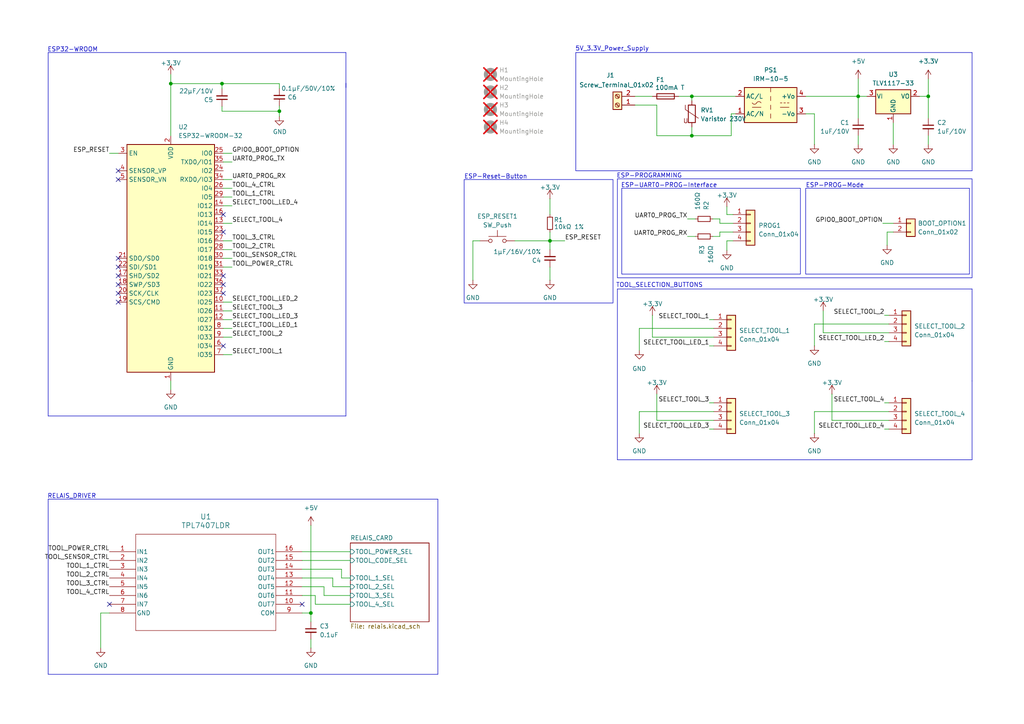
<source format=kicad_sch>
(kicad_sch
	(version 20250114)
	(generator "eeschema")
	(generator_version "9.0")
	(uuid "e95a2ab1-77d4-4e77-b240-8651c7fb5700")
	(paper "A4")
	(title_block
		(title "JBC Multitool Selector")
		(date "2025-01-20")
		(rev "1")
	)
	(lib_symbols
		(symbol "Connector:Screw_Terminal_01x02"
			(pin_names
				(offset 1.016)
				(hide yes)
			)
			(exclude_from_sim no)
			(in_bom yes)
			(on_board yes)
			(property "Reference" "J"
				(at 0 2.54 0)
				(effects
					(font
						(size 1.27 1.27)
					)
				)
			)
			(property "Value" "Screw_Terminal_01x02"
				(at 0 -5.08 0)
				(effects
					(font
						(size 1.27 1.27)
					)
				)
			)
			(property "Footprint" ""
				(at 0 0 0)
				(effects
					(font
						(size 1.27 1.27)
					)
					(hide yes)
				)
			)
			(property "Datasheet" "~"
				(at 0 0 0)
				(effects
					(font
						(size 1.27 1.27)
					)
					(hide yes)
				)
			)
			(property "Description" "Generic screw terminal, single row, 01x02, script generated (kicad-library-utils/schlib/autogen/connector/)"
				(at 0 0 0)
				(effects
					(font
						(size 1.27 1.27)
					)
					(hide yes)
				)
			)
			(property "ki_keywords" "screw terminal"
				(at 0 0 0)
				(effects
					(font
						(size 1.27 1.27)
					)
					(hide yes)
				)
			)
			(property "ki_fp_filters" "TerminalBlock*:*"
				(at 0 0 0)
				(effects
					(font
						(size 1.27 1.27)
					)
					(hide yes)
				)
			)
			(symbol "Screw_Terminal_01x02_1_1"
				(rectangle
					(start -1.27 1.27)
					(end 1.27 -3.81)
					(stroke
						(width 0.254)
						(type default)
					)
					(fill
						(type background)
					)
				)
				(polyline
					(pts
						(xy -0.5334 0.3302) (xy 0.3302 -0.508)
					)
					(stroke
						(width 0.1524)
						(type default)
					)
					(fill
						(type none)
					)
				)
				(polyline
					(pts
						(xy -0.5334 -2.2098) (xy 0.3302 -3.048)
					)
					(stroke
						(width 0.1524)
						(type default)
					)
					(fill
						(type none)
					)
				)
				(polyline
					(pts
						(xy -0.3556 0.508) (xy 0.508 -0.3302)
					)
					(stroke
						(width 0.1524)
						(type default)
					)
					(fill
						(type none)
					)
				)
				(polyline
					(pts
						(xy -0.3556 -2.032) (xy 0.508 -2.8702)
					)
					(stroke
						(width 0.1524)
						(type default)
					)
					(fill
						(type none)
					)
				)
				(circle
					(center 0 0)
					(radius 0.635)
					(stroke
						(width 0.1524)
						(type default)
					)
					(fill
						(type none)
					)
				)
				(circle
					(center 0 -2.54)
					(radius 0.635)
					(stroke
						(width 0.1524)
						(type default)
					)
					(fill
						(type none)
					)
				)
				(pin passive line
					(at -5.08 0 0)
					(length 3.81)
					(name "Pin_1"
						(effects
							(font
								(size 1.27 1.27)
							)
						)
					)
					(number "1"
						(effects
							(font
								(size 1.27 1.27)
							)
						)
					)
				)
				(pin passive line
					(at -5.08 -2.54 0)
					(length 3.81)
					(name "Pin_2"
						(effects
							(font
								(size 1.27 1.27)
							)
						)
					)
					(number "2"
						(effects
							(font
								(size 1.27 1.27)
							)
						)
					)
				)
			)
			(embedded_fonts no)
		)
		(symbol "Connector_Generic:Conn_01x02"
			(pin_names
				(offset 1.016)
				(hide yes)
			)
			(exclude_from_sim no)
			(in_bom yes)
			(on_board yes)
			(property "Reference" "J"
				(at 0 2.54 0)
				(effects
					(font
						(size 1.27 1.27)
					)
				)
			)
			(property "Value" "Conn_01x02"
				(at 0 -5.08 0)
				(effects
					(font
						(size 1.27 1.27)
					)
				)
			)
			(property "Footprint" ""
				(at 0 0 0)
				(effects
					(font
						(size 1.27 1.27)
					)
					(hide yes)
				)
			)
			(property "Datasheet" "~"
				(at 0 0 0)
				(effects
					(font
						(size 1.27 1.27)
					)
					(hide yes)
				)
			)
			(property "Description" "Generic connector, single row, 01x02, script generated (kicad-library-utils/schlib/autogen/connector/)"
				(at 0 0 0)
				(effects
					(font
						(size 1.27 1.27)
					)
					(hide yes)
				)
			)
			(property "ki_keywords" "connector"
				(at 0 0 0)
				(effects
					(font
						(size 1.27 1.27)
					)
					(hide yes)
				)
			)
			(property "ki_fp_filters" "Connector*:*_1x??_*"
				(at 0 0 0)
				(effects
					(font
						(size 1.27 1.27)
					)
					(hide yes)
				)
			)
			(symbol "Conn_01x02_1_1"
				(rectangle
					(start -1.27 1.27)
					(end 1.27 -3.81)
					(stroke
						(width 0.254)
						(type default)
					)
					(fill
						(type background)
					)
				)
				(rectangle
					(start -1.27 0.127)
					(end 0 -0.127)
					(stroke
						(width 0.1524)
						(type default)
					)
					(fill
						(type none)
					)
				)
				(rectangle
					(start -1.27 -2.413)
					(end 0 -2.667)
					(stroke
						(width 0.1524)
						(type default)
					)
					(fill
						(type none)
					)
				)
				(pin passive line
					(at -5.08 0 0)
					(length 3.81)
					(name "Pin_1"
						(effects
							(font
								(size 1.27 1.27)
							)
						)
					)
					(number "1"
						(effects
							(font
								(size 1.27 1.27)
							)
						)
					)
				)
				(pin passive line
					(at -5.08 -2.54 0)
					(length 3.81)
					(name "Pin_2"
						(effects
							(font
								(size 1.27 1.27)
							)
						)
					)
					(number "2"
						(effects
							(font
								(size 1.27 1.27)
							)
						)
					)
				)
			)
			(embedded_fonts no)
		)
		(symbol "Connector_Generic:Conn_01x04"
			(pin_names
				(offset 1.016)
				(hide yes)
			)
			(exclude_from_sim no)
			(in_bom yes)
			(on_board yes)
			(property "Reference" "J"
				(at 0 5.08 0)
				(effects
					(font
						(size 1.27 1.27)
					)
				)
			)
			(property "Value" "Conn_01x04"
				(at 0 -7.62 0)
				(effects
					(font
						(size 1.27 1.27)
					)
				)
			)
			(property "Footprint" ""
				(at 0 0 0)
				(effects
					(font
						(size 1.27 1.27)
					)
					(hide yes)
				)
			)
			(property "Datasheet" "~"
				(at 0 0 0)
				(effects
					(font
						(size 1.27 1.27)
					)
					(hide yes)
				)
			)
			(property "Description" "Generic connector, single row, 01x04, script generated (kicad-library-utils/schlib/autogen/connector/)"
				(at 0 0 0)
				(effects
					(font
						(size 1.27 1.27)
					)
					(hide yes)
				)
			)
			(property "ki_keywords" "connector"
				(at 0 0 0)
				(effects
					(font
						(size 1.27 1.27)
					)
					(hide yes)
				)
			)
			(property "ki_fp_filters" "Connector*:*_1x??_*"
				(at 0 0 0)
				(effects
					(font
						(size 1.27 1.27)
					)
					(hide yes)
				)
			)
			(symbol "Conn_01x04_1_1"
				(rectangle
					(start -1.27 3.81)
					(end 1.27 -6.35)
					(stroke
						(width 0.254)
						(type default)
					)
					(fill
						(type background)
					)
				)
				(rectangle
					(start -1.27 2.667)
					(end 0 2.413)
					(stroke
						(width 0.1524)
						(type default)
					)
					(fill
						(type none)
					)
				)
				(rectangle
					(start -1.27 0.127)
					(end 0 -0.127)
					(stroke
						(width 0.1524)
						(type default)
					)
					(fill
						(type none)
					)
				)
				(rectangle
					(start -1.27 -2.413)
					(end 0 -2.667)
					(stroke
						(width 0.1524)
						(type default)
					)
					(fill
						(type none)
					)
				)
				(rectangle
					(start -1.27 -4.953)
					(end 0 -5.207)
					(stroke
						(width 0.1524)
						(type default)
					)
					(fill
						(type none)
					)
				)
				(pin passive line
					(at -5.08 2.54 0)
					(length 3.81)
					(name "Pin_1"
						(effects
							(font
								(size 1.27 1.27)
							)
						)
					)
					(number "1"
						(effects
							(font
								(size 1.27 1.27)
							)
						)
					)
				)
				(pin passive line
					(at -5.08 0 0)
					(length 3.81)
					(name "Pin_2"
						(effects
							(font
								(size 1.27 1.27)
							)
						)
					)
					(number "2"
						(effects
							(font
								(size 1.27 1.27)
							)
						)
					)
				)
				(pin passive line
					(at -5.08 -2.54 0)
					(length 3.81)
					(name "Pin_3"
						(effects
							(font
								(size 1.27 1.27)
							)
						)
					)
					(number "3"
						(effects
							(font
								(size 1.27 1.27)
							)
						)
					)
				)
				(pin passive line
					(at -5.08 -5.08 0)
					(length 3.81)
					(name "Pin_4"
						(effects
							(font
								(size 1.27 1.27)
							)
						)
					)
					(number "4"
						(effects
							(font
								(size 1.27 1.27)
							)
						)
					)
				)
			)
			(embedded_fonts no)
		)
		(symbol "Converter_ACDC:IRM-10-5"
			(exclude_from_sim no)
			(in_bom yes)
			(on_board yes)
			(property "Reference" "PS"
				(at 0 6.35 0)
				(effects
					(font
						(size 1.27 1.27)
					)
				)
			)
			(property "Value" "IRM-10-5"
				(at 0 -6.35 0)
				(effects
					(font
						(size 1.27 1.27)
					)
				)
			)
			(property "Footprint" "Converter_ACDC:Converter_ACDC_MeanWell_IRM-10-xx_THT"
				(at 0 -8.89 0)
				(effects
					(font
						(size 1.27 1.27)
					)
					(hide yes)
				)
			)
			(property "Datasheet" "https://www.meanwell.com/Upload/PDF/IRM-10/IRM-10-SPEC.PDF"
				(at 0 -10.16 0)
				(effects
					(font
						(size 1.27 1.27)
					)
					(hide yes)
				)
			)
			(property "Description" "5V, 2A, 10W, Isolated, AC-DC, 222A(IRM10)"
				(at 0 0 0)
				(effects
					(font
						(size 1.27 1.27)
					)
					(hide yes)
				)
			)
			(property "ki_keywords" "Miniature Module-type Power Supply MeanWell"
				(at 0 0 0)
				(effects
					(font
						(size 1.27 1.27)
					)
					(hide yes)
				)
			)
			(property "ki_fp_filters" "Converter*ACDC*MeanWell*IRM*10*THT*"
				(at 0 0 0)
				(effects
					(font
						(size 1.27 1.27)
					)
					(hide yes)
				)
			)
			(symbol "IRM-10-5_0_1"
				(rectangle
					(start -7.62 5.08)
					(end 7.62 -5.08)
					(stroke
						(width 0.254)
						(type default)
					)
					(fill
						(type background)
					)
				)
				(polyline
					(pts
						(xy -5.334 -0.635) (xy -2.794 -0.635)
					)
					(stroke
						(width 0)
						(type default)
					)
					(fill
						(type none)
					)
				)
				(arc
					(start -4.064 0.635)
					(mid -4.699 0.2495)
					(end -5.334 0.635)
					(stroke
						(width 0)
						(type default)
					)
					(fill
						(type none)
					)
				)
				(arc
					(start -4.064 0.635)
					(mid -3.429 1.0072)
					(end -2.794 0.635)
					(stroke
						(width 0)
						(type default)
					)
					(fill
						(type none)
					)
				)
				(polyline
					(pts
						(xy 0 5.08) (xy 0 3.81)
					)
					(stroke
						(width 0)
						(type default)
					)
					(fill
						(type none)
					)
				)
				(polyline
					(pts
						(xy 0 2.54) (xy 0 1.27)
					)
					(stroke
						(width 0)
						(type default)
					)
					(fill
						(type none)
					)
				)
				(polyline
					(pts
						(xy 0 0) (xy 0 -1.27)
					)
					(stroke
						(width 0)
						(type default)
					)
					(fill
						(type none)
					)
				)
				(polyline
					(pts
						(xy 0 -2.54) (xy 0 -3.81)
					)
					(stroke
						(width 0)
						(type default)
					)
					(fill
						(type none)
					)
				)
				(polyline
					(pts
						(xy 2.794 0.635) (xy 3.302 0.635)
					)
					(stroke
						(width 0)
						(type default)
					)
					(fill
						(type none)
					)
				)
				(polyline
					(pts
						(xy 2.794 -0.635) (xy 5.334 -0.635)
					)
					(stroke
						(width 0)
						(type default)
					)
					(fill
						(type none)
					)
				)
				(polyline
					(pts
						(xy 3.81 0.635) (xy 4.318 0.635)
					)
					(stroke
						(width 0)
						(type default)
					)
					(fill
						(type none)
					)
				)
				(polyline
					(pts
						(xy 4.826 0.635) (xy 5.334 0.635)
					)
					(stroke
						(width 0)
						(type default)
					)
					(fill
						(type none)
					)
				)
			)
			(symbol "IRM-10-5_1_1"
				(pin power_in line
					(at -10.16 2.54 0)
					(length 2.54)
					(name "AC/L"
						(effects
							(font
								(size 1.27 1.27)
							)
						)
					)
					(number "2"
						(effects
							(font
								(size 1.27 1.27)
							)
						)
					)
				)
				(pin power_in line
					(at -10.16 -2.54 0)
					(length 2.54)
					(name "AC/N"
						(effects
							(font
								(size 1.27 1.27)
							)
						)
					)
					(number "1"
						(effects
							(font
								(size 1.27 1.27)
							)
						)
					)
				)
				(pin power_out line
					(at 10.16 2.54 180)
					(length 2.54)
					(name "+Vo"
						(effects
							(font
								(size 1.27 1.27)
							)
						)
					)
					(number "4"
						(effects
							(font
								(size 1.27 1.27)
							)
						)
					)
				)
				(pin power_out line
					(at 10.16 -2.54 180)
					(length 2.54)
					(name "-Vo"
						(effects
							(font
								(size 1.27 1.27)
							)
						)
					)
					(number "3"
						(effects
							(font
								(size 1.27 1.27)
							)
						)
					)
				)
			)
			(embedded_fonts no)
		)
		(symbol "Device:C_Small"
			(pin_numbers
				(hide yes)
			)
			(pin_names
				(offset 0.254)
				(hide yes)
			)
			(exclude_from_sim no)
			(in_bom yes)
			(on_board yes)
			(property "Reference" "C"
				(at 0.254 1.778 0)
				(effects
					(font
						(size 1.27 1.27)
					)
					(justify left)
				)
			)
			(property "Value" "C_Small"
				(at 0.254 -2.032 0)
				(effects
					(font
						(size 1.27 1.27)
					)
					(justify left)
				)
			)
			(property "Footprint" ""
				(at 0 0 0)
				(effects
					(font
						(size 1.27 1.27)
					)
					(hide yes)
				)
			)
			(property "Datasheet" "~"
				(at 0 0 0)
				(effects
					(font
						(size 1.27 1.27)
					)
					(hide yes)
				)
			)
			(property "Description" "Unpolarized capacitor, small symbol"
				(at 0 0 0)
				(effects
					(font
						(size 1.27 1.27)
					)
					(hide yes)
				)
			)
			(property "ki_keywords" "capacitor cap"
				(at 0 0 0)
				(effects
					(font
						(size 1.27 1.27)
					)
					(hide yes)
				)
			)
			(property "ki_fp_filters" "C_*"
				(at 0 0 0)
				(effects
					(font
						(size 1.27 1.27)
					)
					(hide yes)
				)
			)
			(symbol "C_Small_0_1"
				(polyline
					(pts
						(xy -1.524 0.508) (xy 1.524 0.508)
					)
					(stroke
						(width 0.3048)
						(type default)
					)
					(fill
						(type none)
					)
				)
				(polyline
					(pts
						(xy -1.524 -0.508) (xy 1.524 -0.508)
					)
					(stroke
						(width 0.3302)
						(type default)
					)
					(fill
						(type none)
					)
				)
			)
			(symbol "C_Small_1_1"
				(pin passive line
					(at 0 2.54 270)
					(length 2.032)
					(name "~"
						(effects
							(font
								(size 1.27 1.27)
							)
						)
					)
					(number "1"
						(effects
							(font
								(size 1.27 1.27)
							)
						)
					)
				)
				(pin passive line
					(at 0 -2.54 90)
					(length 2.032)
					(name "~"
						(effects
							(font
								(size 1.27 1.27)
							)
						)
					)
					(number "2"
						(effects
							(font
								(size 1.27 1.27)
							)
						)
					)
				)
			)
			(embedded_fonts no)
		)
		(symbol "Device:Fuse"
			(pin_numbers
				(hide yes)
			)
			(pin_names
				(offset 0)
			)
			(exclude_from_sim no)
			(in_bom yes)
			(on_board yes)
			(property "Reference" "F"
				(at 2.032 0 90)
				(effects
					(font
						(size 1.27 1.27)
					)
				)
			)
			(property "Value" "Fuse"
				(at -1.905 0 90)
				(effects
					(font
						(size 1.27 1.27)
					)
				)
			)
			(property "Footprint" ""
				(at -1.778 0 90)
				(effects
					(font
						(size 1.27 1.27)
					)
					(hide yes)
				)
			)
			(property "Datasheet" "~"
				(at 0 0 0)
				(effects
					(font
						(size 1.27 1.27)
					)
					(hide yes)
				)
			)
			(property "Description" "Fuse"
				(at 0 0 0)
				(effects
					(font
						(size 1.27 1.27)
					)
					(hide yes)
				)
			)
			(property "ki_keywords" "fuse"
				(at 0 0 0)
				(effects
					(font
						(size 1.27 1.27)
					)
					(hide yes)
				)
			)
			(property "ki_fp_filters" "*Fuse*"
				(at 0 0 0)
				(effects
					(font
						(size 1.27 1.27)
					)
					(hide yes)
				)
			)
			(symbol "Fuse_0_1"
				(rectangle
					(start -0.762 -2.54)
					(end 0.762 2.54)
					(stroke
						(width 0.254)
						(type default)
					)
					(fill
						(type none)
					)
				)
				(polyline
					(pts
						(xy 0 2.54) (xy 0 -2.54)
					)
					(stroke
						(width 0)
						(type default)
					)
					(fill
						(type none)
					)
				)
			)
			(symbol "Fuse_1_1"
				(pin passive line
					(at 0 3.81 270)
					(length 1.27)
					(name "~"
						(effects
							(font
								(size 1.27 1.27)
							)
						)
					)
					(number "1"
						(effects
							(font
								(size 1.27 1.27)
							)
						)
					)
				)
				(pin passive line
					(at 0 -3.81 90)
					(length 1.27)
					(name "~"
						(effects
							(font
								(size 1.27 1.27)
							)
						)
					)
					(number "2"
						(effects
							(font
								(size 1.27 1.27)
							)
						)
					)
				)
			)
			(embedded_fonts no)
		)
		(symbol "Device:R_Small"
			(pin_numbers
				(hide yes)
			)
			(pin_names
				(offset 0.254)
				(hide yes)
			)
			(exclude_from_sim no)
			(in_bom yes)
			(on_board yes)
			(property "Reference" "R"
				(at 0.762 0.508 0)
				(effects
					(font
						(size 1.27 1.27)
					)
					(justify left)
				)
			)
			(property "Value" "R_Small"
				(at 0.762 -1.016 0)
				(effects
					(font
						(size 1.27 1.27)
					)
					(justify left)
				)
			)
			(property "Footprint" ""
				(at 0 0 0)
				(effects
					(font
						(size 1.27 1.27)
					)
					(hide yes)
				)
			)
			(property "Datasheet" "~"
				(at 0 0 0)
				(effects
					(font
						(size 1.27 1.27)
					)
					(hide yes)
				)
			)
			(property "Description" "Resistor, small symbol"
				(at 0 0 0)
				(effects
					(font
						(size 1.27 1.27)
					)
					(hide yes)
				)
			)
			(property "ki_keywords" "R resistor"
				(at 0 0 0)
				(effects
					(font
						(size 1.27 1.27)
					)
					(hide yes)
				)
			)
			(property "ki_fp_filters" "R_*"
				(at 0 0 0)
				(effects
					(font
						(size 1.27 1.27)
					)
					(hide yes)
				)
			)
			(symbol "R_Small_0_1"
				(rectangle
					(start -0.762 1.778)
					(end 0.762 -1.778)
					(stroke
						(width 0.2032)
						(type default)
					)
					(fill
						(type none)
					)
				)
			)
			(symbol "R_Small_1_1"
				(pin passive line
					(at 0 2.54 270)
					(length 0.762)
					(name "~"
						(effects
							(font
								(size 1.27 1.27)
							)
						)
					)
					(number "1"
						(effects
							(font
								(size 1.27 1.27)
							)
						)
					)
				)
				(pin passive line
					(at 0 -2.54 90)
					(length 0.762)
					(name "~"
						(effects
							(font
								(size 1.27 1.27)
							)
						)
					)
					(number "2"
						(effects
							(font
								(size 1.27 1.27)
							)
						)
					)
				)
			)
			(embedded_fonts no)
		)
		(symbol "Device:Varistor"
			(pin_numbers
				(hide yes)
			)
			(pin_names
				(offset 0)
			)
			(exclude_from_sim no)
			(in_bom yes)
			(on_board yes)
			(property "Reference" "RV"
				(at 3.175 0 90)
				(effects
					(font
						(size 1.27 1.27)
					)
				)
			)
			(property "Value" "Varistor"
				(at -3.175 0 90)
				(effects
					(font
						(size 1.27 1.27)
					)
				)
			)
			(property "Footprint" ""
				(at -1.778 0 90)
				(effects
					(font
						(size 1.27 1.27)
					)
					(hide yes)
				)
			)
			(property "Datasheet" "~"
				(at 0 0 0)
				(effects
					(font
						(size 1.27 1.27)
					)
					(hide yes)
				)
			)
			(property "Description" "Voltage dependent resistor"
				(at 0 0 0)
				(effects
					(font
						(size 1.27 1.27)
					)
					(hide yes)
				)
			)
			(property "Sim.Name" "kicad_builtin_varistor"
				(at 0 0 0)
				(effects
					(font
						(size 1.27 1.27)
					)
					(hide yes)
				)
			)
			(property "Sim.Device" "SUBCKT"
				(at 0 0 0)
				(effects
					(font
						(size 1.27 1.27)
					)
					(hide yes)
				)
			)
			(property "Sim.Pins" "1=A 2=B"
				(at 0 0 0)
				(effects
					(font
						(size 1.27 1.27)
					)
					(hide yes)
				)
			)
			(property "Sim.Params" "threshold=1k"
				(at 0 0 0)
				(effects
					(font
						(size 1.27 1.27)
					)
					(hide yes)
				)
			)
			(property "Sim.Library" "${KICAD7_SYMBOL_DIR}/Simulation_SPICE.sp"
				(at 0 0 0)
				(effects
					(font
						(size 1.27 1.27)
					)
					(hide yes)
				)
			)
			(property "ki_keywords" "VDR resistance"
				(at 0 0 0)
				(effects
					(font
						(size 1.27 1.27)
					)
					(hide yes)
				)
			)
			(property "ki_fp_filters" "RV_* Varistor*"
				(at 0 0 0)
				(effects
					(font
						(size 1.27 1.27)
					)
					(hide yes)
				)
			)
			(symbol "Varistor_0_0"
				(text "U"
					(at -1.778 -2.032 0)
					(effects
						(font
							(size 1.27 1.27)
						)
					)
				)
			)
			(symbol "Varistor_0_1"
				(polyline
					(pts
						(xy -1.905 2.54) (xy -1.905 1.27) (xy 1.905 -1.27)
					)
					(stroke
						(width 0)
						(type default)
					)
					(fill
						(type none)
					)
				)
				(rectangle
					(start -1.016 -2.54)
					(end 1.016 2.54)
					(stroke
						(width 0.254)
						(type default)
					)
					(fill
						(type none)
					)
				)
			)
			(symbol "Varistor_1_1"
				(pin passive line
					(at 0 3.81 270)
					(length 1.27)
					(name "~"
						(effects
							(font
								(size 1.27 1.27)
							)
						)
					)
					(number "1"
						(effects
							(font
								(size 1.27 1.27)
							)
						)
					)
				)
				(pin passive line
					(at 0 -3.81 90)
					(length 1.27)
					(name "~"
						(effects
							(font
								(size 1.27 1.27)
							)
						)
					)
					(number "2"
						(effects
							(font
								(size 1.27 1.27)
							)
						)
					)
				)
			)
			(embedded_fonts no)
		)
		(symbol "Mechanical:MountingHole"
			(pin_names
				(offset 1.016)
			)
			(exclude_from_sim yes)
			(in_bom no)
			(on_board yes)
			(property "Reference" "H"
				(at 0 5.08 0)
				(effects
					(font
						(size 1.27 1.27)
					)
				)
			)
			(property "Value" "MountingHole"
				(at 0 3.175 0)
				(effects
					(font
						(size 1.27 1.27)
					)
				)
			)
			(property "Footprint" ""
				(at 0 0 0)
				(effects
					(font
						(size 1.27 1.27)
					)
					(hide yes)
				)
			)
			(property "Datasheet" "~"
				(at 0 0 0)
				(effects
					(font
						(size 1.27 1.27)
					)
					(hide yes)
				)
			)
			(property "Description" "Mounting Hole without connection"
				(at 0 0 0)
				(effects
					(font
						(size 1.27 1.27)
					)
					(hide yes)
				)
			)
			(property "ki_keywords" "mounting hole"
				(at 0 0 0)
				(effects
					(font
						(size 1.27 1.27)
					)
					(hide yes)
				)
			)
			(property "ki_fp_filters" "MountingHole*"
				(at 0 0 0)
				(effects
					(font
						(size 1.27 1.27)
					)
					(hide yes)
				)
			)
			(symbol "MountingHole_0_1"
				(circle
					(center 0 0)
					(radius 1.27)
					(stroke
						(width 1.27)
						(type default)
					)
					(fill
						(type none)
					)
				)
			)
			(embedded_fonts no)
		)
		(symbol "RF_Module:ESP32-WROOM-32"
			(exclude_from_sim no)
			(in_bom yes)
			(on_board yes)
			(property "Reference" "U"
				(at -12.7 34.29 0)
				(effects
					(font
						(size 1.27 1.27)
					)
					(justify left)
				)
			)
			(property "Value" "ESP32-WROOM-32"
				(at 1.27 34.29 0)
				(effects
					(font
						(size 1.27 1.27)
					)
					(justify left)
				)
			)
			(property "Footprint" "RF_Module:ESP32-WROOM-32"
				(at 0 -38.1 0)
				(effects
					(font
						(size 1.27 1.27)
					)
					(hide yes)
				)
			)
			(property "Datasheet" "https://www.espressif.com/sites/default/files/documentation/esp32-wroom-32_datasheet_en.pdf"
				(at -7.62 1.27 0)
				(effects
					(font
						(size 1.27 1.27)
					)
					(hide yes)
				)
			)
			(property "Description" "RF Module, ESP32-D0WDQ6 SoC, Wi-Fi 802.11b/g/n, Bluetooth, BLE, 32-bit, 2.7-3.6V, onboard antenna, SMD"
				(at 0 0 0)
				(effects
					(font
						(size 1.27 1.27)
					)
					(hide yes)
				)
			)
			(property "ki_keywords" "RF Radio BT ESP ESP32 Espressif onboard PCB antenna"
				(at 0 0 0)
				(effects
					(font
						(size 1.27 1.27)
					)
					(hide yes)
				)
			)
			(property "ki_fp_filters" "ESP32?WROOM?32*"
				(at 0 0 0)
				(effects
					(font
						(size 1.27 1.27)
					)
					(hide yes)
				)
			)
			(symbol "ESP32-WROOM-32_0_1"
				(rectangle
					(start -12.7 33.02)
					(end 12.7 -33.02)
					(stroke
						(width 0.254)
						(type default)
					)
					(fill
						(type background)
					)
				)
			)
			(symbol "ESP32-WROOM-32_1_1"
				(pin input line
					(at -15.24 30.48 0)
					(length 2.54)
					(name "EN"
						(effects
							(font
								(size 1.27 1.27)
							)
						)
					)
					(number "3"
						(effects
							(font
								(size 1.27 1.27)
							)
						)
					)
				)
				(pin input line
					(at -15.24 25.4 0)
					(length 2.54)
					(name "SENSOR_VP"
						(effects
							(font
								(size 1.27 1.27)
							)
						)
					)
					(number "4"
						(effects
							(font
								(size 1.27 1.27)
							)
						)
					)
				)
				(pin input line
					(at -15.24 22.86 0)
					(length 2.54)
					(name "SENSOR_VN"
						(effects
							(font
								(size 1.27 1.27)
							)
						)
					)
					(number "5"
						(effects
							(font
								(size 1.27 1.27)
							)
						)
					)
				)
				(pin bidirectional line
					(at -15.24 0 0)
					(length 2.54)
					(name "SDO/SD0"
						(effects
							(font
								(size 1.27 1.27)
							)
						)
					)
					(number "21"
						(effects
							(font
								(size 1.27 1.27)
							)
						)
					)
				)
				(pin bidirectional line
					(at -15.24 -2.54 0)
					(length 2.54)
					(name "SDI/SD1"
						(effects
							(font
								(size 1.27 1.27)
							)
						)
					)
					(number "22"
						(effects
							(font
								(size 1.27 1.27)
							)
						)
					)
				)
				(pin bidirectional line
					(at -15.24 -5.08 0)
					(length 2.54)
					(name "SHD/SD2"
						(effects
							(font
								(size 1.27 1.27)
							)
						)
					)
					(number "17"
						(effects
							(font
								(size 1.27 1.27)
							)
						)
					)
				)
				(pin bidirectional line
					(at -15.24 -7.62 0)
					(length 2.54)
					(name "SWP/SD3"
						(effects
							(font
								(size 1.27 1.27)
							)
						)
					)
					(number "18"
						(effects
							(font
								(size 1.27 1.27)
							)
						)
					)
				)
				(pin bidirectional line
					(at -15.24 -10.16 0)
					(length 2.54)
					(name "SCK/CLK"
						(effects
							(font
								(size 1.27 1.27)
							)
						)
					)
					(number "20"
						(effects
							(font
								(size 1.27 1.27)
							)
						)
					)
				)
				(pin bidirectional line
					(at -15.24 -12.7 0)
					(length 2.54)
					(name "SCS/CMD"
						(effects
							(font
								(size 1.27 1.27)
							)
						)
					)
					(number "19"
						(effects
							(font
								(size 1.27 1.27)
							)
						)
					)
				)
				(pin no_connect line
					(at -12.7 -27.94 0)
					(length 2.54)
					(hide yes)
					(name "NC"
						(effects
							(font
								(size 1.27 1.27)
							)
						)
					)
					(number "32"
						(effects
							(font
								(size 1.27 1.27)
							)
						)
					)
				)
				(pin power_in line
					(at 0 35.56 270)
					(length 2.54)
					(name "VDD"
						(effects
							(font
								(size 1.27 1.27)
							)
						)
					)
					(number "2"
						(effects
							(font
								(size 1.27 1.27)
							)
						)
					)
				)
				(pin power_in line
					(at 0 -35.56 90)
					(length 2.54)
					(name "GND"
						(effects
							(font
								(size 1.27 1.27)
							)
						)
					)
					(number "1"
						(effects
							(font
								(size 1.27 1.27)
							)
						)
					)
				)
				(pin passive line
					(at 0 -35.56 90)
					(length 2.54)
					(hide yes)
					(name "GND"
						(effects
							(font
								(size 1.27 1.27)
							)
						)
					)
					(number "15"
						(effects
							(font
								(size 1.27 1.27)
							)
						)
					)
				)
				(pin passive line
					(at 0 -35.56 90)
					(length 2.54)
					(hide yes)
					(name "GND"
						(effects
							(font
								(size 1.27 1.27)
							)
						)
					)
					(number "38"
						(effects
							(font
								(size 1.27 1.27)
							)
						)
					)
				)
				(pin passive line
					(at 0 -35.56 90)
					(length 2.54)
					(hide yes)
					(name "GND"
						(effects
							(font
								(size 1.27 1.27)
							)
						)
					)
					(number "39"
						(effects
							(font
								(size 1.27 1.27)
							)
						)
					)
				)
				(pin bidirectional line
					(at 15.24 30.48 180)
					(length 2.54)
					(name "IO0"
						(effects
							(font
								(size 1.27 1.27)
							)
						)
					)
					(number "25"
						(effects
							(font
								(size 1.27 1.27)
							)
						)
					)
				)
				(pin bidirectional line
					(at 15.24 27.94 180)
					(length 2.54)
					(name "TXD0/IO1"
						(effects
							(font
								(size 1.27 1.27)
							)
						)
					)
					(number "35"
						(effects
							(font
								(size 1.27 1.27)
							)
						)
					)
				)
				(pin bidirectional line
					(at 15.24 25.4 180)
					(length 2.54)
					(name "IO2"
						(effects
							(font
								(size 1.27 1.27)
							)
						)
					)
					(number "24"
						(effects
							(font
								(size 1.27 1.27)
							)
						)
					)
				)
				(pin bidirectional line
					(at 15.24 22.86 180)
					(length 2.54)
					(name "RXD0/IO3"
						(effects
							(font
								(size 1.27 1.27)
							)
						)
					)
					(number "34"
						(effects
							(font
								(size 1.27 1.27)
							)
						)
					)
				)
				(pin bidirectional line
					(at 15.24 20.32 180)
					(length 2.54)
					(name "IO4"
						(effects
							(font
								(size 1.27 1.27)
							)
						)
					)
					(number "26"
						(effects
							(font
								(size 1.27 1.27)
							)
						)
					)
				)
				(pin bidirectional line
					(at 15.24 17.78 180)
					(length 2.54)
					(name "IO5"
						(effects
							(font
								(size 1.27 1.27)
							)
						)
					)
					(number "29"
						(effects
							(font
								(size 1.27 1.27)
							)
						)
					)
				)
				(pin bidirectional line
					(at 15.24 15.24 180)
					(length 2.54)
					(name "IO12"
						(effects
							(font
								(size 1.27 1.27)
							)
						)
					)
					(number "14"
						(effects
							(font
								(size 1.27 1.27)
							)
						)
					)
				)
				(pin bidirectional line
					(at 15.24 12.7 180)
					(length 2.54)
					(name "IO13"
						(effects
							(font
								(size 1.27 1.27)
							)
						)
					)
					(number "16"
						(effects
							(font
								(size 1.27 1.27)
							)
						)
					)
				)
				(pin bidirectional line
					(at 15.24 10.16 180)
					(length 2.54)
					(name "IO14"
						(effects
							(font
								(size 1.27 1.27)
							)
						)
					)
					(number "13"
						(effects
							(font
								(size 1.27 1.27)
							)
						)
					)
				)
				(pin bidirectional line
					(at 15.24 7.62 180)
					(length 2.54)
					(name "IO15"
						(effects
							(font
								(size 1.27 1.27)
							)
						)
					)
					(number "23"
						(effects
							(font
								(size 1.27 1.27)
							)
						)
					)
				)
				(pin bidirectional line
					(at 15.24 5.08 180)
					(length 2.54)
					(name "IO16"
						(effects
							(font
								(size 1.27 1.27)
							)
						)
					)
					(number "27"
						(effects
							(font
								(size 1.27 1.27)
							)
						)
					)
				)
				(pin bidirectional line
					(at 15.24 2.54 180)
					(length 2.54)
					(name "IO17"
						(effects
							(font
								(size 1.27 1.27)
							)
						)
					)
					(number "28"
						(effects
							(font
								(size 1.27 1.27)
							)
						)
					)
				)
				(pin bidirectional line
					(at 15.24 0 180)
					(length 2.54)
					(name "IO18"
						(effects
							(font
								(size 1.27 1.27)
							)
						)
					)
					(number "30"
						(effects
							(font
								(size 1.27 1.27)
							)
						)
					)
				)
				(pin bidirectional line
					(at 15.24 -2.54 180)
					(length 2.54)
					(name "IO19"
						(effects
							(font
								(size 1.27 1.27)
							)
						)
					)
					(number "31"
						(effects
							(font
								(size 1.27 1.27)
							)
						)
					)
				)
				(pin bidirectional line
					(at 15.24 -5.08 180)
					(length 2.54)
					(name "IO21"
						(effects
							(font
								(size 1.27 1.27)
							)
						)
					)
					(number "33"
						(effects
							(font
								(size 1.27 1.27)
							)
						)
					)
				)
				(pin bidirectional line
					(at 15.24 -7.62 180)
					(length 2.54)
					(name "IO22"
						(effects
							(font
								(size 1.27 1.27)
							)
						)
					)
					(number "36"
						(effects
							(font
								(size 1.27 1.27)
							)
						)
					)
				)
				(pin bidirectional line
					(at 15.24 -10.16 180)
					(length 2.54)
					(name "IO23"
						(effects
							(font
								(size 1.27 1.27)
							)
						)
					)
					(number "37"
						(effects
							(font
								(size 1.27 1.27)
							)
						)
					)
				)
				(pin bidirectional line
					(at 15.24 -12.7 180)
					(length 2.54)
					(name "IO25"
						(effects
							(font
								(size 1.27 1.27)
							)
						)
					)
					(number "10"
						(effects
							(font
								(size 1.27 1.27)
							)
						)
					)
				)
				(pin bidirectional line
					(at 15.24 -15.24 180)
					(length 2.54)
					(name "IO26"
						(effects
							(font
								(size 1.27 1.27)
							)
						)
					)
					(number "11"
						(effects
							(font
								(size 1.27 1.27)
							)
						)
					)
				)
				(pin bidirectional line
					(at 15.24 -17.78 180)
					(length 2.54)
					(name "IO27"
						(effects
							(font
								(size 1.27 1.27)
							)
						)
					)
					(number "12"
						(effects
							(font
								(size 1.27 1.27)
							)
						)
					)
				)
				(pin bidirectional line
					(at 15.24 -20.32 180)
					(length 2.54)
					(name "IO32"
						(effects
							(font
								(size 1.27 1.27)
							)
						)
					)
					(number "8"
						(effects
							(font
								(size 1.27 1.27)
							)
						)
					)
				)
				(pin bidirectional line
					(at 15.24 -22.86 180)
					(length 2.54)
					(name "IO33"
						(effects
							(font
								(size 1.27 1.27)
							)
						)
					)
					(number "9"
						(effects
							(font
								(size 1.27 1.27)
							)
						)
					)
				)
				(pin input line
					(at 15.24 -25.4 180)
					(length 2.54)
					(name "IO34"
						(effects
							(font
								(size 1.27 1.27)
							)
						)
					)
					(number "6"
						(effects
							(font
								(size 1.27 1.27)
							)
						)
					)
				)
				(pin input line
					(at 15.24 -27.94 180)
					(length 2.54)
					(name "IO35"
						(effects
							(font
								(size 1.27 1.27)
							)
						)
					)
					(number "7"
						(effects
							(font
								(size 1.27 1.27)
							)
						)
					)
				)
			)
			(embedded_fonts no)
		)
		(symbol "Regulator_Linear:TLV1117-33"
			(pin_names
				(offset 0.254)
			)
			(exclude_from_sim no)
			(in_bom yes)
			(on_board yes)
			(property "Reference" "U"
				(at -3.81 3.175 0)
				(effects
					(font
						(size 1.27 1.27)
					)
				)
			)
			(property "Value" "TLV1117-33"
				(at 0 3.175 0)
				(effects
					(font
						(size 1.27 1.27)
					)
					(justify left)
				)
			)
			(property "Footprint" ""
				(at 0 0 0)
				(effects
					(font
						(size 1.27 1.27)
					)
					(hide yes)
				)
			)
			(property "Datasheet" "http://www.ti.com/lit/ds/symlink/tlv1117.pdf"
				(at 0 0 0)
				(effects
					(font
						(size 1.27 1.27)
					)
					(hide yes)
				)
			)
			(property "Description" "800mA Low-Dropout Linear Regulator, 3.3V fixed output, TO-220/TO-252/TO-263/SOT-223"
				(at 0 0 0)
				(effects
					(font
						(size 1.27 1.27)
					)
					(hide yes)
				)
			)
			(property "ki_keywords" "linear regulator ldo fixed positive"
				(at 0 0 0)
				(effects
					(font
						(size 1.27 1.27)
					)
					(hide yes)
				)
			)
			(property "ki_fp_filters" "SOT?223* TO?263* TO?252* TO?220*"
				(at 0 0 0)
				(effects
					(font
						(size 1.27 1.27)
					)
					(hide yes)
				)
			)
			(symbol "TLV1117-33_0_1"
				(rectangle
					(start -5.08 -5.08)
					(end 5.08 1.905)
					(stroke
						(width 0.254)
						(type default)
					)
					(fill
						(type background)
					)
				)
			)
			(symbol "TLV1117-33_1_1"
				(pin power_in line
					(at -7.62 0 0)
					(length 2.54)
					(name "VI"
						(effects
							(font
								(size 1.27 1.27)
							)
						)
					)
					(number "3"
						(effects
							(font
								(size 1.27 1.27)
							)
						)
					)
				)
				(pin power_in line
					(at 0 -7.62 90)
					(length 2.54)
					(name "GND"
						(effects
							(font
								(size 1.27 1.27)
							)
						)
					)
					(number "1"
						(effects
							(font
								(size 1.27 1.27)
							)
						)
					)
				)
				(pin power_out line
					(at 7.62 0 180)
					(length 2.54)
					(name "VO"
						(effects
							(font
								(size 1.27 1.27)
							)
						)
					)
					(number "2"
						(effects
							(font
								(size 1.27 1.27)
							)
						)
					)
				)
			)
			(embedded_fonts no)
		)
		(symbol "Switch:SW_Push"
			(pin_numbers
				(hide yes)
			)
			(pin_names
				(offset 1.016)
				(hide yes)
			)
			(exclude_from_sim no)
			(in_bom yes)
			(on_board yes)
			(property "Reference" "SW"
				(at 1.27 2.54 0)
				(effects
					(font
						(size 1.27 1.27)
					)
					(justify left)
				)
			)
			(property "Value" "SW_Push"
				(at 0 -1.524 0)
				(effects
					(font
						(size 1.27 1.27)
					)
				)
			)
			(property "Footprint" ""
				(at 0 5.08 0)
				(effects
					(font
						(size 1.27 1.27)
					)
					(hide yes)
				)
			)
			(property "Datasheet" "~"
				(at 0 5.08 0)
				(effects
					(font
						(size 1.27 1.27)
					)
					(hide yes)
				)
			)
			(property "Description" "Push button switch, generic, two pins"
				(at 0 0 0)
				(effects
					(font
						(size 1.27 1.27)
					)
					(hide yes)
				)
			)
			(property "ki_keywords" "switch normally-open pushbutton push-button"
				(at 0 0 0)
				(effects
					(font
						(size 1.27 1.27)
					)
					(hide yes)
				)
			)
			(symbol "SW_Push_0_1"
				(circle
					(center -2.032 0)
					(radius 0.508)
					(stroke
						(width 0)
						(type default)
					)
					(fill
						(type none)
					)
				)
				(polyline
					(pts
						(xy 0 1.27) (xy 0 3.048)
					)
					(stroke
						(width 0)
						(type default)
					)
					(fill
						(type none)
					)
				)
				(circle
					(center 2.032 0)
					(radius 0.508)
					(stroke
						(width 0)
						(type default)
					)
					(fill
						(type none)
					)
				)
				(polyline
					(pts
						(xy 2.54 1.27) (xy -2.54 1.27)
					)
					(stroke
						(width 0)
						(type default)
					)
					(fill
						(type none)
					)
				)
				(pin passive line
					(at -5.08 0 0)
					(length 2.54)
					(name "1"
						(effects
							(font
								(size 1.27 1.27)
							)
						)
					)
					(number "1"
						(effects
							(font
								(size 1.27 1.27)
							)
						)
					)
				)
				(pin passive line
					(at 5.08 0 180)
					(length 2.54)
					(name "2"
						(effects
							(font
								(size 1.27 1.27)
							)
						)
					)
					(number "2"
						(effects
							(font
								(size 1.27 1.27)
							)
						)
					)
				)
			)
			(embedded_fonts no)
		)
		(symbol "TPL7407LDR:TPL7407LDR"
			(pin_names
				(offset 0.254)
			)
			(exclude_from_sim no)
			(in_bom yes)
			(on_board yes)
			(property "Reference" "U"
				(at 27.94 10.16 0)
				(effects
					(font
						(size 1.524 1.524)
					)
				)
			)
			(property "Value" "TPL7407LDR"
				(at 27.94 7.62 0)
				(effects
					(font
						(size 1.524 1.524)
					)
				)
			)
			(property "Footprint" "D16_TEX"
				(at 0 0 0)
				(effects
					(font
						(size 1.27 1.27)
						(italic yes)
					)
					(hide yes)
				)
			)
			(property "Datasheet" "TPL7407LDR"
				(at 0 0 0)
				(effects
					(font
						(size 1.27 1.27)
						(italic yes)
					)
					(hide yes)
				)
			)
			(property "Description" ""
				(at 0 0 0)
				(effects
					(font
						(size 1.27 1.27)
					)
					(hide yes)
				)
			)
			(property "ki_locked" ""
				(at 0 0 0)
				(effects
					(font
						(size 1.27 1.27)
					)
				)
			)
			(property "ki_keywords" "TPL7407LDR"
				(at 0 0 0)
				(effects
					(font
						(size 1.27 1.27)
					)
					(hide yes)
				)
			)
			(property "ki_fp_filters" "D16_TEX D16_TEX-M D16_TEX-L"
				(at 0 0 0)
				(effects
					(font
						(size 1.27 1.27)
					)
					(hide yes)
				)
			)
			(symbol "TPL7407LDR_0_1"
				(polyline
					(pts
						(xy 7.62 5.08) (xy 7.62 -22.86)
					)
					(stroke
						(width 0.127)
						(type default)
					)
					(fill
						(type none)
					)
				)
				(polyline
					(pts
						(xy 7.62 -22.86) (xy 48.26 -22.86)
					)
					(stroke
						(width 0.127)
						(type default)
					)
					(fill
						(type none)
					)
				)
				(polyline
					(pts
						(xy 48.26 5.08) (xy 7.62 5.08)
					)
					(stroke
						(width 0.127)
						(type default)
					)
					(fill
						(type none)
					)
				)
				(polyline
					(pts
						(xy 48.26 -22.86) (xy 48.26 5.08)
					)
					(stroke
						(width 0.127)
						(type default)
					)
					(fill
						(type none)
					)
				)
				(pin input line
					(at 0 0 0)
					(length 7.62)
					(name "IN1"
						(effects
							(font
								(size 1.27 1.27)
							)
						)
					)
					(number "1"
						(effects
							(font
								(size 1.27 1.27)
							)
						)
					)
				)
				(pin input line
					(at 0 -2.54 0)
					(length 7.62)
					(name "IN2"
						(effects
							(font
								(size 1.27 1.27)
							)
						)
					)
					(number "2"
						(effects
							(font
								(size 1.27 1.27)
							)
						)
					)
				)
				(pin input line
					(at 0 -5.08 0)
					(length 7.62)
					(name "IN3"
						(effects
							(font
								(size 1.27 1.27)
							)
						)
					)
					(number "3"
						(effects
							(font
								(size 1.27 1.27)
							)
						)
					)
				)
				(pin input line
					(at 0 -7.62 0)
					(length 7.62)
					(name "IN4"
						(effects
							(font
								(size 1.27 1.27)
							)
						)
					)
					(number "4"
						(effects
							(font
								(size 1.27 1.27)
							)
						)
					)
				)
				(pin input line
					(at 0 -10.16 0)
					(length 7.62)
					(name "IN5"
						(effects
							(font
								(size 1.27 1.27)
							)
						)
					)
					(number "5"
						(effects
							(font
								(size 1.27 1.27)
							)
						)
					)
				)
				(pin input line
					(at 0 -12.7 0)
					(length 7.62)
					(name "IN6"
						(effects
							(font
								(size 1.27 1.27)
							)
						)
					)
					(number "6"
						(effects
							(font
								(size 1.27 1.27)
							)
						)
					)
				)
				(pin input line
					(at 0 -15.24 0)
					(length 7.62)
					(name "IN7"
						(effects
							(font
								(size 1.27 1.27)
							)
						)
					)
					(number "7"
						(effects
							(font
								(size 1.27 1.27)
							)
						)
					)
				)
				(pin power_in line
					(at 0 -17.78 0)
					(length 7.62)
					(name "GND"
						(effects
							(font
								(size 1.27 1.27)
							)
						)
					)
					(number "8"
						(effects
							(font
								(size 1.27 1.27)
							)
						)
					)
				)
				(pin output line
					(at 55.88 0 180)
					(length 7.62)
					(name "OUT1"
						(effects
							(font
								(size 1.27 1.27)
							)
						)
					)
					(number "16"
						(effects
							(font
								(size 1.27 1.27)
							)
						)
					)
				)
				(pin output line
					(at 55.88 -2.54 180)
					(length 7.62)
					(name "OUT2"
						(effects
							(font
								(size 1.27 1.27)
							)
						)
					)
					(number "15"
						(effects
							(font
								(size 1.27 1.27)
							)
						)
					)
				)
				(pin output line
					(at 55.88 -5.08 180)
					(length 7.62)
					(name "OUT3"
						(effects
							(font
								(size 1.27 1.27)
							)
						)
					)
					(number "14"
						(effects
							(font
								(size 1.27 1.27)
							)
						)
					)
				)
				(pin output line
					(at 55.88 -7.62 180)
					(length 7.62)
					(name "OUT4"
						(effects
							(font
								(size 1.27 1.27)
							)
						)
					)
					(number "13"
						(effects
							(font
								(size 1.27 1.27)
							)
						)
					)
				)
				(pin output line
					(at 55.88 -10.16 180)
					(length 7.62)
					(name "OUT5"
						(effects
							(font
								(size 1.27 1.27)
							)
						)
					)
					(number "12"
						(effects
							(font
								(size 1.27 1.27)
							)
						)
					)
				)
				(pin output line
					(at 55.88 -12.7 180)
					(length 7.62)
					(name "OUT6"
						(effects
							(font
								(size 1.27 1.27)
							)
						)
					)
					(number "11"
						(effects
							(font
								(size 1.27 1.27)
							)
						)
					)
				)
				(pin output line
					(at 55.88 -15.24 180)
					(length 7.62)
					(name "OUT7"
						(effects
							(font
								(size 1.27 1.27)
							)
						)
					)
					(number "10"
						(effects
							(font
								(size 1.27 1.27)
							)
						)
					)
				)
				(pin bidirectional line
					(at 55.88 -17.78 180)
					(length 7.62)
					(name "COM"
						(effects
							(font
								(size 1.27 1.27)
							)
						)
					)
					(number "9"
						(effects
							(font
								(size 1.27 1.27)
							)
						)
					)
				)
			)
			(embedded_fonts no)
		)
		(symbol "power:+3.3V"
			(power)
			(pin_numbers
				(hide yes)
			)
			(pin_names
				(offset 0)
				(hide yes)
			)
			(exclude_from_sim no)
			(in_bom yes)
			(on_board yes)
			(property "Reference" "#PWR"
				(at 0 -3.81 0)
				(effects
					(font
						(size 1.27 1.27)
					)
					(hide yes)
				)
			)
			(property "Value" "+3.3V"
				(at 0 3.556 0)
				(effects
					(font
						(size 1.27 1.27)
					)
				)
			)
			(property "Footprint" ""
				(at 0 0 0)
				(effects
					(font
						(size 1.27 1.27)
					)
					(hide yes)
				)
			)
			(property "Datasheet" ""
				(at 0 0 0)
				(effects
					(font
						(size 1.27 1.27)
					)
					(hide yes)
				)
			)
			(property "Description" "Power symbol creates a global label with name \"+3.3V\""
				(at 0 0 0)
				(effects
					(font
						(size 1.27 1.27)
					)
					(hide yes)
				)
			)
			(property "ki_keywords" "global power"
				(at 0 0 0)
				(effects
					(font
						(size 1.27 1.27)
					)
					(hide yes)
				)
			)
			(symbol "+3.3V_0_1"
				(polyline
					(pts
						(xy -0.762 1.27) (xy 0 2.54)
					)
					(stroke
						(width 0)
						(type default)
					)
					(fill
						(type none)
					)
				)
				(polyline
					(pts
						(xy 0 2.54) (xy 0.762 1.27)
					)
					(stroke
						(width 0)
						(type default)
					)
					(fill
						(type none)
					)
				)
				(polyline
					(pts
						(xy 0 0) (xy 0 2.54)
					)
					(stroke
						(width 0)
						(type default)
					)
					(fill
						(type none)
					)
				)
			)
			(symbol "+3.3V_1_1"
				(pin power_in line
					(at 0 0 90)
					(length 0)
					(name "~"
						(effects
							(font
								(size 1.27 1.27)
							)
						)
					)
					(number "1"
						(effects
							(font
								(size 1.27 1.27)
							)
						)
					)
				)
			)
			(embedded_fonts no)
		)
		(symbol "power:+5V"
			(power)
			(pin_numbers
				(hide yes)
			)
			(pin_names
				(offset 0)
				(hide yes)
			)
			(exclude_from_sim no)
			(in_bom yes)
			(on_board yes)
			(property "Reference" "#PWR"
				(at 0 -3.81 0)
				(effects
					(font
						(size 1.27 1.27)
					)
					(hide yes)
				)
			)
			(property "Value" "+5V"
				(at 0 3.556 0)
				(effects
					(font
						(size 1.27 1.27)
					)
				)
			)
			(property "Footprint" ""
				(at 0 0 0)
				(effects
					(font
						(size 1.27 1.27)
					)
					(hide yes)
				)
			)
			(property "Datasheet" ""
				(at 0 0 0)
				(effects
					(font
						(size 1.27 1.27)
					)
					(hide yes)
				)
			)
			(property "Description" "Power symbol creates a global label with name \"+5V\""
				(at 0 0 0)
				(effects
					(font
						(size 1.27 1.27)
					)
					(hide yes)
				)
			)
			(property "ki_keywords" "global power"
				(at 0 0 0)
				(effects
					(font
						(size 1.27 1.27)
					)
					(hide yes)
				)
			)
			(symbol "+5V_0_1"
				(polyline
					(pts
						(xy -0.762 1.27) (xy 0 2.54)
					)
					(stroke
						(width 0)
						(type default)
					)
					(fill
						(type none)
					)
				)
				(polyline
					(pts
						(xy 0 2.54) (xy 0.762 1.27)
					)
					(stroke
						(width 0)
						(type default)
					)
					(fill
						(type none)
					)
				)
				(polyline
					(pts
						(xy 0 0) (xy 0 2.54)
					)
					(stroke
						(width 0)
						(type default)
					)
					(fill
						(type none)
					)
				)
			)
			(symbol "+5V_1_1"
				(pin power_in line
					(at 0 0 90)
					(length 0)
					(name "~"
						(effects
							(font
								(size 1.27 1.27)
							)
						)
					)
					(number "1"
						(effects
							(font
								(size 1.27 1.27)
							)
						)
					)
				)
			)
			(embedded_fonts no)
		)
		(symbol "power:GND"
			(power)
			(pin_numbers
				(hide yes)
			)
			(pin_names
				(offset 0)
				(hide yes)
			)
			(exclude_from_sim no)
			(in_bom yes)
			(on_board yes)
			(property "Reference" "#PWR"
				(at 0 -6.35 0)
				(effects
					(font
						(size 1.27 1.27)
					)
					(hide yes)
				)
			)
			(property "Value" "GND"
				(at 0 -3.81 0)
				(effects
					(font
						(size 1.27 1.27)
					)
				)
			)
			(property "Footprint" ""
				(at 0 0 0)
				(effects
					(font
						(size 1.27 1.27)
					)
					(hide yes)
				)
			)
			(property "Datasheet" ""
				(at 0 0 0)
				(effects
					(font
						(size 1.27 1.27)
					)
					(hide yes)
				)
			)
			(property "Description" "Power symbol creates a global label with name \"GND\" , ground"
				(at 0 0 0)
				(effects
					(font
						(size 1.27 1.27)
					)
					(hide yes)
				)
			)
			(property "ki_keywords" "global power"
				(at 0 0 0)
				(effects
					(font
						(size 1.27 1.27)
					)
					(hide yes)
				)
			)
			(symbol "GND_0_1"
				(polyline
					(pts
						(xy 0 0) (xy 0 -1.27) (xy 1.27 -1.27) (xy 0 -2.54) (xy -1.27 -1.27) (xy 0 -1.27)
					)
					(stroke
						(width 0)
						(type default)
					)
					(fill
						(type none)
					)
				)
			)
			(symbol "GND_1_1"
				(pin power_in line
					(at 0 0 270)
					(length 0)
					(name "~"
						(effects
							(font
								(size 1.27 1.27)
							)
						)
					)
					(number "1"
						(effects
							(font
								(size 1.27 1.27)
							)
						)
					)
				)
			)
			(embedded_fonts no)
		)
	)
	(rectangle
		(start 233.68 54.61)
		(end 281.178 79.502)
		(stroke
			(width 0)
			(type default)
		)
		(fill
			(type none)
		)
		(uuid 6e1bf537-6d70-4058-a729-feb877286d45)
	)
	(rectangle
		(start 179.07 51.8725)
		(end 281.94 80.5745)
		(stroke
			(width 0)
			(type default)
		)
		(fill
			(type none)
		)
		(uuid 79cfe1b0-1c9d-4b5e-8e4a-910810133209)
	)
	(rectangle
		(start 134.62 52.07)
		(end 177.8 87.884)
		(stroke
			(width 0)
			(type default)
		)
		(fill
			(type none)
		)
		(uuid 80ee477a-32da-4e2c-8cf1-ffffc8863987)
	)
	(rectangle
		(start 180.34 54.61)
		(end 232.156 79.502)
		(stroke
			(width 0)
			(type default)
		)
		(fill
			(type none)
		)
		(uuid d0111b8f-e86b-46ea-80cd-f973553140a9)
	)
	(text "TOOL_SELECTION_BUTTONS"
		(exclude_from_sim no)
		(at 191.262 82.804 0)
		(effects
			(font
				(size 1.27 1.27)
			)
		)
		(uuid "04edbc3e-30cc-48dc-b804-38224d9514e5")
	)
	(text "RELAIS_DRIVER"
		(exclude_from_sim no)
		(at 20.828 144.018 0)
		(effects
			(font
				(size 1.27 1.27)
			)
		)
		(uuid "116d07f9-f4ef-4985-bf4b-e12d4035d708")
	)
	(text "ESP-UART0-PROG-Interface\n\n"
		(exclude_from_sim no)
		(at 180.086 56.642 0)
		(effects
			(font
				(size 1.27 1.27)
			)
			(justify left bottom)
		)
		(uuid "1652e217-5d7a-48ea-908a-124d93cfaf2f")
	)
	(text "ESP32-WROOM"
		(exclude_from_sim no)
		(at 21.082 14.478 0)
		(effects
			(font
				(size 1.27 1.27)
			)
		)
		(uuid "1e3b771a-8530-47d4-888d-17e1ae2df8cc")
	)
	(text "ESP-PROGRAMMING\n"
		(exclude_from_sim no)
		(at 178.816 51.816 0)
		(effects
			(font
				(size 1.27 1.27)
			)
			(justify left bottom)
		)
		(uuid "41e48414-ac93-4852-abed-0f4d9e7b8ad6")
	)
	(text "ESP-PROG-Mode\n"
		(exclude_from_sim no)
		(at 233.68 54.61 0)
		(effects
			(font
				(size 1.27 1.27)
			)
			(justify left bottom)
		)
		(uuid "52ba06f5-aa69-4491-a7aa-0aee5210f8b6")
	)
	(text "ESP-Reset-Button\n"
		(exclude_from_sim no)
		(at 134.62 52.07 0)
		(effects
			(font
				(size 1.27 1.27)
			)
			(justify left bottom)
		)
		(uuid "e8909036-41cd-41e4-ba88-03565a8a4331")
	)
	(text "5V_3.3V_Power_Supply"
		(exclude_from_sim no)
		(at 177.546 14.224 0)
		(effects
			(font
				(size 1.27 1.27)
			)
		)
		(uuid "f55a7de8-18a0-4413-8c8c-9858f6d0b4b1")
	)
	(junction
		(at 64.389 24.257)
		(diameter 0)
		(color 0 0 0 0)
		(uuid "03ebdbcf-3640-4445-8443-4bdb4b7b76b9")
	)
	(junction
		(at 248.92 27.94)
		(diameter 0)
		(color 0 0 0 0)
		(uuid "5b2e2c5e-74ed-4a62-b5aa-b3240936dcf9")
	)
	(junction
		(at 269.24 27.94)
		(diameter 0)
		(color 0 0 0 0)
		(uuid "61e96de6-7af8-472b-a33e-830d97922238")
	)
	(junction
		(at 159.512 69.85)
		(diameter 0)
		(color 0 0 0 0)
		(uuid "8b47f2d7-bf2d-4485-ae9d-54000d7afa7e")
	)
	(junction
		(at 200.66 39.37)
		(diameter 0)
		(color 0 0 0 0)
		(uuid "9379fc6b-829d-4da3-857a-46c0ff2b06f5")
	)
	(junction
		(at 90.17 177.8)
		(diameter 0)
		(color 0 0 0 0)
		(uuid "b54e0518-ca60-49de-b713-dc257989169e")
	)
	(junction
		(at 49.53 24.257)
		(diameter 0)
		(color 0 0 0 0)
		(uuid "dd5be227-057a-4eb4-9787-0398ddac45f4")
	)
	(junction
		(at 200.66 27.94)
		(diameter 0)
		(color 0 0 0 0)
		(uuid "f3c555ee-4352-42a5-9284-d2d3432d5ab2")
	)
	(junction
		(at 81.026 32.258)
		(diameter 0)
		(color 0 0 0 0)
		(uuid "f5e5be33-7a88-4b66-a306-f4f0bba98e0e")
	)
	(no_connect
		(at 64.77 62.23)
		(uuid "5029eba1-60e9-4f44-ac47-e7940f7570cb")
	)
	(no_connect
		(at 34.29 52.07)
		(uuid "55cadfce-9026-4d50-b316-8daa5f34a16d")
	)
	(no_connect
		(at 34.29 74.93)
		(uuid "579efd53-490c-4547-9cff-57c48000c0f0")
	)
	(no_connect
		(at 34.29 82.55)
		(uuid "5bceeab8-a079-4edd-8319-ead15f1d6e9c")
	)
	(no_connect
		(at 64.77 82.55)
		(uuid "65617667-3790-4966-8b72-00fcac2cf317")
	)
	(no_connect
		(at 34.29 85.09)
		(uuid "87e8e450-4483-4577-8b4e-5d06cc8782ad")
	)
	(no_connect
		(at 34.29 87.63)
		(uuid "a8191ae7-fdd6-4b6e-a4f7-0e5cb73bffef")
	)
	(no_connect
		(at 64.77 67.31)
		(uuid "b214804e-6146-4d98-9bfa-871bc27aff4d")
	)
	(no_connect
		(at 34.29 80.01)
		(uuid "b2fede43-2fdc-4a79-b395-a5f0f660c80e")
	)
	(no_connect
		(at 64.77 80.01)
		(uuid "b9d574e6-b9ab-4c71-8bd4-6e2e3e1d94a9")
	)
	(no_connect
		(at 34.29 77.47)
		(uuid "cd30d3b2-7622-4955-b108-a877e66b6559")
	)
	(no_connect
		(at 34.29 49.53)
		(uuid "ed3fb4af-31f2-4294-9336-5bbab681eb5d")
	)
	(no_connect
		(at 64.77 85.09)
		(uuid "f42873f6-c2a7-483d-8d23-9ee32477ae55")
	)
	(no_connect
		(at 64.77 100.33)
		(uuid "f6412e2f-5cd7-40b0-942b-78f603dfc216")
	)
	(no_connect
		(at 87.63 175.26)
		(uuid "f644a281-595c-45b9-9520-871f99ce4dfc")
	)
	(no_connect
		(at 31.75 175.26)
		(uuid "fb96f1dc-35c7-4ed8-8feb-eb2ba4c70171")
	)
	(wire
		(pts
			(xy 29.21 187.96) (xy 29.21 177.8)
		)
		(stroke
			(width 0)
			(type default)
		)
		(uuid "022fa091-c021-4c26-b3eb-c027b5bce8a2")
	)
	(wire
		(pts
			(xy 67.31 87.63) (xy 64.77 87.63)
		)
		(stroke
			(width 0)
			(type default)
		)
		(uuid "032d0262-64fa-4159-90c8-177a88648519")
	)
	(wire
		(pts
			(xy 185.42 95.25) (xy 185.42 101.6)
		)
		(stroke
			(width 0)
			(type default)
		)
		(uuid "04a90ba3-f8f0-4154-a038-ae31cab84b98")
	)
	(wire
		(pts
			(xy 207.01 121.92) (xy 190.5 121.92)
		)
		(stroke
			(width 0)
			(type default)
		)
		(uuid "09f7b7f3-b559-4f07-8176-43717a57d0b7")
	)
	(wire
		(pts
			(xy 29.21 177.8) (xy 31.75 177.8)
		)
		(stroke
			(width 0)
			(type default)
		)
		(uuid "0c0a9f9e-458c-47ce-b437-f429dd870417")
	)
	(wire
		(pts
			(xy 87.63 165.1) (xy 99.06 165.1)
		)
		(stroke
			(width 0)
			(type default)
		)
		(uuid "0c195364-92ae-42bc-a3dc-9cf5ec7d8c70")
	)
	(wire
		(pts
			(xy 64.77 74.93) (xy 67.31 74.93)
		)
		(stroke
			(width 0)
			(type default)
		)
		(uuid "0ca57a36-7c4f-4ee7-a75b-299a9d21b060")
	)
	(polyline
		(pts
			(xy 100.33 120.65) (xy 13.97 120.65)
		)
		(stroke
			(width 0)
			(type default)
		)
		(uuid "0eb34374-8c00-4c13-a91e-4dca75db987b")
	)
	(polyline
		(pts
			(xy 127 144.78) (xy 127 195.58)
		)
		(stroke
			(width 0)
			(type default)
		)
		(uuid "0f974ecd-458b-4ab1-95da-2de62e4ad95c")
	)
	(wire
		(pts
			(xy 205.74 116.84) (xy 207.01 116.84)
		)
		(stroke
			(width 0)
			(type default)
		)
		(uuid "1463d4a8-68f7-446d-abb0-60c16c1cff26")
	)
	(wire
		(pts
			(xy 64.77 72.39) (xy 67.31 72.39)
		)
		(stroke
			(width 0)
			(type default)
		)
		(uuid "14dd40ab-90d3-46a9-8f88-bdbccf172462")
	)
	(wire
		(pts
			(xy 81.026 24.257) (xy 81.026 25.654)
		)
		(stroke
			(width 0)
			(type default)
		)
		(uuid "16e3d5f2-b441-4def-be0c-66fb3b50b92a")
	)
	(wire
		(pts
			(xy 207.01 97.79) (xy 189.23 97.79)
		)
		(stroke
			(width 0)
			(type default)
		)
		(uuid "17f04073-0ca2-406c-af89-0c94b91c4be3")
	)
	(wire
		(pts
			(xy 87.63 160.02) (xy 101.6 160.02)
		)
		(stroke
			(width 0)
			(type default)
		)
		(uuid "18d6abaf-0013-44b1-8bfd-12245e5f6fdf")
	)
	(wire
		(pts
			(xy 96.52 167.64) (xy 96.52 170.18)
		)
		(stroke
			(width 0)
			(type default)
		)
		(uuid "197bb1f3-f159-48fc-b720-c339b84e022b")
	)
	(wire
		(pts
			(xy 201.676 68.58) (xy 199.39 68.58)
		)
		(stroke
			(width 0)
			(type default)
		)
		(uuid "1ddf47c0-b1b1-4049-adbb-5f13891f3acd")
	)
	(wire
		(pts
			(xy 99.06 165.1) (xy 99.06 167.64)
		)
		(stroke
			(width 0)
			(type default)
		)
		(uuid "1ec8fd3e-a50b-4865-84f5-557d593e79a2")
	)
	(wire
		(pts
			(xy 159.512 69.85) (xy 159.512 72.39)
		)
		(stroke
			(width 0)
			(type default)
		)
		(uuid "1fdfbbdc-20fd-4d23-a0ee-55b3104ec7d9")
	)
	(wire
		(pts
			(xy 236.22 93.98) (xy 236.22 100.33)
		)
		(stroke
			(width 0)
			(type default)
		)
		(uuid "208b0638-63f2-4856-8c9d-b50a86742b3c")
	)
	(wire
		(pts
			(xy 256.032 64.77) (xy 259.08 64.77)
		)
		(stroke
			(width 0)
			(type default)
		)
		(uuid "20cc9f30-5586-4121-8f4c-91b5a8d54b32")
	)
	(polyline
		(pts
			(xy 281.94 15.24) (xy 281.94 49.53)
		)
		(stroke
			(width 0)
			(type default)
		)
		(uuid "20e6c56a-26a3-4735-92fc-e274a4691e3b")
	)
	(polyline
		(pts
			(xy 167.005 15.24) (xy 281.94 15.24)
		)
		(stroke
			(width 0)
			(type default)
		)
		(uuid "21690315-c9ca-43a3-8c8b-0550ae0c1306")
	)
	(wire
		(pts
			(xy 269.24 27.94) (xy 269.24 34.29)
		)
		(stroke
			(width 0)
			(type default)
		)
		(uuid "220068e6-f041-4585-97d6-4a0bc993c131")
	)
	(wire
		(pts
			(xy 212.09 33.02) (xy 212.09 39.37)
		)
		(stroke
			(width 0)
			(type default)
		)
		(uuid "220a5c9c-4f56-4598-953a-5bb41ae23a45")
	)
	(wire
		(pts
			(xy 64.77 44.45) (xy 67.31 44.45)
		)
		(stroke
			(width 0)
			(type default)
		)
		(uuid "27c89a90-e0b5-4b0e-b902-8cf7e82a9420")
	)
	(wire
		(pts
			(xy 257.302 67.31) (xy 257.302 71.12)
		)
		(stroke
			(width 0)
			(type default)
		)
		(uuid "27e0743b-c27c-44e5-b89c-37dfc01149ba")
	)
	(wire
		(pts
			(xy 87.63 170.18) (xy 93.98 170.18)
		)
		(stroke
			(width 0)
			(type default)
		)
		(uuid "282d381f-21d9-4a63-ba1b-0aca36267c88")
	)
	(wire
		(pts
			(xy 90.17 177.8) (xy 90.17 180.34)
		)
		(stroke
			(width 0)
			(type default)
		)
		(uuid "2842a1e6-f151-44cc-9f4a-2989f481edb4")
	)
	(wire
		(pts
			(xy 64.77 57.15) (xy 67.31 57.15)
		)
		(stroke
			(width 0)
			(type default)
		)
		(uuid "284b4b65-7931-47a5-a561-9585491af53f")
	)
	(wire
		(pts
			(xy 67.31 97.79) (xy 64.77 97.79)
		)
		(stroke
			(width 0)
			(type default)
		)
		(uuid "2a852634-afaa-4238-8c5f-ef948d5488fc")
	)
	(polyline
		(pts
			(xy 179.07 83.82) (xy 281.94 83.82)
		)
		(stroke
			(width 0)
			(type default)
		)
		(uuid "2c40e3a7-5adf-4d13-9164-dc964ac7f87d")
	)
	(wire
		(pts
			(xy 67.31 92.71) (xy 64.77 92.71)
		)
		(stroke
			(width 0)
			(type default)
		)
		(uuid "307babbf-40d3-4c54-af24-7567bc174ad3")
	)
	(wire
		(pts
			(xy 196.85 27.94) (xy 200.66 27.94)
		)
		(stroke
			(width 0)
			(type default)
		)
		(uuid "334b6885-4eaa-4cbd-98a1-d79396826f8c")
	)
	(polyline
		(pts
			(xy 179.07 133.35) (xy 179.07 83.82)
		)
		(stroke
			(width 0)
			(type default)
		)
		(uuid "36533239-4a75-463d-8209-696391acffe1")
	)
	(wire
		(pts
			(xy 212.598 67.31) (xy 208.788 67.31)
		)
		(stroke
			(width 0)
			(type default)
		)
		(uuid "3715b493-5b7a-41e5-b723-a19e60a1661e")
	)
	(wire
		(pts
			(xy 210.82 62.23) (xy 210.82 59.944)
		)
		(stroke
			(width 0)
			(type default)
		)
		(uuid "374aa784-7874-4284-8e39-9091224c1360")
	)
	(wire
		(pts
			(xy 256.54 99.06) (xy 257.81 99.06)
		)
		(stroke
			(width 0)
			(type default)
		)
		(uuid "38d661b6-1aa0-475f-a1ad-3d16b388e330")
	)
	(wire
		(pts
			(xy 81.026 32.258) (xy 81.026 30.734)
		)
		(stroke
			(width 0)
			(type default)
		)
		(uuid "39273561-f660-4e55-985b-398dac862591")
	)
	(wire
		(pts
			(xy 90.17 177.8) (xy 90.17 152.4)
		)
		(stroke
			(width 0)
			(type default)
		)
		(uuid "39ae20ba-4d57-412a-8789-eb2b2f7dc357")
	)
	(polyline
		(pts
			(xy 281.94 83.82) (xy 281.94 110.49)
		)
		(stroke
			(width 0)
			(type default)
		)
		(uuid "4049857a-5290-47ff-ae33-212fa0fce894")
	)
	(wire
		(pts
			(xy 64.389 24.257) (xy 64.389 25.781)
		)
		(stroke
			(width 0)
			(type default)
		)
		(uuid "42eae51f-571a-4d94-b2d4-1c287345d0cc")
	)
	(wire
		(pts
			(xy 91.44 175.26) (xy 101.6 175.26)
		)
		(stroke
			(width 0)
			(type default)
		)
		(uuid "48075511-dac0-4b03-9380-136c1b670d1b")
	)
	(wire
		(pts
			(xy 205.74 92.71) (xy 207.01 92.71)
		)
		(stroke
			(width 0)
			(type default)
		)
		(uuid "4890c4df-f649-4ca6-bad7-92347a3041f2")
	)
	(wire
		(pts
			(xy 185.42 119.38) (xy 185.42 125.73)
		)
		(stroke
			(width 0)
			(type default)
		)
		(uuid "4a77e0f0-a4fd-4e29-9142-0896973741cb")
	)
	(wire
		(pts
			(xy 248.92 27.94) (xy 248.92 34.29)
		)
		(stroke
			(width 0)
			(type default)
		)
		(uuid "4c601bbd-581c-49f7-9c83-31d198f954e4")
	)
	(wire
		(pts
			(xy 248.92 22.86) (xy 248.92 27.94)
		)
		(stroke
			(width 0)
			(type default)
		)
		(uuid "4e35530b-49b8-43ea-b81a-08ef15f915b9")
	)
	(wire
		(pts
			(xy 81.026 32.258) (xy 81.026 33.782)
		)
		(stroke
			(width 0)
			(type default)
		)
		(uuid "4e883342-bb93-434c-8591-7bf1f37e4f2b")
	)
	(wire
		(pts
			(xy 207.01 95.25) (xy 185.42 95.25)
		)
		(stroke
			(width 0)
			(type default)
		)
		(uuid "4f235c50-0328-4c35-9728-e3fd0f837052")
	)
	(wire
		(pts
			(xy 208.788 64.77) (xy 208.788 63.5)
		)
		(stroke
			(width 0)
			(type default)
		)
		(uuid "516d888a-c3be-40ea-a0ec-2fcf2efed67c")
	)
	(wire
		(pts
			(xy 256.54 116.84) (xy 257.81 116.84)
		)
		(stroke
			(width 0)
			(type default)
		)
		(uuid "52f7aabe-b4fe-45bf-8b60-15f7b41c4665")
	)
	(wire
		(pts
			(xy 241.3 121.92) (xy 241.3 114.3)
		)
		(stroke
			(width 0)
			(type default)
		)
		(uuid "53dc5aac-13bb-49b6-bcbe-d015adcc4f38")
	)
	(polyline
		(pts
			(xy 167.005 49.53) (xy 167.005 15.24)
		)
		(stroke
			(width 0)
			(type default)
		)
		(uuid "540426a9-daa9-4a8a-86f9-ee5aff1e0673")
	)
	(wire
		(pts
			(xy 208.788 63.5) (xy 206.756 63.5)
		)
		(stroke
			(width 0)
			(type default)
		)
		(uuid "587d7bdb-81e3-46f8-999e-2483c719d0ab")
	)
	(wire
		(pts
			(xy 64.77 52.07) (xy 67.31 52.07)
		)
		(stroke
			(width 0)
			(type default)
		)
		(uuid "599a92b0-2615-421f-86cb-19fa294a85a4")
	)
	(wire
		(pts
			(xy 236.22 41.91) (xy 236.22 33.02)
		)
		(stroke
			(width 0)
			(type default)
		)
		(uuid "5aae9537-85b1-46d8-afe6-33d05c7d94a1")
	)
	(wire
		(pts
			(xy 190.5 39.37) (xy 190.5 30.48)
		)
		(stroke
			(width 0)
			(type default)
		)
		(uuid "5c8887b3-c5d5-499c-bac4-e9ff53b4cbfc")
	)
	(wire
		(pts
			(xy 257.81 93.98) (xy 236.22 93.98)
		)
		(stroke
			(width 0)
			(type default)
		)
		(uuid "5db0ad73-9216-4235-af07-f813be28b48a")
	)
	(polyline
		(pts
			(xy 281.94 110.49) (xy 281.94 133.35)
		)
		(stroke
			(width 0)
			(type default)
		)
		(uuid "5ef3a93f-3f2c-4d86-9948-59f6d8821d2b")
	)
	(wire
		(pts
			(xy 257.81 96.52) (xy 238.76 96.52)
		)
		(stroke
			(width 0)
			(type default)
		)
		(uuid "5f5fbda6-02ef-40f3-85ca-006ddb96e4b0")
	)
	(wire
		(pts
			(xy 256.54 124.46) (xy 257.81 124.46)
		)
		(stroke
			(width 0)
			(type default)
		)
		(uuid "6093afbb-37a0-4552-97f3-8e2f9d5dd57e")
	)
	(wire
		(pts
			(xy 248.92 39.37) (xy 248.92 41.91)
		)
		(stroke
			(width 0)
			(type default)
		)
		(uuid "613261f4-61b7-4c97-ae0b-b487471bbcb1")
	)
	(wire
		(pts
			(xy 233.68 27.94) (xy 248.92 27.94)
		)
		(stroke
			(width 0)
			(type default)
		)
		(uuid "63bdb2cc-748c-4c24-b8a1-3acdf8929a1a")
	)
	(wire
		(pts
			(xy 212.598 64.77) (xy 208.788 64.77)
		)
		(stroke
			(width 0)
			(type default)
		)
		(uuid "63ed3d32-c021-4bf5-b6b9-50d928b2e115")
	)
	(wire
		(pts
			(xy 257.81 121.92) (xy 241.3 121.92)
		)
		(stroke
			(width 0)
			(type default)
		)
		(uuid "641847a8-7d56-4945-957d-f227084304af")
	)
	(wire
		(pts
			(xy 212.598 62.23) (xy 210.82 62.23)
		)
		(stroke
			(width 0)
			(type default)
		)
		(uuid "64567208-0225-4463-9aef-eaae9ff776b4")
	)
	(wire
		(pts
			(xy 49.53 110.49) (xy 49.53 113.03)
		)
		(stroke
			(width 0)
			(type default)
		)
		(uuid "645d7c1a-7ce3-44d1-a611-b789daecaa71")
	)
	(wire
		(pts
			(xy 248.92 27.94) (xy 251.46 27.94)
		)
		(stroke
			(width 0)
			(type default)
		)
		(uuid "681c45ed-d4aa-459c-9e9c-80924c297bc4")
	)
	(wire
		(pts
			(xy 159.512 57.658) (xy 159.512 62.23)
		)
		(stroke
			(width 0)
			(type default)
		)
		(uuid "6f509e7d-4af5-41f7-8bbf-3c30962ef759")
	)
	(wire
		(pts
			(xy 87.63 172.72) (xy 91.44 172.72)
		)
		(stroke
			(width 0)
			(type default)
		)
		(uuid "7036ebe2-f24d-46f3-b8e4-d6742fa2bc78")
	)
	(wire
		(pts
			(xy 200.66 39.37) (xy 212.09 39.37)
		)
		(stroke
			(width 0)
			(type default)
		)
		(uuid "714fd199-28ca-4091-a019-b12aed962541")
	)
	(wire
		(pts
			(xy 256.54 91.44) (xy 257.81 91.44)
		)
		(stroke
			(width 0)
			(type default)
		)
		(uuid "71895500-b721-45a1-a239-d6c5725e88cb")
	)
	(wire
		(pts
			(xy 87.63 177.8) (xy 90.17 177.8)
		)
		(stroke
			(width 0)
			(type default)
		)
		(uuid "74ee8842-1702-410b-a261-7a2b162b8d12")
	)
	(wire
		(pts
			(xy 269.24 39.37) (xy 269.24 41.91)
		)
		(stroke
			(width 0)
			(type default)
		)
		(uuid "7826061f-7775-4041-a531-edc7aa97eaa9")
	)
	(wire
		(pts
			(xy 205.74 124.46) (xy 207.01 124.46)
		)
		(stroke
			(width 0)
			(type default)
		)
		(uuid "78a450ed-0889-4f93-aa20-08b99b4d93d7")
	)
	(wire
		(pts
			(xy 200.66 27.94) (xy 213.36 27.94)
		)
		(stroke
			(width 0)
			(type default)
		)
		(uuid "7975c8e2-7694-4101-98de-2ff45ae474ff")
	)
	(wire
		(pts
			(xy 189.23 97.79) (xy 189.23 91.44)
		)
		(stroke
			(width 0)
			(type default)
		)
		(uuid "7cd70247-f7b4-4e77-82b9-171f8328b4c4")
	)
	(wire
		(pts
			(xy 49.53 21.59) (xy 49.53 24.257)
		)
		(stroke
			(width 0)
			(type default)
		)
		(uuid "7ce43aa0-aa3d-467f-8e63-3a079167f05d")
	)
	(wire
		(pts
			(xy 159.512 69.85) (xy 163.83 69.85)
		)
		(stroke
			(width 0)
			(type default)
		)
		(uuid "7f688bb8-d363-4d01-b8cc-ebc222ece98e")
	)
	(wire
		(pts
			(xy 159.512 77.47) (xy 159.512 81.28)
		)
		(stroke
			(width 0)
			(type default)
		)
		(uuid "81c6b58b-24c1-498b-b87c-439588e67637")
	)
	(wire
		(pts
			(xy 210.82 69.85) (xy 210.82 72.644)
		)
		(stroke
			(width 0)
			(type default)
		)
		(uuid "8231fb5d-fe7c-4a35-b853-8ee67662e9da")
	)
	(wire
		(pts
			(xy 190.5 121.92) (xy 190.5 114.3)
		)
		(stroke
			(width 0)
			(type default)
		)
		(uuid "825fd776-5882-45d8-bbd9-a070694f8286")
	)
	(wire
		(pts
			(xy 190.5 30.48) (xy 184.15 30.48)
		)
		(stroke
			(width 0)
			(type default)
		)
		(uuid "82a79ee9-5ec4-4650-badd-519f7c2e680c")
	)
	(wire
		(pts
			(xy 67.31 64.77) (xy 64.77 64.77)
		)
		(stroke
			(width 0)
			(type default)
		)
		(uuid "83a3b4c1-90b4-4079-8433-7013b0a4758e")
	)
	(polyline
		(pts
			(xy 13.97 15.24) (xy 100.33 15.24)
		)
		(stroke
			(width 0)
			(type default)
		)
		(uuid "85c4924f-74fe-4efa-8107-9117fc40e352")
	)
	(wire
		(pts
			(xy 207.01 119.38) (xy 185.42 119.38)
		)
		(stroke
			(width 0)
			(type default)
		)
		(uuid "85eb2635-62dd-4bba-be0c-8a18a91d2fd0")
	)
	(wire
		(pts
			(xy 64.389 32.258) (xy 81.026 32.258)
		)
		(stroke
			(width 0)
			(type default)
		)
		(uuid "8825b879-4b47-4cef-ad3a-3ec0cadc931a")
	)
	(polyline
		(pts
			(xy 13.97 120.65) (xy 13.97 15.24)
		)
		(stroke
			(width 0)
			(type default)
		)
		(uuid "8e00d6d3-6e08-4209-9784-24a4d331b09d")
	)
	(wire
		(pts
			(xy 67.31 54.61) (xy 64.77 54.61)
		)
		(stroke
			(width 0)
			(type default)
		)
		(uuid "94c61266-7abd-416e-ba26-b4d3980953be")
	)
	(wire
		(pts
			(xy 259.08 35.56) (xy 259.08 41.91)
		)
		(stroke
			(width 0)
			(type default)
		)
		(uuid "94ecbfa2-6343-4d22-a0cb-f2a391f9bd3a")
	)
	(polyline
		(pts
			(xy 127 144.78) (xy 13.97 144.78)
		)
		(stroke
			(width 0)
			(type default)
		)
		(uuid "975f523a-5489-41bb-9450-000bbc1bc450")
	)
	(wire
		(pts
			(xy 212.598 69.85) (xy 210.82 69.85)
		)
		(stroke
			(width 0)
			(type default)
		)
		(uuid "995d5111-9c46-4fb1-8493-f190934a7430")
	)
	(wire
		(pts
			(xy 208.788 68.58) (xy 206.756 68.58)
		)
		(stroke
			(width 0)
			(type default)
		)
		(uuid "99a498f0-1eb3-467e-bd64-7c5a0d65bf20")
	)
	(wire
		(pts
			(xy 269.24 22.86) (xy 269.24 27.94)
		)
		(stroke
			(width 0)
			(type default)
		)
		(uuid "9acb565a-a995-4f94-b0b3-24e8c857d7ea")
	)
	(wire
		(pts
			(xy 31.75 44.45) (xy 34.29 44.45)
		)
		(stroke
			(width 0)
			(type default)
		)
		(uuid "9af8ed6d-5940-42af-bfaa-f15ceb6d8fc1")
	)
	(wire
		(pts
			(xy 266.7 27.94) (xy 269.24 27.94)
		)
		(stroke
			(width 0)
			(type default)
		)
		(uuid "9b480189-9d4f-4238-b6ce-3cba5235ddbe")
	)
	(wire
		(pts
			(xy 208.788 67.31) (xy 208.788 68.58)
		)
		(stroke
			(width 0)
			(type default)
		)
		(uuid "a01032cc-6b23-41f6-999c-48f3bcf419ce")
	)
	(polyline
		(pts
			(xy 100.33 24.13) (xy 100.33 120.65)
		)
		(stroke
			(width 0)
			(type default)
		)
		(uuid "a1860637-20d1-45d5-8acd-a0828ceca277")
	)
	(wire
		(pts
			(xy 159.512 67.31) (xy 159.512 69.85)
		)
		(stroke
			(width 0)
			(type default)
		)
		(uuid "afcac7fb-4dcc-4cf5-bb9c-e8322ed4d853")
	)
	(wire
		(pts
			(xy 87.63 162.56) (xy 101.6 162.56)
		)
		(stroke
			(width 0)
			(type default)
		)
		(uuid "b16e6931-0f0c-465e-8931-e96e784fcc5d")
	)
	(wire
		(pts
			(xy 64.389 32.258) (xy 64.389 30.861)
		)
		(stroke
			(width 0)
			(type default)
		)
		(uuid "b22eb754-f4b1-41bc-98b5-d0cd27794cdf")
	)
	(polyline
		(pts
			(xy 281.94 49.53) (xy 167.005 49.53)
		)
		(stroke
			(width 0)
			(type default)
		)
		(uuid "b2e7ae9a-e4bd-4856-b12e-34c3e80e54ce")
	)
	(wire
		(pts
			(xy 49.53 24.257) (xy 49.53 39.37)
		)
		(stroke
			(width 0)
			(type default)
		)
		(uuid "b453f8e9-9b71-47c3-a089-4355add7828c")
	)
	(polyline
		(pts
			(xy 281.94 133.35) (xy 179.07 133.35)
		)
		(stroke
			(width 0)
			(type default)
		)
		(uuid "b7e61da4-f667-4258-9c02-12aea636575f")
	)
	(wire
		(pts
			(xy 205.74 100.33) (xy 207.01 100.33)
		)
		(stroke
			(width 0)
			(type default)
		)
		(uuid "b933a778-801f-4c7a-b1de-8397d8a68cb6")
	)
	(wire
		(pts
			(xy 67.31 95.25) (xy 64.77 95.25)
		)
		(stroke
			(width 0)
			(type default)
		)
		(uuid "b9b8bcec-f9e5-4915-8306-fc599345d7c4")
	)
	(polyline
		(pts
			(xy 13.97 195.58) (xy 127 195.58)
		)
		(stroke
			(width 0)
			(type default)
		)
		(uuid "bf535b52-90ba-45e3-aef8-ca1258f7d03a")
	)
	(wire
		(pts
			(xy 259.08 67.31) (xy 257.302 67.31)
		)
		(stroke
			(width 0)
			(type default)
		)
		(uuid "bf7c487f-2565-4bcd-85d3-c5c828262d33")
	)
	(wire
		(pts
			(xy 64.77 69.85) (xy 67.31 69.85)
		)
		(stroke
			(width 0)
			(type default)
		)
		(uuid "c2addb36-b6f1-4b3f-b427-c1846b583662")
	)
	(wire
		(pts
			(xy 93.98 172.72) (xy 101.6 172.72)
		)
		(stroke
			(width 0)
			(type default)
		)
		(uuid "c4cd9926-0999-40ce-b306-319bef645ecf")
	)
	(wire
		(pts
			(xy 236.22 119.38) (xy 236.22 125.73)
		)
		(stroke
			(width 0)
			(type default)
		)
		(uuid "c4d6f75b-2d6b-4378-81fc-01f2b16494a2")
	)
	(wire
		(pts
			(xy 137.16 81.28) (xy 137.16 69.85)
		)
		(stroke
			(width 0)
			(type default)
		)
		(uuid "ca1668d3-263d-44f5-80bc-8da31b85fe49")
	)
	(polyline
		(pts
			(xy 100.33 15.24) (xy 100.33 25.4)
		)
		(stroke
			(width 0)
			(type default)
		)
		(uuid "cad7d81d-d0df-47fd-ad98-e302173cddb2")
	)
	(wire
		(pts
			(xy 238.76 96.52) (xy 238.76 90.17)
		)
		(stroke
			(width 0)
			(type default)
		)
		(uuid "cc1c041f-108a-4e29-ac2c-3a838804447c")
	)
	(wire
		(pts
			(xy 67.31 102.87) (xy 64.77 102.87)
		)
		(stroke
			(width 0)
			(type default)
		)
		(uuid "cc8c6686-9a4c-4ae1-b686-d69b3d305a31")
	)
	(wire
		(pts
			(xy 64.77 77.47) (xy 67.31 77.47)
		)
		(stroke
			(width 0)
			(type default)
		)
		(uuid "cdea55a9-718f-47fb-a608-0ac6b254995f")
	)
	(wire
		(pts
			(xy 93.98 170.18) (xy 93.98 172.72)
		)
		(stroke
			(width 0)
			(type default)
		)
		(uuid "cf8b5969-c5ee-4383-aad0-5f219fa36e3c")
	)
	(wire
		(pts
			(xy 90.17 185.42) (xy 90.17 187.96)
		)
		(stroke
			(width 0)
			(type default)
		)
		(uuid "d0703411-dd65-45d2-8faa-a0642e398a13")
	)
	(wire
		(pts
			(xy 96.52 170.18) (xy 101.6 170.18)
		)
		(stroke
			(width 0)
			(type default)
		)
		(uuid "d2b8d9de-80e2-43d4-ab2e-e87e6671bca8")
	)
	(wire
		(pts
			(xy 200.66 27.94) (xy 200.66 29.21)
		)
		(stroke
			(width 0)
			(type default)
		)
		(uuid "d38c7ac4-c0ee-4ecf-a22c-8012e568c467")
	)
	(wire
		(pts
			(xy 233.68 33.02) (xy 236.22 33.02)
		)
		(stroke
			(width 0)
			(type default)
		)
		(uuid "d3ea49f3-e272-43d3-bfc3-39ea1171a3bd")
	)
	(wire
		(pts
			(xy 67.31 90.17) (xy 64.77 90.17)
		)
		(stroke
			(width 0)
			(type default)
		)
		(uuid "d8cd38f7-8811-493d-913b-f247da199c64")
	)
	(wire
		(pts
			(xy 99.06 167.64) (xy 101.6 167.64)
		)
		(stroke
			(width 0)
			(type default)
		)
		(uuid "dcfdfee9-4599-4154-ae61-e75e51f64cf2")
	)
	(wire
		(pts
			(xy 184.15 27.94) (xy 189.23 27.94)
		)
		(stroke
			(width 0)
			(type default)
		)
		(uuid "de623f6f-31ef-47cf-914a-0d2e4851460d")
	)
	(wire
		(pts
			(xy 149.352 69.85) (xy 159.512 69.85)
		)
		(stroke
			(width 0)
			(type default)
		)
		(uuid "df3ec143-b0c0-44f6-8727-9c5a6ae9dd98")
	)
	(wire
		(pts
			(xy 200.66 39.37) (xy 190.5 39.37)
		)
		(stroke
			(width 0)
			(type default)
		)
		(uuid "dfc07c65-29a9-4840-aacc-24e85f31e91e")
	)
	(polyline
		(pts
			(xy 13.97 144.78) (xy 13.97 195.58)
		)
		(stroke
			(width 0)
			(type default)
		)
		(uuid "e5632be1-bcee-4230-8065-0d5120ff99e6")
	)
	(wire
		(pts
			(xy 49.53 24.257) (xy 64.389 24.257)
		)
		(stroke
			(width 0)
			(type default)
		)
		(uuid "e5ffaf89-f6f9-4258-8999-4185af68d376")
	)
	(wire
		(pts
			(xy 67.31 59.69) (xy 64.77 59.69)
		)
		(stroke
			(width 0)
			(type default)
		)
		(uuid "e8e4f0d6-294d-4bb9-96b9-8232f92d0a03")
	)
	(wire
		(pts
			(xy 91.44 172.72) (xy 91.44 175.26)
		)
		(stroke
			(width 0)
			(type default)
		)
		(uuid "e90d68d1-2b38-4089-a701-5a85f1452d41")
	)
	(wire
		(pts
			(xy 257.81 119.38) (xy 236.22 119.38)
		)
		(stroke
			(width 0)
			(type default)
		)
		(uuid "e9dd8646-8fce-49eb-af7d-4cafc09cb03d")
	)
	(wire
		(pts
			(xy 137.16 69.85) (xy 139.192 69.85)
		)
		(stroke
			(width 0)
			(type default)
		)
		(uuid "f042a51a-d5f0-435b-9488-caab7f64e123")
	)
	(wire
		(pts
			(xy 64.389 24.257) (xy 81.026 24.257)
		)
		(stroke
			(width 0)
			(type default)
		)
		(uuid "f192a330-c5de-4fe9-8c5f-129971378a9d")
	)
	(wire
		(pts
			(xy 213.36 33.02) (xy 212.09 33.02)
		)
		(stroke
			(width 0)
			(type default)
		)
		(uuid "f2fe353f-6d80-4a5b-af68-1bf8e3868c81")
	)
	(wire
		(pts
			(xy 200.66 36.83) (xy 200.66 39.37)
		)
		(stroke
			(width 0)
			(type default)
		)
		(uuid "f7ac727e-5152-44bc-a8bc-0c972835ac96")
	)
	(wire
		(pts
			(xy 64.77 46.99) (xy 67.31 46.99)
		)
		(stroke
			(width 0)
			(type default)
		)
		(uuid "f866c4c1-b190-44ee-b2ae-f5528569d194")
	)
	(wire
		(pts
			(xy 201.676 63.5) (xy 199.39 63.5)
		)
		(stroke
			(width 0)
			(type default)
		)
		(uuid "fb372fed-ba24-4c9a-a4a9-7c658d7779b1")
	)
	(wire
		(pts
			(xy 87.63 167.64) (xy 96.52 167.64)
		)
		(stroke
			(width 0)
			(type default)
		)
		(uuid "fe088bc3-07d1-4e41-a80c-5f2ce51ee9e7")
	)
	(label "UART0_PROG_TX"
		(at 199.39 63.5 180)
		(effects
			(font
				(size 1.27 1.27)
			)
			(justify right bottom)
		)
		(uuid "04e77224-657d-4e29-af91-d67abf596b83")
	)
	(label "UART0_PROG_TX"
		(at 67.31 46.99 0)
		(effects
			(font
				(size 1.27 1.27)
			)
			(justify left bottom)
		)
		(uuid "096fb8f8-1d8e-42bf-aacc-90ec7421f2fe")
	)
	(label "SELECT_TOOL_LED_3"
		(at 205.74 124.46 180)
		(effects
			(font
				(size 1.27 1.27)
			)
			(justify right bottom)
		)
		(uuid "203971b5-dcc7-4b57-ab04-b42dff0af57e")
	)
	(label "TOOL_SENSOR_CTRL"
		(at 31.75 162.56 180)
		(effects
			(font
				(size 1.27 1.27)
			)
			(justify right bottom)
		)
		(uuid "2a136dd7-fab3-4fc7-9d30-69ca2cbc1767")
	)
	(label "TOOL_POWER_CTRL"
		(at 67.31 77.47 0)
		(effects
			(font
				(size 1.27 1.27)
			)
			(justify left bottom)
		)
		(uuid "2d66bda6-cae2-4af9-9ac5-c5827919c86f")
	)
	(label "SELECT_TOOL_3"
		(at 205.74 116.84 180)
		(effects
			(font
				(size 1.27 1.27)
			)
			(justify right bottom)
		)
		(uuid "2db58217-39ba-492e-b801-9c75d18c5580")
	)
	(label "TOOL_1_CTRL"
		(at 31.75 165.1 180)
		(effects
			(font
				(size 1.27 1.27)
			)
			(justify right bottom)
		)
		(uuid "3666f40b-8931-404e-918a-657c8107b02e")
	)
	(label "SELECT_TOOL_1"
		(at 67.31 102.87 0)
		(effects
			(font
				(size 1.27 1.27)
			)
			(justify left bottom)
		)
		(uuid "460122e5-3713-49e3-a45e-3e89b257902a")
	)
	(label "GPIO0_BOOT_OPTION"
		(at 256.032 64.77 180)
		(effects
			(font
				(size 1.27 1.27)
			)
			(justify right bottom)
		)
		(uuid "49928371-032e-44c6-bbc6-4951eb5a54e0")
	)
	(label "TOOL_POWER_CTRL"
		(at 31.75 160.02 180)
		(effects
			(font
				(size 1.27 1.27)
			)
			(justify right bottom)
		)
		(uuid "4c70421c-7c6b-47c0-83a8-88e3d2a47c44")
	)
	(label "GPIO0_BOOT_OPTION"
		(at 67.31 44.45 0)
		(effects
			(font
				(size 1.27 1.27)
			)
			(justify left bottom)
		)
		(uuid "55b18264-0357-488d-b359-bf56aa3f9757")
	)
	(label "SELECT_TOOL_LED_1"
		(at 67.31 95.25 0)
		(effects
			(font
				(size 1.27 1.27)
			)
			(justify left bottom)
		)
		(uuid "62a60a32-6663-40cf-8cc9-4e21f987af34")
	)
	(label "UART0_PROG_RX"
		(at 67.31 52.07 0)
		(effects
			(font
				(size 1.27 1.27)
			)
			(justify left bottom)
		)
		(uuid "63fb0c1a-ebfa-4af4-a94d-370af57611f3")
	)
	(label "TOOL_4_CTRL"
		(at 31.75 172.72 180)
		(effects
			(font
				(size 1.27 1.27)
			)
			(justify right bottom)
		)
		(uuid "657fe46e-8b50-4993-b096-68cf3907ff08")
	)
	(label "SELECT_TOOL_2"
		(at 256.54 91.44 180)
		(effects
			(font
				(size 1.27 1.27)
			)
			(justify right bottom)
		)
		(uuid "730af12f-3407-4e5a-b101-8f66b7f590a9")
	)
	(label "SELECT_TOOL_3"
		(at 67.31 90.17 0)
		(effects
			(font
				(size 1.27 1.27)
			)
			(justify left bottom)
		)
		(uuid "76354a9a-a9db-4dea-8b4d-39e0ab4ca1d1")
	)
	(label "ESP_RESET"
		(at 163.83 69.85 0)
		(effects
			(font
				(size 1.27 1.27)
			)
			(justify left bottom)
		)
		(uuid "7ec1cb48-3880-4b4a-8bf3-66af7e21575b")
	)
	(label "UART0_PROG_RX"
		(at 199.39 68.58 180)
		(effects
			(font
				(size 1.27 1.27)
			)
			(justify right bottom)
		)
		(uuid "85204bb6-70d7-4512-b87d-850d4f363a27")
	)
	(label "SELECT_TOOL_2"
		(at 67.31 97.79 0)
		(effects
			(font
				(size 1.27 1.27)
			)
			(justify left bottom)
		)
		(uuid "854b40f2-73d8-4285-8ec4-5596b356eb20")
	)
	(label "ESP_RESET"
		(at 31.75 44.45 180)
		(effects
			(font
				(size 1.27 1.27)
			)
			(justify right bottom)
		)
		(uuid "8d3959ee-1d40-4cce-9185-c2e7cd0e396d")
	)
	(label "SELECT_TOOL_LED_4"
		(at 256.54 124.46 180)
		(effects
			(font
				(size 1.27 1.27)
			)
			(justify right bottom)
		)
		(uuid "99246704-8fbb-4958-9de0-e78f5d288507")
	)
	(label "TOOL_1_CTRL"
		(at 67.31 57.15 0)
		(effects
			(font
				(size 1.27 1.27)
			)
			(justify left bottom)
		)
		(uuid "9adb4808-c90e-4fc5-8993-3d375590e0d4")
	)
	(label "TOOL_4_CTRL"
		(at 67.31 54.61 0)
		(effects
			(font
				(size 1.27 1.27)
			)
			(justify left bottom)
		)
		(uuid "b9655906-6e7f-40f4-9e8a-d954e544db99")
	)
	(label "SELECT_TOOL_LED_2"
		(at 256.54 99.06 180)
		(effects
			(font
				(size 1.27 1.27)
			)
			(justify right bottom)
		)
		(uuid "c89eb2a3-ecd6-46bb-9621-b41b4fe5527a")
	)
	(label "SELECT_TOOL_1"
		(at 205.74 92.71 180)
		(effects
			(font
				(size 1.27 1.27)
			)
			(justify right bottom)
		)
		(uuid "c92e621d-7ad5-4046-94f5-eac8878ff3ec")
	)
	(label "SELECT_TOOL_LED_1"
		(at 205.74 100.33 180)
		(effects
			(font
				(size 1.27 1.27)
			)
			(justify right bottom)
		)
		(uuid "cb1f7ec3-7a57-435a-bd56-2a3c63eb9f1a")
	)
	(label "TOOL_2_CTRL"
		(at 67.31 72.39 0)
		(effects
			(font
				(size 1.27 1.27)
			)
			(justify left bottom)
		)
		(uuid "cd94c0fd-8e3e-44de-90e0-f8acd89d4e23")
	)
	(label "SELECT_TOOL_LED_3"
		(at 67.31 92.71 0)
		(effects
			(font
				(size 1.27 1.27)
			)
			(justify left bottom)
		)
		(uuid "d65be7a8-3852-4b39-b8ba-855e40261dff")
	)
	(label "SELECT_TOOL_4"
		(at 67.31 64.77 0)
		(effects
			(font
				(size 1.27 1.27)
			)
			(justify left bottom)
		)
		(uuid "dc3d8585-6783-4cf2-a02b-8a06b0846d86")
	)
	(label "SELECT_TOOL_LED_2"
		(at 67.31 87.63 0)
		(effects
			(font
				(size 1.27 1.27)
			)
			(justify left bottom)
		)
		(uuid "e55f3f0c-54cf-4e2c-a7d9-8ae03166dc8a")
	)
	(label "TOOL_3_CTRL"
		(at 31.75 170.18 180)
		(effects
			(font
				(size 1.27 1.27)
			)
			(justify right bottom)
		)
		(uuid "e6b11493-5c83-424a-9abd-958bb0ac3ada")
	)
	(label "TOOL_2_CTRL"
		(at 31.75 167.64 180)
		(effects
			(font
				(size 1.27 1.27)
			)
			(justify right bottom)
		)
		(uuid "e8571eed-fd4f-4252-9605-6e22c8e95748")
	)
	(label "SELECT_TOOL_LED_4"
		(at 67.31 59.69 0)
		(effects
			(font
				(size 1.27 1.27)
			)
			(justify left bottom)
		)
		(uuid "eb101a7f-f409-4087-a394-4a8d3f2c9970")
	)
	(label "TOOL_SENSOR_CTRL"
		(at 67.31 74.93 0)
		(effects
			(font
				(size 1.27 1.27)
			)
			(justify left bottom)
		)
		(uuid "ed19ad93-e49c-44f1-ba1b-a25f852cee05")
	)
	(label "TOOL_3_CTRL"
		(at 67.31 69.85 0)
		(effects
			(font
				(size 1.27 1.27)
			)
			(justify left bottom)
		)
		(uuid "f1d43775-5f78-4624-99c8-629c93a5f64d")
	)
	(label "SELECT_TOOL_4"
		(at 256.54 116.84 180)
		(effects
			(font
				(size 1.27 1.27)
			)
			(justify right bottom)
		)
		(uuid "fec130a6-caf9-4821-ba9b-a7bd2ef94a82")
	)
	(symbol
		(lib_id "Mechanical:MountingHole")
		(at 142.24 36.83 0)
		(unit 1)
		(exclude_from_sim yes)
		(in_bom no)
		(on_board yes)
		(dnp yes)
		(fields_autoplaced yes)
		(uuid "0057a24e-1d4b-48ef-be44-e24feb4436fc")
		(property "Reference" "H4"
			(at 144.78 35.5599 0)
			(effects
				(font
					(size 1.27 1.27)
				)
				(justify left)
			)
		)
		(property "Value" "MountingHole"
			(at 144.78 38.0999 0)
			(effects
				(font
					(size 1.27 1.27)
				)
				(justify left)
			)
		)
		(property "Footprint" "MountingHole:MountingHole_3.2mm_M3"
			(at 142.24 36.83 0)
			(effects
				(font
					(size 1.27 1.27)
				)
				(hide yes)
			)
		)
		(property "Datasheet" "~"
			(at 142.24 36.83 0)
			(effects
				(font
					(size 1.27 1.27)
				)
				(hide yes)
			)
		)
		(property "Description" "Mounting Hole without connection"
			(at 142.24 36.83 0)
			(effects
				(font
					(size 1.27 1.27)
				)
				(hide yes)
			)
		)
		(instances
			(project "JBC_Multitool"
				(path "/e95a2ab1-77d4-4e77-b240-8651c7fb5700"
					(reference "H4")
					(unit 1)
				)
			)
		)
	)
	(symbol
		(lib_id "power:GND")
		(at 236.22 125.73 0)
		(unit 1)
		(exclude_from_sim no)
		(in_bom yes)
		(on_board yes)
		(dnp no)
		(fields_autoplaced yes)
		(uuid "05ad3029-3cc5-4794-bb4e-a9db7291e3cc")
		(property "Reference" "#PWR031"
			(at 236.22 132.08 0)
			(effects
				(font
					(size 1.27 1.27)
				)
				(hide yes)
			)
		)
		(property "Value" "GND"
			(at 236.22 130.81 0)
			(effects
				(font
					(size 1.27 1.27)
				)
			)
		)
		(property "Footprint" ""
			(at 236.22 125.73 0)
			(effects
				(font
					(size 1.27 1.27)
				)
				(hide yes)
			)
		)
		(property "Datasheet" ""
			(at 236.22 125.73 0)
			(effects
				(font
					(size 1.27 1.27)
				)
				(hide yes)
			)
		)
		(property "Description" ""
			(at 236.22 125.73 0)
			(effects
				(font
					(size 1.27 1.27)
				)
				(hide yes)
			)
		)
		(pin "1"
			(uuid "9088c920-be07-4e1e-8c98-da04f1ed3a5c")
		)
		(instances
			(project "JBC_Multitool"
				(path "/e95a2ab1-77d4-4e77-b240-8651c7fb5700"
					(reference "#PWR031")
					(unit 1)
				)
			)
		)
	)
	(symbol
		(lib_id "power:GND")
		(at 236.22 100.33 0)
		(unit 1)
		(exclude_from_sim no)
		(in_bom yes)
		(on_board yes)
		(dnp no)
		(fields_autoplaced yes)
		(uuid "0748a306-467a-49ed-aab9-aa2394e9c00c")
		(property "Reference" "#PWR024"
			(at 236.22 106.68 0)
			(effects
				(font
					(size 1.27 1.27)
				)
				(hide yes)
			)
		)
		(property "Value" "GND"
			(at 236.22 105.41 0)
			(effects
				(font
					(size 1.27 1.27)
				)
			)
		)
		(property "Footprint" ""
			(at 236.22 100.33 0)
			(effects
				(font
					(size 1.27 1.27)
				)
				(hide yes)
			)
		)
		(property "Datasheet" ""
			(at 236.22 100.33 0)
			(effects
				(font
					(size 1.27 1.27)
				)
				(hide yes)
			)
		)
		(property "Description" ""
			(at 236.22 100.33 0)
			(effects
				(font
					(size 1.27 1.27)
				)
				(hide yes)
			)
		)
		(pin "1"
			(uuid "2f9d776f-c04e-4b42-8bb3-fc6d92eebd74")
		)
		(instances
			(project "JBC_Multitool"
				(path "/e95a2ab1-77d4-4e77-b240-8651c7fb5700"
					(reference "#PWR024")
					(unit 1)
				)
			)
		)
	)
	(symbol
		(lib_id "power:+3.3V")
		(at 210.82 59.944 0)
		(unit 1)
		(exclude_from_sim no)
		(in_bom yes)
		(on_board yes)
		(dnp no)
		(uuid "0de81fb3-bf49-476d-9263-8f6f9c302ef0")
		(property "Reference" "#PWR015"
			(at 210.82 63.754 0)
			(effects
				(font
					(size 1.27 1.27)
				)
				(hide yes)
			)
		)
		(property "Value" "+3.3V"
			(at 210.82 56.642 0)
			(effects
				(font
					(size 1.27 1.27)
				)
			)
		)
		(property "Footprint" ""
			(at 210.82 59.944 0)
			(effects
				(font
					(size 1.27 1.27)
				)
				(hide yes)
			)
		)
		(property "Datasheet" ""
			(at 210.82 59.944 0)
			(effects
				(font
					(size 1.27 1.27)
				)
				(hide yes)
			)
		)
		(property "Description" ""
			(at 210.82 59.944 0)
			(effects
				(font
					(size 1.27 1.27)
				)
				(hide yes)
			)
		)
		(pin "1"
			(uuid "4224c955-dfff-4a99-ba62-c36ace45307c")
		)
		(instances
			(project "JBC_Multitool"
				(path "/e95a2ab1-77d4-4e77-b240-8651c7fb5700"
					(reference "#PWR015")
					(unit 1)
				)
			)
		)
	)
	(symbol
		(lib_id "power:GND")
		(at 185.42 101.6 0)
		(unit 1)
		(exclude_from_sim no)
		(in_bom yes)
		(on_board yes)
		(dnp no)
		(uuid "1030cd8a-1243-46db-b214-b95a042e52c9")
		(property "Reference" "#PWR027"
			(at 185.42 107.95 0)
			(effects
				(font
					(size 1.27 1.27)
				)
				(hide yes)
			)
		)
		(property "Value" "GND"
			(at 185.42 106.934 0)
			(effects
				(font
					(size 1.27 1.27)
				)
			)
		)
		(property "Footprint" ""
			(at 185.42 101.6 0)
			(effects
				(font
					(size 1.27 1.27)
				)
				(hide yes)
			)
		)
		(property "Datasheet" ""
			(at 185.42 101.6 0)
			(effects
				(font
					(size 1.27 1.27)
				)
				(hide yes)
			)
		)
		(property "Description" ""
			(at 185.42 101.6 0)
			(effects
				(font
					(size 1.27 1.27)
				)
				(hide yes)
			)
		)
		(pin "1"
			(uuid "22bbbe9a-d3fa-46ce-9dad-1735417e171c")
		)
		(instances
			(project "JBC_Multitool"
				(path "/e95a2ab1-77d4-4e77-b240-8651c7fb5700"
					(reference "#PWR027")
					(unit 1)
				)
			)
		)
	)
	(symbol
		(lib_id "Connector_Generic:Conn_01x04")
		(at 262.89 119.38 0)
		(unit 1)
		(exclude_from_sim no)
		(in_bom yes)
		(on_board yes)
		(dnp no)
		(fields_autoplaced yes)
		(uuid "148d69ce-501f-45ee-b575-f4d3f34e7933")
		(property "Reference" "SELECT_TOOL_4"
			(at 265.176 120.015 0)
			(effects
				(font
					(size 1.27 1.27)
				)
				(justify left)
			)
		)
		(property "Value" "Conn_01x04"
			(at 265.176 122.555 0)
			(effects
				(font
					(size 1.27 1.27)
				)
				(justify left)
			)
		)
		(property "Footprint" "Connector_PinHeader_2.54mm:PinHeader_1x04_P2.54mm_Vertical"
			(at 262.89 119.38 0)
			(effects
				(font
					(size 1.27 1.27)
				)
				(hide yes)
			)
		)
		(property "Datasheet" "~"
			(at 262.89 119.38 0)
			(effects
				(font
					(size 1.27 1.27)
				)
				(hide yes)
			)
		)
		(property "Description" ""
			(at 262.89 119.38 0)
			(effects
				(font
					(size 1.27 1.27)
				)
				(hide yes)
			)
		)
		(pin "1"
			(uuid "9e518a9e-0e9c-473a-86a9-99201a75f5ca")
		)
		(pin "2"
			(uuid "bef2ff42-f9a2-41d0-8fca-4bdabaf7b3a0")
		)
		(pin "3"
			(uuid "548f4833-bc97-41b2-986a-be31d0cdba69")
		)
		(pin "4"
			(uuid "dd86c7f8-18c8-49fe-ba52-2805c9b4d220")
		)
		(instances
			(project "JBC_Multitool"
				(path "/e95a2ab1-77d4-4e77-b240-8651c7fb5700"
					(reference "SELECT_TOOL_4")
					(unit 1)
				)
			)
		)
	)
	(symbol
		(lib_id "Connector_Generic:Conn_01x04")
		(at 212.09 119.38 0)
		(unit 1)
		(exclude_from_sim no)
		(in_bom yes)
		(on_board yes)
		(dnp no)
		(fields_autoplaced yes)
		(uuid "1609d7fb-9570-49e7-a84e-12a8e4a42229")
		(property "Reference" "SELECT_TOOL_3"
			(at 214.376 120.015 0)
			(effects
				(font
					(size 1.27 1.27)
				)
				(justify left)
			)
		)
		(property "Value" "Conn_01x04"
			(at 214.376 122.555 0)
			(effects
				(font
					(size 1.27 1.27)
				)
				(justify left)
			)
		)
		(property "Footprint" "Connector_PinHeader_2.54mm:PinHeader_1x04_P2.54mm_Vertical"
			(at 212.09 119.38 0)
			(effects
				(font
					(size 1.27 1.27)
				)
				(hide yes)
			)
		)
		(property "Datasheet" "~"
			(at 212.09 119.38 0)
			(effects
				(font
					(size 1.27 1.27)
				)
				(hide yes)
			)
		)
		(property "Description" ""
			(at 212.09 119.38 0)
			(effects
				(font
					(size 1.27 1.27)
				)
				(hide yes)
			)
		)
		(pin "1"
			(uuid "9540a105-7a70-4d05-91bf-43a5512131cd")
		)
		(pin "2"
			(uuid "1c61c653-0446-413f-8a69-59dafdbc12a9")
		)
		(pin "3"
			(uuid "149d1362-d199-463a-bc37-2ce1c4d23702")
		)
		(pin "4"
			(uuid "c2d56049-1ad9-425e-8dfd-bdc0f5037fbe")
		)
		(instances
			(project "JBC_Multitool"
				(path "/e95a2ab1-77d4-4e77-b240-8651c7fb5700"
					(reference "SELECT_TOOL_3")
					(unit 1)
				)
			)
		)
	)
	(symbol
		(lib_id "Device:Fuse")
		(at 193.04 27.94 90)
		(unit 1)
		(exclude_from_sim no)
		(in_bom yes)
		(on_board yes)
		(dnp no)
		(uuid "1b1b69f3-eb57-4b0f-b098-89e67e7444a7")
		(property "Reference" "F1"
			(at 191.516 23.114 90)
			(effects
				(font
					(size 1.27 1.27)
				)
			)
		)
		(property "Value" "100mA T"
			(at 194.31 25.4 90)
			(effects
				(font
					(size 1.27 1.27)
				)
			)
		)
		(property "Footprint" "Fuse:Fuse_Schurter_UMT250"
			(at 193.04 29.718 90)
			(effects
				(font
					(size 1.27 1.27)
				)
				(hide yes)
			)
		)
		(property "Datasheet" "https://www.mouser.at/datasheet/2/358/typ_UMT_250-1276050.pdf"
			(at 193.04 27.94 0)
			(effects
				(font
					(size 1.27 1.27)
				)
				(hide yes)
			)
		)
		(property "Description" "Fuse"
			(at 193.04 27.94 0)
			(effects
				(font
					(size 1.27 1.27)
				)
				(hide yes)
			)
		)
		(property "DigiKey" "<a href=\"https://www.digikey.at/short/tnh7f2mn\">486-3864-2-ND</a>"
			(at 193.04 27.94 0)
			(effects
				(font
					(size 1.27 1.27)
				)
				(hide yes)
			)
		)
		(property "MANUFACTURER" "Schurter 3403.0156.24 "
			(at 193.04 27.94 0)
			(effects
				(font
					(size 1.27 1.27)
				)
				(hide yes)
			)
		)
		(property "Mouser" "<a href=\"https://mou.sr/40AI97e\">693-3403.0156.24</a>"
			(at 193.04 27.94 0)
			(effects
				(font
					(size 1.27 1.27)
				)
				(hide yes)
			)
		)
		(pin "2"
			(uuid "87c9bc3b-04ea-4bb2-a229-2cd4db25a401")
		)
		(pin "1"
			(uuid "949bcc0c-9d2b-4c08-8f85-9d65528fa301")
		)
		(instances
			(project ""
				(path "/e95a2ab1-77d4-4e77-b240-8651c7fb5700"
					(reference "F1")
					(unit 1)
				)
			)
		)
	)
	(symbol
		(lib_id "Connector_Generic:Conn_01x02")
		(at 264.16 64.77 0)
		(unit 1)
		(exclude_from_sim no)
		(in_bom yes)
		(on_board yes)
		(dnp no)
		(fields_autoplaced yes)
		(uuid "1c48177e-e1ef-4e94-9163-acdc37993e54")
		(property "Reference" "BOOT_OPTION1"
			(at 266.192 64.7699 0)
			(effects
				(font
					(size 1.27 1.27)
				)
				(justify left)
			)
		)
		(property "Value" "Conn_01x02"
			(at 266.192 67.3099 0)
			(effects
				(font
					(size 1.27 1.27)
				)
				(justify left)
			)
		)
		(property "Footprint" "Connector_PinHeader_2.54mm:PinHeader_1x02_P2.54mm_Vertical"
			(at 264.16 64.77 0)
			(effects
				(font
					(size 1.27 1.27)
				)
				(hide yes)
			)
		)
		(property "Datasheet" "~"
			(at 264.16 64.77 0)
			(effects
				(font
					(size 1.27 1.27)
				)
				(hide yes)
			)
		)
		(property "Description" ""
			(at 264.16 64.77 0)
			(effects
				(font
					(size 1.27 1.27)
				)
				(hide yes)
			)
		)
		(pin "1"
			(uuid "9914d1bb-d35d-4bef-9d9d-bd7df6e8fb12")
		)
		(pin "2"
			(uuid "cc189ca8-285c-48d9-ae55-3d35d1b139fe")
		)
		(instances
			(project "JBC_Multitool"
				(path "/e95a2ab1-77d4-4e77-b240-8651c7fb5700"
					(reference "BOOT_OPTION1")
					(unit 1)
				)
			)
		)
	)
	(symbol
		(lib_id "power:GND")
		(at 29.21 187.96 0)
		(unit 1)
		(exclude_from_sim no)
		(in_bom yes)
		(on_board yes)
		(dnp no)
		(fields_autoplaced yes)
		(uuid "207c8b6d-ace8-4b3b-8a1a-9dd2e3620469")
		(property "Reference" "#PWR01"
			(at 29.21 194.31 0)
			(effects
				(font
					(size 1.27 1.27)
				)
				(hide yes)
			)
		)
		(property "Value" "GND"
			(at 29.21 193.04 0)
			(effects
				(font
					(size 1.27 1.27)
				)
			)
		)
		(property "Footprint" ""
			(at 29.21 187.96 0)
			(effects
				(font
					(size 1.27 1.27)
				)
				(hide yes)
			)
		)
		(property "Datasheet" ""
			(at 29.21 187.96 0)
			(effects
				(font
					(size 1.27 1.27)
				)
				(hide yes)
			)
		)
		(property "Description" "Power symbol creates a global label with name \"GND\" , ground"
			(at 29.21 187.96 0)
			(effects
				(font
					(size 1.27 1.27)
				)
				(hide yes)
			)
		)
		(pin "1"
			(uuid "0c7d65a7-7d1a-4042-b058-ca62da8dfd25")
		)
		(instances
			(project ""
				(path "/e95a2ab1-77d4-4e77-b240-8651c7fb5700"
					(reference "#PWR01")
					(unit 1)
				)
			)
		)
	)
	(symbol
		(lib_id "power:GND")
		(at 137.16 81.28 0)
		(unit 1)
		(exclude_from_sim no)
		(in_bom yes)
		(on_board yes)
		(dnp no)
		(fields_autoplaced yes)
		(uuid "3ad5d9c2-e08c-4fb0-a7f2-42a0f76950de")
		(property "Reference" "#PWR012"
			(at 137.16 87.63 0)
			(effects
				(font
					(size 1.27 1.27)
				)
				(hide yes)
			)
		)
		(property "Value" "GND"
			(at 137.16 86.36 0)
			(effects
				(font
					(size 1.27 1.27)
				)
			)
		)
		(property "Footprint" ""
			(at 137.16 81.28 0)
			(effects
				(font
					(size 1.27 1.27)
				)
				(hide yes)
			)
		)
		(property "Datasheet" ""
			(at 137.16 81.28 0)
			(effects
				(font
					(size 1.27 1.27)
				)
				(hide yes)
			)
		)
		(property "Description" ""
			(at 137.16 81.28 0)
			(effects
				(font
					(size 1.27 1.27)
				)
				(hide yes)
			)
		)
		(pin "1"
			(uuid "f5bb66fa-79dd-4f8c-8ee2-f06344853e62")
		)
		(instances
			(project "JBC_Multitool"
				(path "/e95a2ab1-77d4-4e77-b240-8651c7fb5700"
					(reference "#PWR012")
					(unit 1)
				)
			)
		)
	)
	(symbol
		(lib_id "Device:C_Small")
		(at 159.512 74.93 180)
		(unit 1)
		(exclude_from_sim no)
		(in_bom yes)
		(on_board yes)
		(dnp no)
		(uuid "3ba9d3a1-93d8-4ab7-8bff-3f9ca7560e2d")
		(property "Reference" "C4"
			(at 156.972 75.5587 0)
			(effects
				(font
					(size 1.27 1.27)
				)
				(justify left)
			)
		)
		(property "Value" "1µF/16V/10%"
			(at 156.972 73.0187 0)
			(effects
				(font
					(size 1.27 1.27)
				)
				(justify left)
			)
		)
		(property "Footprint" "Capacitor_SMD:C_0603_1608Metric"
			(at 159.512 74.93 0)
			(effects
				(font
					(size 1.27 1.27)
				)
				(hide yes)
			)
		)
		(property "Datasheet" "~"
			(at 159.512 74.93 0)
			(effects
				(font
					(size 1.27 1.27)
				)
				(hide yes)
			)
		)
		(property "Description" ""
			(at 159.512 74.93 0)
			(effects
				(font
					(size 1.27 1.27)
				)
				(hide yes)
			)
		)
		(pin "1"
			(uuid "093486b7-7254-4a95-931b-1059d63614cd")
		)
		(pin "2"
			(uuid "de3f943f-818d-48af-8aab-6b6a3f917c2d")
		)
		(instances
			(project "JBC_Multitool"
				(path "/e95a2ab1-77d4-4e77-b240-8651c7fb5700"
					(reference "C4")
					(unit 1)
				)
			)
		)
	)
	(symbol
		(lib_id "Regulator_Linear:TLV1117-33")
		(at 259.08 27.94 0)
		(unit 1)
		(exclude_from_sim no)
		(in_bom yes)
		(on_board yes)
		(dnp no)
		(fields_autoplaced yes)
		(uuid "43a6ddee-bf30-4944-9435-5186dcda5161")
		(property "Reference" "U3"
			(at 259.08 21.59 0)
			(effects
				(font
					(size 1.27 1.27)
				)
			)
		)
		(property "Value" "TLV1117-33"
			(at 259.08 24.13 0)
			(effects
				(font
					(size 1.27 1.27)
				)
			)
		)
		(property "Footprint" "Package_TO_SOT_SMD:SOT-223-3_TabPin2"
			(at 259.08 27.94 0)
			(effects
				(font
					(size 1.27 1.27)
				)
				(hide yes)
			)
		)
		(property "Datasheet" "http://www.ti.com/lit/ds/symlink/tlv1117.pdf"
			(at 259.08 27.94 0)
			(effects
				(font
					(size 1.27 1.27)
				)
				(hide yes)
			)
		)
		(property "Description" "800mA Low-Dropout Linear Regulator, 3.3V fixed output, TO-220/TO-252/TO-263/SOT-223"
			(at 259.08 27.94 0)
			(effects
				(font
					(size 1.27 1.27)
				)
				(hide yes)
			)
		)
		(property "DigiKey" "<a href=\"https://www.digikey.at/short/2h70wr30\">296-50543-1-ND</a>"
			(at 259.08 27.94 0)
			(effects
				(font
					(size 1.27 1.27)
				)
				(hide yes)
			)
		)
		(property "Mouser" "<a href=\"https://mou.sr/4hvXrAZ\">595-TLV1117-33CDCY</a>"
			(at 259.08 27.94 0)
			(effects
				(font
					(size 1.27 1.27)
				)
				(hide yes)
			)
		)
		(property "RS Components" "<a href=\"https://at.rs-online.com/web/p/spannungsregler/6613778\">661-3778</a>"
			(at 259.08 27.94 0)
			(effects
				(font
					(size 1.27 1.27)
				)
				(hide yes)
			)
		)
		(pin "1"
			(uuid "7a99b58e-06e2-46d8-8259-40e4aba6d921")
		)
		(pin "3"
			(uuid "58983aae-d8dc-46e4-873c-e4a65dfa1462")
		)
		(pin "2"
			(uuid "4e04da18-8b15-4a07-b81a-fcea1bec1dd2")
		)
		(instances
			(project ""
				(path "/e95a2ab1-77d4-4e77-b240-8651c7fb5700"
					(reference "U3")
					(unit 1)
				)
			)
		)
	)
	(symbol
		(lib_id "power:GND")
		(at 210.82 72.644 0)
		(unit 1)
		(exclude_from_sim no)
		(in_bom yes)
		(on_board yes)
		(dnp no)
		(fields_autoplaced yes)
		(uuid "473deccd-f46e-42e3-aa7c-42234b37a23d")
		(property "Reference" "#PWR016"
			(at 210.82 78.994 0)
			(effects
				(font
					(size 1.27 1.27)
				)
				(hide yes)
			)
		)
		(property "Value" "GND"
			(at 210.82 77.724 0)
			(effects
				(font
					(size 1.27 1.27)
				)
			)
		)
		(property "Footprint" ""
			(at 210.82 72.644 0)
			(effects
				(font
					(size 1.27 1.27)
				)
				(hide yes)
			)
		)
		(property "Datasheet" ""
			(at 210.82 72.644 0)
			(effects
				(font
					(size 1.27 1.27)
				)
				(hide yes)
			)
		)
		(property "Description" ""
			(at 210.82 72.644 0)
			(effects
				(font
					(size 1.27 1.27)
				)
				(hide yes)
			)
		)
		(pin "1"
			(uuid "8ad882f2-4493-4b94-b5d6-011cd0475bad")
		)
		(instances
			(project "JBC_Multitool"
				(path "/e95a2ab1-77d4-4e77-b240-8651c7fb5700"
					(reference "#PWR016")
					(unit 1)
				)
			)
		)
	)
	(symbol
		(lib_id "TPL7407LDR:TPL7407LDR")
		(at 31.75 160.02 0)
		(unit 1)
		(exclude_from_sim no)
		(in_bom yes)
		(on_board yes)
		(dnp no)
		(fields_autoplaced yes)
		(uuid "49561973-6ae5-432c-927a-8e0a7474a01e")
		(property "Reference" "U1"
			(at 59.69 149.86 0)
			(effects
				(font
					(size 1.524 1.524)
				)
			)
		)
		(property "Value" "TPL7407LDR"
			(at 59.69 152.4 0)
			(effects
				(font
					(size 1.524 1.524)
				)
			)
		)
		(property "Footprint" "TPL7407LDR:D16_TEX"
			(at 31.75 160.02 0)
			(effects
				(font
					(size 1.27 1.27)
					(italic yes)
				)
				(hide yes)
			)
		)
		(property "Datasheet" "https://www.ti.com/lit/ds/symlink/tpl7407l.pdf"
			(at 31.75 160.02 0)
			(effects
				(font
					(size 1.27 1.27)
					(italic yes)
				)
				(hide yes)
			)
		)
		(property "Description" ""
			(at 31.75 160.02 0)
			(effects
				(font
					(size 1.27 1.27)
				)
				(hide yes)
			)
		)
		(property "DigiKey" "<a href=\"https://www.digikey.at/short/73n02jm3\">296-37284-1-ND</a>"
			(at 31.75 160.02 0)
			(effects
				(font
					(size 1.27 1.27)
				)
				(hide yes)
			)
		)
		(property "Mouser" "<a href=\"https://mou.sr/4g9Sk8s\">595-TPL7407LDR</a>"
			(at 31.75 160.02 0)
			(effects
				(font
					(size 1.27 1.27)
				)
				(hide yes)
			)
		)
		(pin "7"
			(uuid "ca09b702-1cda-4b75-92e4-50c5fd807728")
		)
		(pin "6"
			(uuid "63f52fa5-f6ad-4a0e-ae19-ef3021ae96a2")
		)
		(pin "8"
			(uuid "9da8f6d5-71dc-47f7-a1dc-db7f38b2c47d")
		)
		(pin "12"
			(uuid "aff9e704-668f-49f8-9a7b-4e96e5c4f394")
		)
		(pin "11"
			(uuid "3170ee49-398e-4e16-ac27-0b39c4639a11")
		)
		(pin "16"
			(uuid "b08f0abe-4949-4723-9de5-b776440ede35")
		)
		(pin "9"
			(uuid "d3923bff-62b2-44be-b303-b97a4c62ae9c")
		)
		(pin "2"
			(uuid "5d57c6d1-0512-4f60-9289-0e513e7029c3")
		)
		(pin "14"
			(uuid "fdba3faa-d339-4e68-8a9e-33a91574c627")
		)
		(pin "3"
			(uuid "8318b3c7-f0a9-4fd2-ad1b-059bbd404208")
		)
		(pin "5"
			(uuid "3b77cd01-0f71-4010-93ea-86ac8834d01a")
		)
		(pin "15"
			(uuid "78ffa074-a5ec-4ee1-beed-90a828a15eb5")
		)
		(pin "13"
			(uuid "07c35b7c-9f90-4d52-9083-82293003fbd3")
		)
		(pin "1"
			(uuid "a85d121e-e0ec-47af-912b-d7224fab841c")
		)
		(pin "10"
			(uuid "c253d367-f969-4c46-9ed4-11455e4a1ecd")
		)
		(pin "4"
			(uuid "1d383855-2fb1-4b11-8d1f-12c356e3b509")
		)
		(instances
			(project ""
				(path "/e95a2ab1-77d4-4e77-b240-8651c7fb5700"
					(reference "U1")
					(unit 1)
				)
			)
		)
	)
	(symbol
		(lib_id "Device:Varistor")
		(at 200.66 33.02 0)
		(unit 1)
		(exclude_from_sim no)
		(in_bom yes)
		(on_board yes)
		(dnp no)
		(fields_autoplaced yes)
		(uuid "4ae487a7-1984-4366-a49a-a460fbcd3d8e")
		(property "Reference" "RV1"
			(at 203.2 31.9432 0)
			(effects
				(font
					(size 1.27 1.27)
				)
				(justify left)
			)
		)
		(property "Value" "Varistor 230V"
			(at 203.2 34.4832 0)
			(effects
				(font
					(size 1.27 1.27)
				)
				(justify left)
			)
		)
		(property "Footprint" "Varistor:Varistor_Panasonic_VF"
			(at 198.882 33.02 90)
			(effects
				(font
					(size 1.27 1.27)
				)
				(hide yes)
			)
		)
		(property "Datasheet" "https://www.mouser.at/datasheet/2/54/pv_series-1825431.pdf"
			(at 200.66 33.02 0)
			(effects
				(font
					(size 1.27 1.27)
				)
				(hide yes)
			)
		)
		(property "Description" "Voltage dependent resistor"
			(at 200.66 33.02 0)
			(effects
				(font
					(size 1.27 1.27)
				)
				(hide yes)
			)
		)
		(property "Sim.Name" "kicad_builtin_varistor"
			(at 200.66 33.02 0)
			(effects
				(font
					(size 1.27 1.27)
				)
				(hide yes)
			)
		)
		(property "Sim.Device" "SUBCKT"
			(at 200.66 33.02 0)
			(effects
				(font
					(size 1.27 1.27)
				)
				(hide yes)
			)
		)
		(property "Sim.Pins" "1=A 2=B"
			(at 200.66 33.02 0)
			(effects
				(font
					(size 1.27 1.27)
				)
				(hide yes)
			)
		)
		(property "Sim.Params" "threshold=1k"
			(at 200.66 33.02 0)
			(effects
				(font
					(size 1.27 1.27)
				)
				(hide yes)
			)
		)
		(property "Sim.Library" "${KICAD7_SYMBOL_DIR}/Simulation_SPICE.sp"
			(at 200.66 33.02 0)
			(effects
				(font
					(size 1.27 1.27)
				)
				(hide yes)
			)
		)
		(property "DigiKey" "<a href=\"https://www.digikey.at/short/93h1vd04\">118-PV230K3225R2CT-ND</a>"
			(at 200.66 33.02 0)
			(effects
				(font
					(size 1.27 1.27)
				)
				(hide yes)
			)
		)
		(property "Mouser" "<a href=\"https://mou.sr/40PAZNO\">652-PV230K3225R2</a>"
			(at 200.66 33.02 0)
			(effects
				(font
					(size 1.27 1.27)
				)
				(hide yes)
			)
		)
		(pin "1"
			(uuid "5cf90aa4-f1fd-4c94-93ad-e86f39616f94")
		)
		(pin "2"
			(uuid "2484c45b-8572-4df7-b7be-7d7a831a5ef1")
		)
		(instances
			(project ""
				(path "/e95a2ab1-77d4-4e77-b240-8651c7fb5700"
					(reference "RV1")
					(unit 1)
				)
			)
		)
	)
	(symbol
		(lib_id "power:GND")
		(at 236.22 41.91 0)
		(unit 1)
		(exclude_from_sim no)
		(in_bom yes)
		(on_board yes)
		(dnp no)
		(fields_autoplaced yes)
		(uuid "4d108cb1-d529-4820-bf13-c5408ecb6699")
		(property "Reference" "#PWR011"
			(at 236.22 48.26 0)
			(effects
				(font
					(size 1.27 1.27)
				)
				(hide yes)
			)
		)
		(property "Value" "GND"
			(at 236.22 46.99 0)
			(effects
				(font
					(size 1.27 1.27)
				)
			)
		)
		(property "Footprint" ""
			(at 236.22 41.91 0)
			(effects
				(font
					(size 1.27 1.27)
				)
				(hide yes)
			)
		)
		(property "Datasheet" ""
			(at 236.22 41.91 0)
			(effects
				(font
					(size 1.27 1.27)
				)
				(hide yes)
			)
		)
		(property "Description" "Power symbol creates a global label with name \"GND\" , ground"
			(at 236.22 41.91 0)
			(effects
				(font
					(size 1.27 1.27)
				)
				(hide yes)
			)
		)
		(pin "1"
			(uuid "ecc3f5c8-5f35-4621-83e6-1df593d4c248")
		)
		(instances
			(project "JBC_Multitool"
				(path "/e95a2ab1-77d4-4e77-b240-8651c7fb5700"
					(reference "#PWR011")
					(unit 1)
				)
			)
		)
	)
	(symbol
		(lib_id "power:GND")
		(at 90.17 187.96 0)
		(unit 1)
		(exclude_from_sim no)
		(in_bom yes)
		(on_board yes)
		(dnp no)
		(fields_autoplaced yes)
		(uuid "4f4e0330-c609-4455-bb8b-029a5f018790")
		(property "Reference" "#PWR05"
			(at 90.17 194.31 0)
			(effects
				(font
					(size 1.27 1.27)
				)
				(hide yes)
			)
		)
		(property "Value" "GND"
			(at 90.17 193.04 0)
			(effects
				(font
					(size 1.27 1.27)
				)
			)
		)
		(property "Footprint" ""
			(at 90.17 187.96 0)
			(effects
				(font
					(size 1.27 1.27)
				)
				(hide yes)
			)
		)
		(property "Datasheet" ""
			(at 90.17 187.96 0)
			(effects
				(font
					(size 1.27 1.27)
				)
				(hide yes)
			)
		)
		(property "Description" "Power symbol creates a global label with name \"GND\" , ground"
			(at 90.17 187.96 0)
			(effects
				(font
					(size 1.27 1.27)
				)
				(hide yes)
			)
		)
		(pin "1"
			(uuid "623e4e88-5cb5-432b-b913-b95d561fc4f7")
		)
		(instances
			(project "JBC_Multitool"
				(path "/e95a2ab1-77d4-4e77-b240-8651c7fb5700"
					(reference "#PWR05")
					(unit 1)
				)
			)
		)
	)
	(symbol
		(lib_id "Connector_Generic:Conn_01x04")
		(at 262.89 93.98 0)
		(unit 1)
		(exclude_from_sim no)
		(in_bom yes)
		(on_board yes)
		(dnp no)
		(fields_autoplaced yes)
		(uuid "65422d7d-f009-42a6-8ca3-a4ffc9bfb985")
		(property "Reference" "SELECT_TOOL_2"
			(at 265.176 94.615 0)
			(effects
				(font
					(size 1.27 1.27)
				)
				(justify left)
			)
		)
		(property "Value" "Conn_01x04"
			(at 265.176 97.155 0)
			(effects
				(font
					(size 1.27 1.27)
				)
				(justify left)
			)
		)
		(property "Footprint" "Connector_PinHeader_2.54mm:PinHeader_1x04_P2.54mm_Vertical"
			(at 262.89 93.98 0)
			(effects
				(font
					(size 1.27 1.27)
				)
				(hide yes)
			)
		)
		(property "Datasheet" "~"
			(at 262.89 93.98 0)
			(effects
				(font
					(size 1.27 1.27)
				)
				(hide yes)
			)
		)
		(property "Description" ""
			(at 262.89 93.98 0)
			(effects
				(font
					(size 1.27 1.27)
				)
				(hide yes)
			)
		)
		(pin "1"
			(uuid "dd389837-d769-4b01-9767-de29fa64c9c4")
		)
		(pin "2"
			(uuid "141cbe58-06c2-4b83-b06c-624344f77d8f")
		)
		(pin "3"
			(uuid "1c2b7a6a-f8cd-4ee9-8ed8-1ded9b4d6e4e")
		)
		(pin "4"
			(uuid "af96f48d-c98e-4293-9093-9e939a57278d")
		)
		(instances
			(project "JBC_Multitool"
				(path "/e95a2ab1-77d4-4e77-b240-8651c7fb5700"
					(reference "SELECT_TOOL_2")
					(unit 1)
				)
			)
		)
	)
	(symbol
		(lib_id "power:+3.3V")
		(at 49.53 21.59 0)
		(unit 1)
		(exclude_from_sim no)
		(in_bom yes)
		(on_board yes)
		(dnp no)
		(uuid "6f39f955-b1d2-42a8-b08f-165a1d3ffb8b")
		(property "Reference" "#PWR04"
			(at 49.53 25.4 0)
			(effects
				(font
					(size 1.27 1.27)
				)
				(hide yes)
			)
		)
		(property "Value" "+3.3V"
			(at 49.53 18.288 0)
			(effects
				(font
					(size 1.27 1.27)
				)
			)
		)
		(property "Footprint" ""
			(at 49.53 21.59 0)
			(effects
				(font
					(size 1.27 1.27)
				)
				(hide yes)
			)
		)
		(property "Datasheet" ""
			(at 49.53 21.59 0)
			(effects
				(font
					(size 1.27 1.27)
				)
				(hide yes)
			)
		)
		(property "Description" ""
			(at 49.53 21.59 0)
			(effects
				(font
					(size 1.27 1.27)
				)
				(hide yes)
			)
		)
		(pin "1"
			(uuid "9bf5a2b5-f81a-412c-8c4b-f5e3f0aedf55")
		)
		(instances
			(project "JBC_Multitool"
				(path "/e95a2ab1-77d4-4e77-b240-8651c7fb5700"
					(reference "#PWR04")
					(unit 1)
				)
			)
		)
	)
	(symbol
		(lib_id "Device:C_Small")
		(at 90.17 182.88 0)
		(unit 1)
		(exclude_from_sim no)
		(in_bom yes)
		(on_board yes)
		(dnp no)
		(fields_autoplaced yes)
		(uuid "721f09d8-f15f-4165-a9d9-7fa7748cacd8")
		(property "Reference" "C3"
			(at 92.71 181.6162 0)
			(effects
				(font
					(size 1.27 1.27)
				)
				(justify left)
			)
		)
		(property "Value" "0.1uF"
			(at 92.71 184.1562 0)
			(effects
				(font
					(size 1.27 1.27)
				)
				(justify left)
			)
		)
		(property "Footprint" "Capacitor_SMD:C_0805_2012Metric_Pad1.18x1.45mm_HandSolder"
			(at 90.17 182.88 0)
			(effects
				(font
					(size 1.27 1.27)
				)
				(hide yes)
			)
		)
		(property "Datasheet" "~"
			(at 90.17 182.88 0)
			(effects
				(font
					(size 1.27 1.27)
				)
				(hide yes)
			)
		)
		(property "Description" "Unpolarized capacitor, small symbol"
			(at 90.17 182.88 0)
			(effects
				(font
					(size 1.27 1.27)
				)
				(hide yes)
			)
		)
		(pin "1"
			(uuid "da49889d-88ab-4ce2-b61d-ecca617f1a08")
		)
		(pin "2"
			(uuid "a2947c4e-b331-4d15-be73-60f9b2599977")
		)
		(instances
			(project ""
				(path "/e95a2ab1-77d4-4e77-b240-8651c7fb5700"
					(reference "C3")
					(unit 1)
				)
			)
		)
	)
	(symbol
		(lib_id "Mechanical:MountingHole")
		(at 142.24 21.59 0)
		(unit 1)
		(exclude_from_sim yes)
		(in_bom no)
		(on_board yes)
		(dnp yes)
		(fields_autoplaced yes)
		(uuid "72b5e522-7671-4e24-8103-3a1b5d8b81fd")
		(property "Reference" "H1"
			(at 144.78 20.3199 0)
			(effects
				(font
					(size 1.27 1.27)
				)
				(justify left)
			)
		)
		(property "Value" "MountingHole"
			(at 144.78 22.8599 0)
			(effects
				(font
					(size 1.27 1.27)
				)
				(justify left)
			)
		)
		(property "Footprint" "MountingHole:MountingHole_3.2mm_M3"
			(at 142.24 21.59 0)
			(effects
				(font
					(size 1.27 1.27)
				)
				(hide yes)
			)
		)
		(property "Datasheet" "~"
			(at 142.24 21.59 0)
			(effects
				(font
					(size 1.27 1.27)
				)
				(hide yes)
			)
		)
		(property "Description" "Mounting Hole without connection"
			(at 142.24 21.59 0)
			(effects
				(font
					(size 1.27 1.27)
				)
				(hide yes)
			)
		)
		(instances
			(project ""
				(path "/e95a2ab1-77d4-4e77-b240-8651c7fb5700"
					(reference "H1")
					(unit 1)
				)
			)
		)
	)
	(symbol
		(lib_id "Device:R_Small")
		(at 159.512 64.77 0)
		(mirror x)
		(unit 1)
		(exclude_from_sim no)
		(in_bom yes)
		(on_board yes)
		(dnp no)
		(uuid "74a37552-7a45-453e-b0df-0f8f2b551dfc")
		(property "Reference" "R1"
			(at 163.322 63.754 0)
			(effects
				(font
					(size 1.27 1.27)
				)
				(justify right)
			)
		)
		(property "Value" "10kΩ 1%"
			(at 169.418 65.786 0)
			(effects
				(font
					(size 1.27 1.27)
				)
				(justify right)
			)
		)
		(property "Footprint" "Resistor_SMD:R_0603_1608Metric"
			(at 159.512 64.77 0)
			(effects
				(font
					(size 1.27 1.27)
				)
				(hide yes)
			)
		)
		(property "Datasheet" "~"
			(at 159.512 64.77 0)
			(effects
				(font
					(size 1.27 1.27)
				)
				(hide yes)
			)
		)
		(property "Description" ""
			(at 159.512 64.77 0)
			(effects
				(font
					(size 1.27 1.27)
				)
				(hide yes)
			)
		)
		(pin "1"
			(uuid "15b3f03a-fc0b-4fec-a41d-51981c704a36")
		)
		(pin "2"
			(uuid "3e1bf519-07c7-42d1-a6dc-1a375e476c0b")
		)
		(instances
			(project "JBC_Multitool"
				(path "/e95a2ab1-77d4-4e77-b240-8651c7fb5700"
					(reference "R1")
					(unit 1)
				)
			)
		)
	)
	(symbol
		(lib_id "power:+3.3V")
		(at 159.512 57.658 0)
		(unit 1)
		(exclude_from_sim no)
		(in_bom yes)
		(on_board yes)
		(dnp no)
		(uuid "7b023f4c-9f7a-47ac-9bf4-f0f5d6e46246")
		(property "Reference" "#PWR013"
			(at 159.512 61.468 0)
			(effects
				(font
					(size 1.27 1.27)
				)
				(hide yes)
			)
		)
		(property "Value" "+3.3V"
			(at 159.512 54.356 0)
			(effects
				(font
					(size 1.27 1.27)
				)
			)
		)
		(property "Footprint" ""
			(at 159.512 57.658 0)
			(effects
				(font
					(size 1.27 1.27)
				)
				(hide yes)
			)
		)
		(property "Datasheet" ""
			(at 159.512 57.658 0)
			(effects
				(font
					(size 1.27 1.27)
				)
				(hide yes)
			)
		)
		(property "Description" ""
			(at 159.512 57.658 0)
			(effects
				(font
					(size 1.27 1.27)
				)
				(hide yes)
			)
		)
		(pin "1"
			(uuid "0344edfd-b7eb-4fef-91d7-1f3d7c1afc61")
		)
		(instances
			(project "JBC_Multitool"
				(path "/e95a2ab1-77d4-4e77-b240-8651c7fb5700"
					(reference "#PWR013")
					(unit 1)
				)
			)
		)
	)
	(symbol
		(lib_id "Device:C_Small")
		(at 64.389 28.321 180)
		(unit 1)
		(exclude_from_sim no)
		(in_bom yes)
		(on_board yes)
		(dnp no)
		(uuid "7b546850-0634-46fd-9ae6-8e46c67ae42d")
		(property "Reference" "C5"
			(at 61.849 28.9497 0)
			(effects
				(font
					(size 1.27 1.27)
				)
				(justify left)
			)
		)
		(property "Value" "22µF/10V"
			(at 61.849 26.4097 0)
			(effects
				(font
					(size 1.27 1.27)
				)
				(justify left)
			)
		)
		(property "Footprint" "Capacitor_SMD:C_0805_2012Metric"
			(at 64.389 28.321 0)
			(effects
				(font
					(size 1.27 1.27)
				)
				(hide yes)
			)
		)
		(property "Datasheet" "~"
			(at 64.389 28.321 0)
			(effects
				(font
					(size 1.27 1.27)
				)
				(hide yes)
			)
		)
		(property "Description" ""
			(at 64.389 28.321 0)
			(effects
				(font
					(size 1.27 1.27)
				)
				(hide yes)
			)
		)
		(pin "1"
			(uuid "6f4c0dcb-0043-4206-81a9-be0f8a058a53")
		)
		(pin "2"
			(uuid "7e9ec188-af26-4ea8-a3a4-e2d18cce99b4")
		)
		(instances
			(project "JBC_Multitool"
				(path "/e95a2ab1-77d4-4e77-b240-8651c7fb5700"
					(reference "C5")
					(unit 1)
				)
			)
		)
	)
	(symbol
		(lib_id "Connector_Generic:Conn_01x04")
		(at 212.09 95.25 0)
		(unit 1)
		(exclude_from_sim no)
		(in_bom yes)
		(on_board yes)
		(dnp no)
		(fields_autoplaced yes)
		(uuid "7cd8f9f7-a9ab-49ab-b028-a328ebc8f9fc")
		(property "Reference" "SELECT_TOOL_1"
			(at 214.376 95.885 0)
			(effects
				(font
					(size 1.27 1.27)
				)
				(justify left)
			)
		)
		(property "Value" "Conn_01x04"
			(at 214.376 98.425 0)
			(effects
				(font
					(size 1.27 1.27)
				)
				(justify left)
			)
		)
		(property "Footprint" "Connector_PinHeader_2.54mm:PinHeader_1x04_P2.54mm_Vertical"
			(at 212.09 95.25 0)
			(effects
				(font
					(size 1.27 1.27)
				)
				(hide yes)
			)
		)
		(property "Datasheet" "~"
			(at 212.09 95.25 0)
			(effects
				(font
					(size 1.27 1.27)
				)
				(hide yes)
			)
		)
		(property "Description" ""
			(at 212.09 95.25 0)
			(effects
				(font
					(size 1.27 1.27)
				)
				(hide yes)
			)
		)
		(pin "1"
			(uuid "fe5b3243-c16e-40af-bc56-13b1c58e1fb1")
		)
		(pin "2"
			(uuid "c76dac52-e629-4aa9-8d69-e2f206afb4c3")
		)
		(pin "3"
			(uuid "edea61d6-b6ed-4436-8319-e1d3b704c78d")
		)
		(pin "4"
			(uuid "06227007-5de0-4484-bead-581efac4485f")
		)
		(instances
			(project "JBC_Multitool"
				(path "/e95a2ab1-77d4-4e77-b240-8651c7fb5700"
					(reference "SELECT_TOOL_1")
					(unit 1)
				)
			)
		)
	)
	(symbol
		(lib_id "power:+3.3V")
		(at 241.3 114.3 0)
		(unit 1)
		(exclude_from_sim no)
		(in_bom yes)
		(on_board yes)
		(dnp no)
		(uuid "804bd80c-851c-46ac-95cd-07e27b0d84f0")
		(property "Reference" "#PWR032"
			(at 241.3 118.11 0)
			(effects
				(font
					(size 1.27 1.27)
				)
				(hide yes)
			)
		)
		(property "Value" "+3.3V"
			(at 241.3 110.998 0)
			(effects
				(font
					(size 1.27 1.27)
				)
			)
		)
		(property "Footprint" ""
			(at 241.3 114.3 0)
			(effects
				(font
					(size 1.27 1.27)
				)
				(hide yes)
			)
		)
		(property "Datasheet" ""
			(at 241.3 114.3 0)
			(effects
				(font
					(size 1.27 1.27)
				)
				(hide yes)
			)
		)
		(property "Description" ""
			(at 241.3 114.3 0)
			(effects
				(font
					(size 1.27 1.27)
				)
				(hide yes)
			)
		)
		(pin "1"
			(uuid "64ba60ce-7610-4b90-a912-bc683bb3a714")
		)
		(instances
			(project "JBC_Multitool"
				(path "/e95a2ab1-77d4-4e77-b240-8651c7fb5700"
					(reference "#PWR032")
					(unit 1)
				)
			)
		)
	)
	(symbol
		(lib_id "power:GND")
		(at 159.512 81.28 0)
		(unit 1)
		(exclude_from_sim no)
		(in_bom yes)
		(on_board yes)
		(dnp no)
		(fields_autoplaced yes)
		(uuid "82528c94-dc9f-4032-a2a3-e57493f3614a")
		(property "Reference" "#PWR014"
			(at 159.512 87.63 0)
			(effects
				(font
					(size 1.27 1.27)
				)
				(hide yes)
			)
		)
		(property "Value" "GND"
			(at 159.512 86.36 0)
			(effects
				(font
					(size 1.27 1.27)
				)
			)
		)
		(property "Footprint" ""
			(at 159.512 81.28 0)
			(effects
				(font
					(size 1.27 1.27)
				)
				(hide yes)
			)
		)
		(property "Datasheet" ""
			(at 159.512 81.28 0)
			(effects
				(font
					(size 1.27 1.27)
				)
				(hide yes)
			)
		)
		(property "Description" ""
			(at 159.512 81.28 0)
			(effects
				(font
					(size 1.27 1.27)
				)
				(hide yes)
			)
		)
		(pin "1"
			(uuid "cc6398f7-cde3-44f9-bd47-8d9d7a0fb471")
		)
		(instances
			(project "JBC_Multitool"
				(path "/e95a2ab1-77d4-4e77-b240-8651c7fb5700"
					(reference "#PWR014")
					(unit 1)
				)
			)
		)
	)
	(symbol
		(lib_id "Mechanical:MountingHole")
		(at 142.24 26.67 0)
		(unit 1)
		(exclude_from_sim yes)
		(in_bom no)
		(on_board yes)
		(dnp yes)
		(fields_autoplaced yes)
		(uuid "83110241-e471-4333-b558-ff5a5455ccd5")
		(property "Reference" "H2"
			(at 144.78 25.3999 0)
			(effects
				(font
					(size 1.27 1.27)
				)
				(justify left)
			)
		)
		(property "Value" "MountingHole"
			(at 144.78 27.9399 0)
			(effects
				(font
					(size 1.27 1.27)
				)
				(justify left)
			)
		)
		(property "Footprint" "MountingHole:MountingHole_3.2mm_M3"
			(at 142.24 26.67 0)
			(effects
				(font
					(size 1.27 1.27)
				)
				(hide yes)
			)
		)
		(property "Datasheet" "~"
			(at 142.24 26.67 0)
			(effects
				(font
					(size 1.27 1.27)
				)
				(hide yes)
			)
		)
		(property "Description" "Mounting Hole without connection"
			(at 142.24 26.67 0)
			(effects
				(font
					(size 1.27 1.27)
				)
				(hide yes)
			)
		)
		(instances
			(project "JBC_Multitool"
				(path "/e95a2ab1-77d4-4e77-b240-8651c7fb5700"
					(reference "H2")
					(unit 1)
				)
			)
		)
	)
	(symbol
		(lib_id "Converter_ACDC:IRM-10-5")
		(at 223.52 30.48 0)
		(unit 1)
		(exclude_from_sim no)
		(in_bom yes)
		(on_board yes)
		(dnp no)
		(fields_autoplaced yes)
		(uuid "867c209a-8982-4a2c-b9c4-c505b8c680d8")
		(property "Reference" "PS1"
			(at 223.52 20.32 0)
			(effects
				(font
					(size 1.27 1.27)
				)
			)
		)
		(property "Value" "IRM-10-5"
			(at 223.52 22.86 0)
			(effects
				(font
					(size 1.27 1.27)
				)
			)
		)
		(property "Footprint" "Converter_ACDC:Converter_ACDC_MeanWell_IRM-10-xx_THT"
			(at 223.52 39.37 0)
			(effects
				(font
					(size 1.27 1.27)
				)
				(hide yes)
			)
		)
		(property "Datasheet" "https://www.meanwell.com/Upload/PDF/IRM-10/IRM-10-SPEC.PDF"
			(at 223.52 40.64 0)
			(effects
				(font
					(size 1.27 1.27)
				)
				(hide yes)
			)
		)
		(property "Description" "5V, 2A, 10W, Isolated, AC-DC, 222A(IRM10)"
			(at 223.52 30.48 0)
			(effects
				(font
					(size 1.27 1.27)
				)
				(hide yes)
			)
		)
		(property "DigiKey" "<a href=\"https://www.digikey.at/short/jb0q3md7\">1866-3032-ND</a>"
			(at 223.52 30.48 0)
			(effects
				(font
					(size 1.27 1.27)
				)
				(hide yes)
			)
		)
		(property "Mouser" "<a href=\"https://mou.sr/3WAqcEE\">709-IRM10-5</a>"
			(at 223.52 30.48 0)
			(effects
				(font
					(size 1.27 1.27)
				)
				(hide yes)
			)
		)
		(property "RS Components" "<a href=\"https://at.rs-online.com/web/p/schaltnetzteile/1358929\">135-8929</a>"
			(at 223.52 30.48 0)
			(effects
				(font
					(size 1.27 1.27)
				)
				(hide yes)
			)
		)
		(pin "1"
			(uuid "d1af04a2-577e-45ee-ad90-ec078c6dc582")
		)
		(pin "2"
			(uuid "c230a5b2-d78b-4705-b763-30ee2bf0498a")
		)
		(pin "3"
			(uuid "bec569eb-0a74-424d-8ada-551f02fca00b")
		)
		(pin "4"
			(uuid "0b10f8f5-61d4-45a7-9521-beab4273e4e6")
		)
		(instances
			(project ""
				(path "/e95a2ab1-77d4-4e77-b240-8651c7fb5700"
					(reference "PS1")
					(unit 1)
				)
			)
		)
	)
	(symbol
		(lib_id "power:GND")
		(at 257.302 71.12 0)
		(unit 1)
		(exclude_from_sim no)
		(in_bom yes)
		(on_board yes)
		(dnp no)
		(fields_autoplaced yes)
		(uuid "8f28c454-7232-4f7f-a2ff-5515d431501c")
		(property "Reference" "#PWR018"
			(at 257.302 77.47 0)
			(effects
				(font
					(size 1.27 1.27)
				)
				(hide yes)
			)
		)
		(property "Value" "GND"
			(at 257.302 76.2 0)
			(effects
				(font
					(size 1.27 1.27)
				)
			)
		)
		(property "Footprint" ""
			(at 257.302 71.12 0)
			(effects
				(font
					(size 1.27 1.27)
				)
				(hide yes)
			)
		)
		(property "Datasheet" ""
			(at 257.302 71.12 0)
			(effects
				(font
					(size 1.27 1.27)
				)
				(hide yes)
			)
		)
		(property "Description" ""
			(at 257.302 71.12 0)
			(effects
				(font
					(size 1.27 1.27)
				)
				(hide yes)
			)
		)
		(pin "1"
			(uuid "54f0ed45-4def-4310-b8a4-6258ac27d93d")
		)
		(instances
			(project "JBC_Multitool"
				(path "/e95a2ab1-77d4-4e77-b240-8651c7fb5700"
					(reference "#PWR018")
					(unit 1)
				)
			)
		)
	)
	(symbol
		(lib_id "power:+5V")
		(at 248.92 22.86 0)
		(unit 1)
		(exclude_from_sim no)
		(in_bom yes)
		(on_board yes)
		(dnp no)
		(fields_autoplaced yes)
		(uuid "90f2ddf0-479a-4e0a-86bc-d546244cf9cf")
		(property "Reference" "#PWR06"
			(at 248.92 26.67 0)
			(effects
				(font
					(size 1.27 1.27)
				)
				(hide yes)
			)
		)
		(property "Value" "+5V"
			(at 248.92 17.78 0)
			(effects
				(font
					(size 1.27 1.27)
				)
			)
		)
		(property "Footprint" ""
			(at 248.92 22.86 0)
			(effects
				(font
					(size 1.27 1.27)
				)
				(hide yes)
			)
		)
		(property "Datasheet" ""
			(at 248.92 22.86 0)
			(effects
				(font
					(size 1.27 1.27)
				)
				(hide yes)
			)
		)
		(property "Description" "Power symbol creates a global label with name \"+5V\""
			(at 248.92 22.86 0)
			(effects
				(font
					(size 1.27 1.27)
				)
				(hide yes)
			)
		)
		(pin "1"
			(uuid "33e2d23f-0d09-413b-99b8-097eef466268")
		)
		(instances
			(project "JBC_Multitool"
				(path "/e95a2ab1-77d4-4e77-b240-8651c7fb5700"
					(reference "#PWR06")
					(unit 1)
				)
			)
		)
	)
	(symbol
		(lib_id "power:GND")
		(at 81.026 33.782 0)
		(unit 1)
		(exclude_from_sim no)
		(in_bom yes)
		(on_board yes)
		(dnp no)
		(uuid "9c616d20-501a-45ea-b4c8-94807f62c981")
		(property "Reference" "#PWR017"
			(at 81.026 40.132 0)
			(effects
				(font
					(size 1.27 1.27)
				)
				(hide yes)
			)
		)
		(property "Value" "GND"
			(at 81.153 38.227 0)
			(effects
				(font
					(size 1.27 1.27)
				)
			)
		)
		(property "Footprint" ""
			(at 81.026 33.782 0)
			(effects
				(font
					(size 1.27 1.27)
				)
				(hide yes)
			)
		)
		(property "Datasheet" ""
			(at 81.026 33.782 0)
			(effects
				(font
					(size 1.27 1.27)
				)
				(hide yes)
			)
		)
		(property "Description" ""
			(at 81.026 33.782 0)
			(effects
				(font
					(size 1.27 1.27)
				)
				(hide yes)
			)
		)
		(pin "1"
			(uuid "9c0521b5-534a-48fe-9cb1-fc4354307a1e")
		)
		(instances
			(project "JBC_Multitool"
				(path "/e95a2ab1-77d4-4e77-b240-8651c7fb5700"
					(reference "#PWR017")
					(unit 1)
				)
			)
		)
	)
	(symbol
		(lib_id "Device:C_Small")
		(at 81.026 28.194 180)
		(unit 1)
		(exclude_from_sim no)
		(in_bom yes)
		(on_board yes)
		(dnp no)
		(uuid "9d055990-8bf2-4194-ad78-a3a4b02e1112")
		(property "Reference" "C6"
			(at 86.106 28.194 0)
			(effects
				(font
					(size 1.27 1.27)
				)
				(justify left)
			)
		)
		(property "Value" "0.1µF/50V/10%"
			(at 97.282 25.654 0)
			(effects
				(font
					(size 1.27 1.27)
				)
				(justify left)
			)
		)
		(property "Footprint" "Capacitor_SMD:C_0603_1608Metric"
			(at 81.026 28.194 0)
			(effects
				(font
					(size 1.27 1.27)
				)
				(hide yes)
			)
		)
		(property "Datasheet" "~"
			(at 81.026 28.194 0)
			(effects
				(font
					(size 1.27 1.27)
				)
				(hide yes)
			)
		)
		(property "Description" ""
			(at 81.026 28.194 0)
			(effects
				(font
					(size 1.27 1.27)
				)
				(hide yes)
			)
		)
		(pin "1"
			(uuid "9c328828-e59c-4c3e-a406-b83cab8c6cff")
		)
		(pin "2"
			(uuid "d0630d5f-5f0e-45bd-9498-19d3e6b51cf6")
		)
		(instances
			(project "JBC_Multitool"
				(path "/e95a2ab1-77d4-4e77-b240-8651c7fb5700"
					(reference "C6")
					(unit 1)
				)
			)
		)
	)
	(symbol
		(lib_id "Device:C_Small")
		(at 269.24 36.83 0)
		(unit 1)
		(exclude_from_sim no)
		(in_bom yes)
		(on_board yes)
		(dnp no)
		(fields_autoplaced yes)
		(uuid "9d4adac4-4b3f-46a4-96ed-958c5d3b0835")
		(property "Reference" "C2"
			(at 271.78 35.5662 0)
			(effects
				(font
					(size 1.27 1.27)
				)
				(justify left)
			)
		)
		(property "Value" "1uF/10V"
			(at 271.78 38.1062 0)
			(effects
				(font
					(size 1.27 1.27)
				)
				(justify left)
			)
		)
		(property "Footprint" "Capacitor_SMD:C_0805_2012Metric_Pad1.18x1.45mm_HandSolder"
			(at 269.24 36.83 0)
			(effects
				(font
					(size 1.27 1.27)
				)
				(hide yes)
			)
		)
		(property "Datasheet" "~"
			(at 269.24 36.83 0)
			(effects
				(font
					(size 1.27 1.27)
				)
				(hide yes)
			)
		)
		(property "Description" "Unpolarized capacitor, small symbol"
			(at 269.24 36.83 0)
			(effects
				(font
					(size 1.27 1.27)
				)
				(hide yes)
			)
		)
		(pin "1"
			(uuid "2d1996c3-1b88-4a1b-a172-2489f80058b2")
		)
		(pin "2"
			(uuid "ca8f5fad-60a3-4c8f-8f68-f19f4b689457")
		)
		(instances
			(project "JBC_Multitool"
				(path "/e95a2ab1-77d4-4e77-b240-8651c7fb5700"
					(reference "C2")
					(unit 1)
				)
			)
		)
	)
	(symbol
		(lib_id "power:GND")
		(at 185.42 125.73 0)
		(unit 1)
		(exclude_from_sim no)
		(in_bom yes)
		(on_board yes)
		(dnp no)
		(fields_autoplaced yes)
		(uuid "9ef0bc11-6b08-4109-8c22-3f19994d0471")
		(property "Reference" "#PWR028"
			(at 185.42 132.08 0)
			(effects
				(font
					(size 1.27 1.27)
				)
				(hide yes)
			)
		)
		(property "Value" "GND"
			(at 185.42 130.81 0)
			(effects
				(font
					(size 1.27 1.27)
				)
			)
		)
		(property "Footprint" ""
			(at 185.42 125.73 0)
			(effects
				(font
					(size 1.27 1.27)
				)
				(hide yes)
			)
		)
		(property "Datasheet" ""
			(at 185.42 125.73 0)
			(effects
				(font
					(size 1.27 1.27)
				)
				(hide yes)
			)
		)
		(property "Description" ""
			(at 185.42 125.73 0)
			(effects
				(font
					(size 1.27 1.27)
				)
				(hide yes)
			)
		)
		(pin "1"
			(uuid "8396b290-1f6c-46bf-b461-514d92f3965a")
		)
		(instances
			(project "JBC_Multitool"
				(path "/e95a2ab1-77d4-4e77-b240-8651c7fb5700"
					(reference "#PWR028")
					(unit 1)
				)
			)
		)
	)
	(symbol
		(lib_id "Mechanical:MountingHole")
		(at 142.24 31.75 0)
		(unit 1)
		(exclude_from_sim yes)
		(in_bom no)
		(on_board yes)
		(dnp yes)
		(fields_autoplaced yes)
		(uuid "a242b23a-585b-4ce1-8492-2ba1fe3c546e")
		(property "Reference" "H3"
			(at 144.78 30.4799 0)
			(effects
				(font
					(size 1.27 1.27)
				)
				(justify left)
			)
		)
		(property "Value" "MountingHole"
			(at 144.78 33.0199 0)
			(effects
				(font
					(size 1.27 1.27)
				)
				(justify left)
			)
		)
		(property "Footprint" "MountingHole:MountingHole_3.2mm_M3"
			(at 142.24 31.75 0)
			(effects
				(font
					(size 1.27 1.27)
				)
				(hide yes)
			)
		)
		(property "Datasheet" "~"
			(at 142.24 31.75 0)
			(effects
				(font
					(size 1.27 1.27)
				)
				(hide yes)
			)
		)
		(property "Description" "Mounting Hole without connection"
			(at 142.24 31.75 0)
			(effects
				(font
					(size 1.27 1.27)
				)
				(hide yes)
			)
		)
		(instances
			(project "JBC_Multitool"
				(path "/e95a2ab1-77d4-4e77-b240-8651c7fb5700"
					(reference "H3")
					(unit 1)
				)
			)
		)
	)
	(symbol
		(lib_id "power:+3.3V")
		(at 189.23 91.44 0)
		(unit 1)
		(exclude_from_sim no)
		(in_bom yes)
		(on_board yes)
		(dnp no)
		(uuid "b3777763-1ab0-4341-8a85-42b7334cfa41")
		(property "Reference" "#PWR026"
			(at 189.23 95.25 0)
			(effects
				(font
					(size 1.27 1.27)
				)
				(hide yes)
			)
		)
		(property "Value" "+3.3V"
			(at 189.23 88.138 0)
			(effects
				(font
					(size 1.27 1.27)
				)
			)
		)
		(property "Footprint" ""
			(at 189.23 91.44 0)
			(effects
				(font
					(size 1.27 1.27)
				)
				(hide yes)
			)
		)
		(property "Datasheet" ""
			(at 189.23 91.44 0)
			(effects
				(font
					(size 1.27 1.27)
				)
				(hide yes)
			)
		)
		(property "Description" ""
			(at 189.23 91.44 0)
			(effects
				(font
					(size 1.27 1.27)
				)
				(hide yes)
			)
		)
		(pin "1"
			(uuid "1eb9c766-ed72-450c-9451-75858113ea0e")
		)
		(instances
			(project "JBC_Multitool"
				(path "/e95a2ab1-77d4-4e77-b240-8651c7fb5700"
					(reference "#PWR026")
					(unit 1)
				)
			)
		)
	)
	(symbol
		(lib_id "power:+3.3V")
		(at 269.24 22.86 0)
		(unit 1)
		(exclude_from_sim no)
		(in_bom yes)
		(on_board yes)
		(dnp no)
		(fields_autoplaced yes)
		(uuid "b3dad2f9-8e1a-414e-b40c-0278b0f28eb9")
		(property "Reference" "#PWR08"
			(at 269.24 26.67 0)
			(effects
				(font
					(size 1.27 1.27)
				)
				(hide yes)
			)
		)
		(property "Value" "+3.3V"
			(at 269.24 17.78 0)
			(effects
				(font
					(size 1.27 1.27)
				)
			)
		)
		(property "Footprint" ""
			(at 269.24 22.86 0)
			(effects
				(font
					(size 1.27 1.27)
				)
				(hide yes)
			)
		)
		(property "Datasheet" ""
			(at 269.24 22.86 0)
			(effects
				(font
					(size 1.27 1.27)
				)
				(hide yes)
			)
		)
		(property "Description" "Power symbol creates a global label with name \"+3.3V\""
			(at 269.24 22.86 0)
			(effects
				(font
					(size 1.27 1.27)
				)
				(hide yes)
			)
		)
		(pin "1"
			(uuid "3358d03d-c203-4f0a-89de-431a15e36c35")
		)
		(instances
			(project "JBC_Multitool"
				(path "/e95a2ab1-77d4-4e77-b240-8651c7fb5700"
					(reference "#PWR08")
					(unit 1)
				)
			)
		)
	)
	(symbol
		(lib_id "power:+5V")
		(at 90.17 152.4 0)
		(unit 1)
		(exclude_from_sim no)
		(in_bom yes)
		(on_board yes)
		(dnp no)
		(fields_autoplaced yes)
		(uuid "b40df885-f82f-48f7-ae77-88df11f8d55b")
		(property "Reference" "#PWR03"
			(at 90.17 156.21 0)
			(effects
				(font
					(size 1.27 1.27)
				)
				(hide yes)
			)
		)
		(property "Value" "+5V"
			(at 90.17 147.32 0)
			(effects
				(font
					(size 1.27 1.27)
				)
			)
		)
		(property "Footprint" ""
			(at 90.17 152.4 0)
			(effects
				(font
					(size 1.27 1.27)
				)
				(hide yes)
			)
		)
		(property "Datasheet" ""
			(at 90.17 152.4 0)
			(effects
				(font
					(size 1.27 1.27)
				)
				(hide yes)
			)
		)
		(property "Description" "Power symbol creates a global label with name \"+5V\""
			(at 90.17 152.4 0)
			(effects
				(font
					(size 1.27 1.27)
				)
				(hide yes)
			)
		)
		(pin "1"
			(uuid "87294f0c-f94e-47fe-81c5-c05e2efc8095")
		)
		(instances
			(project ""
				(path "/e95a2ab1-77d4-4e77-b240-8651c7fb5700"
					(reference "#PWR03")
					(unit 1)
				)
			)
		)
	)
	(symbol
		(lib_id "power:GND")
		(at 248.92 41.91 0)
		(unit 1)
		(exclude_from_sim no)
		(in_bom yes)
		(on_board yes)
		(dnp no)
		(fields_autoplaced yes)
		(uuid "b5c7cbba-f7b8-4155-af26-af0595909a8c")
		(property "Reference" "#PWR09"
			(at 248.92 48.26 0)
			(effects
				(font
					(size 1.27 1.27)
				)
				(hide yes)
			)
		)
		(property "Value" "GND"
			(at 248.92 46.99 0)
			(effects
				(font
					(size 1.27 1.27)
				)
			)
		)
		(property "Footprint" ""
			(at 248.92 41.91 0)
			(effects
				(font
					(size 1.27 1.27)
				)
				(hide yes)
			)
		)
		(property "Datasheet" ""
			(at 248.92 41.91 0)
			(effects
				(font
					(size 1.27 1.27)
				)
				(hide yes)
			)
		)
		(property "Description" "Power symbol creates a global label with name \"GND\" , ground"
			(at 248.92 41.91 0)
			(effects
				(font
					(size 1.27 1.27)
				)
				(hide yes)
			)
		)
		(pin "1"
			(uuid "d4848d99-d863-4634-bd63-e5b7de7f12ee")
		)
		(instances
			(project "JBC_Multitool"
				(path "/e95a2ab1-77d4-4e77-b240-8651c7fb5700"
					(reference "#PWR09")
					(unit 1)
				)
			)
		)
	)
	(symbol
		(lib_id "Device:R_Small")
		(at 204.216 63.5 90)
		(mirror x)
		(unit 1)
		(exclude_from_sim no)
		(in_bom yes)
		(on_board yes)
		(dnp no)
		(uuid "b62b332f-1219-4d22-b597-4b452462ffde")
		(property "Reference" "R2"
			(at 204.851 60.96 0)
			(effects
				(font
					(size 1.27 1.27)
				)
				(justify right)
			)
		)
		(property "Value" "160Ω"
			(at 202.311 60.96 0)
			(effects
				(font
					(size 1.27 1.27)
				)
				(justify right)
			)
		)
		(property "Footprint" "Resistor_SMD:R_0603_1608Metric"
			(at 204.216 63.5 0)
			(effects
				(font
					(size 1.27 1.27)
				)
				(hide yes)
			)
		)
		(property "Datasheet" "~"
			(at 204.216 63.5 0)
			(effects
				(font
					(size 1.27 1.27)
				)
				(hide yes)
			)
		)
		(property "Description" ""
			(at 204.216 63.5 0)
			(effects
				(font
					(size 1.27 1.27)
				)
				(hide yes)
			)
		)
		(pin "1"
			(uuid "4a09dbe5-18a0-4c9e-a65e-36b545f79881")
		)
		(pin "2"
			(uuid "3711a4ac-c3e2-4728-8e23-92dffd436e56")
		)
		(instances
			(project "JBC_Multitool"
				(path "/e95a2ab1-77d4-4e77-b240-8651c7fb5700"
					(reference "R2")
					(unit 1)
				)
			)
		)
	)
	(symbol
		(lib_id "Switch:SW_Push")
		(at 144.272 69.85 0)
		(unit 1)
		(exclude_from_sim no)
		(in_bom yes)
		(on_board yes)
		(dnp no)
		(fields_autoplaced yes)
		(uuid "b6c55105-9676-4f27-8b4c-f8ee27f098ab")
		(property "Reference" "ESP_RESET1"
			(at 144.272 62.738 0)
			(effects
				(font
					(size 1.27 1.27)
				)
			)
		)
		(property "Value" "SW_Push"
			(at 144.272 65.278 0)
			(effects
				(font
					(size 1.27 1.27)
				)
			)
		)
		(property "Footprint" "Button_Switch_SMD:SW_SPST_TL3305A"
			(at 144.272 64.77 0)
			(effects
				(font
					(size 1.27 1.27)
				)
				(hide yes)
			)
		)
		(property "Datasheet" "https://www.mouser.at/datasheet/2/140/E_Switch_TL3305-3483957.pdf"
			(at 144.272 64.77 0)
			(effects
				(font
					(size 1.27 1.27)
				)
				(hide yes)
			)
		)
		(property "Description" ""
			(at 144.272 69.85 0)
			(effects
				(font
					(size 1.27 1.27)
				)
				(hide yes)
			)
		)
		(property "Mouser" "<a href=\"https://mou.sr/4hd7b3f\">612-TL3305AF160QG</a>"
			(at 144.272 69.85 0)
			(effects
				(font
					(size 1.27 1.27)
				)
				(hide yes)
			)
		)
		(property "DigiKey" "<a href=\"https://www.digikey.at/short/jmwb7w3q\">EG5350TR-ND</a>"
			(at 144.272 69.85 0)
			(effects
				(font
					(size 1.27 1.27)
				)
				(hide yes)
			)
		)
		(pin "1"
			(uuid "addbd07c-6ab4-4d97-a143-6ee974213bf8")
		)
		(pin "2"
			(uuid "38df135b-ee6e-4b14-bbb6-9f7c6a129089")
		)
		(instances
			(project "JBC_Multitool"
				(path "/e95a2ab1-77d4-4e77-b240-8651c7fb5700"
					(reference "ESP_RESET1")
					(unit 1)
				)
			)
		)
	)
	(symbol
		(lib_id "Device:R_Small")
		(at 204.216 68.58 270)
		(mirror x)
		(unit 1)
		(exclude_from_sim no)
		(in_bom yes)
		(on_board yes)
		(dnp no)
		(uuid "c0057edb-4af9-4ab8-87e7-2143dacf0216")
		(property "Reference" "R3"
			(at 203.581 71.12 0)
			(effects
				(font
					(size 1.27 1.27)
				)
				(justify right)
			)
		)
		(property "Value" "160Ω"
			(at 206.121 71.12 0)
			(effects
				(font
					(size 1.27 1.27)
				)
				(justify right)
			)
		)
		(property "Footprint" "Resistor_SMD:R_0603_1608Metric"
			(at 204.216 68.58 0)
			(effects
				(font
					(size 1.27 1.27)
				)
				(hide yes)
			)
		)
		(property "Datasheet" "~"
			(at 204.216 68.58 0)
			(effects
				(font
					(size 1.27 1.27)
				)
				(hide yes)
			)
		)
		(property "Description" ""
			(at 204.216 68.58 0)
			(effects
				(font
					(size 1.27 1.27)
				)
				(hide yes)
			)
		)
		(pin "1"
			(uuid "3954c041-dc85-44b5-8574-8c97c283cbce")
		)
		(pin "2"
			(uuid "0c378626-3271-47a5-a48c-256fae762067")
		)
		(instances
			(project "JBC_Multitool"
				(path "/e95a2ab1-77d4-4e77-b240-8651c7fb5700"
					(reference "R3")
					(unit 1)
				)
			)
		)
	)
	(symbol
		(lib_id "RF_Module:ESP32-WROOM-32")
		(at 49.53 74.93 0)
		(unit 1)
		(exclude_from_sim no)
		(in_bom yes)
		(on_board yes)
		(dnp no)
		(fields_autoplaced yes)
		(uuid "c8e34c57-97b8-4253-b9d8-2631799a24b6")
		(property "Reference" "U2"
			(at 51.7241 36.83 0)
			(effects
				(font
					(size 1.27 1.27)
				)
				(justify left)
			)
		)
		(property "Value" "ESP32-WROOM-32"
			(at 51.7241 39.37 0)
			(effects
				(font
					(size 1.27 1.27)
				)
				(justify left)
			)
		)
		(property "Footprint" "RF_Module:ESP32-WROOM-32"
			(at 49.53 113.03 0)
			(effects
				(font
					(size 1.27 1.27)
				)
				(hide yes)
			)
		)
		(property "Datasheet" "https://www.espressif.com/sites/default/files/documentation/esp32-wroom-32_datasheet_en.pdf"
			(at 41.91 73.66 0)
			(effects
				(font
					(size 1.27 1.27)
				)
				(hide yes)
			)
		)
		(property "Description" "RF Module, ESP32-D0WDQ6 SoC, Wi-Fi 802.11b/g/n, Bluetooth, BLE, 32-bit, 2.7-3.6V, onboard antenna, SMD"
			(at 49.53 74.93 0)
			(effects
				(font
					(size 1.27 1.27)
				)
				(hide yes)
			)
		)
		(property "Aliexpress" "<a href=\"https://de.aliexpress.com/item/1005006610330423.html\">ESP32-WROOM-32</a>"
			(at 49.53 74.93 0)
			(effects
				(font
					(size 1.27 1.27)
				)
				(hide yes)
			)
		)
		(property "DigiKey" "<a href=\"https://www.digikey.at/short/d8vqmcj3\">1965-ESP32-WROOM-32E-N4CT-ND</a>"
			(at 49.53 74.93 0)
			(effects
				(font
					(size 1.27 1.27)
				)
				(hide yes)
			)
		)
		(property "Mouser" "<a href=\"https://mou.sr/3VODQB3\">356-ESP32WRM32E132PH</a>"
			(at 49.53 74.93 0)
			(effects
				(font
					(size 1.27 1.27)
				)
				(hide yes)
			)
		)
		(pin "35"
			(uuid "08d3fff4-baa2-4068-b1c0-43ad8341e3b9")
		)
		(pin "10"
			(uuid "de51fbd2-fe56-4b14-902f-1f66461c3aa7")
		)
		(pin "37"
			(uuid "f5301736-0279-4738-827b-7478d8124e41")
		)
		(pin "17"
			(uuid "08524501-44a7-4c3f-8254-f10eb7fb0656")
		)
		(pin "3"
			(uuid "2cabfced-20b3-40d9-bca3-0980a053f975")
		)
		(pin "14"
			(uuid "55b9013e-46bf-43aa-afa1-d6c095c7a591")
		)
		(pin "21"
			(uuid "473dc18e-ac27-4d8e-aa4a-37b6c8cd4b65")
		)
		(pin "12"
			(uuid "818efb04-7422-48dc-ac62-985641278967")
		)
		(pin "30"
			(uuid "c9af9169-bb79-49dd-8a2a-e5dc11216be8")
		)
		(pin "13"
			(uuid "692ef473-3650-42fa-84d0-db908d42dac7")
		)
		(pin "19"
			(uuid "ca69f2b1-684e-453d-a8d8-09c86c61687d")
		)
		(pin "2"
			(uuid "a3bdbbba-929c-4ae7-8847-a3fdf3f08d37")
		)
		(pin "23"
			(uuid "93f8a312-2820-439e-b280-8bd8a64f05d8")
		)
		(pin "32"
			(uuid "7c05b491-1fd2-4f5c-b4eb-cd32b7ee909d")
		)
		(pin "34"
			(uuid "18452d98-b3a6-415a-982e-0cde4c8b2c09")
		)
		(pin "39"
			(uuid "a916a419-a2d5-4f96-845c-c93064ed69a0")
		)
		(pin "4"
			(uuid "73cd5f69-5e74-4530-b02d-b0b9a056c7ad")
		)
		(pin "33"
			(uuid "3992dd6b-bb6a-4c9f-a4d9-20c9cfb6d847")
		)
		(pin "20"
			(uuid "1cb1452c-4d99-456b-a10f-edb00e464fbc")
		)
		(pin "27"
			(uuid "743e5ae1-09aa-43f6-9b95-625cdf430f5f")
		)
		(pin "28"
			(uuid "52234790-63f5-47f7-9804-5e53a70db60d")
		)
		(pin "38"
			(uuid "05cea4ad-5c45-4dba-8d17-054620947b08")
		)
		(pin "1"
			(uuid "c24ba7dc-0acf-4c1e-bb9f-372104983c57")
		)
		(pin "18"
			(uuid "8dfa5933-4683-45c9-a0f0-3ce1b084d07e")
		)
		(pin "24"
			(uuid "3f5d283b-059b-4280-bd81-795271840d10")
		)
		(pin "25"
			(uuid "4689d870-178b-4eeb-a485-398c505bc4ae")
		)
		(pin "5"
			(uuid "3e793a7e-f9da-413a-9704-5955c6a75fc2")
		)
		(pin "6"
			(uuid "a12808a5-6b0e-4520-8a0a-63fc75a42395")
		)
		(pin "7"
			(uuid "308cc0ee-a6b1-447a-8bf8-cab43e309a50")
		)
		(pin "8"
			(uuid "bd4cc56e-4a09-4690-9e52-993137fd2e80")
		)
		(pin "11"
			(uuid "3140b0df-904a-47a5-812f-490b1ac3aaba")
		)
		(pin "9"
			(uuid "38b58b0e-2ab8-4704-8057-00f633366f51")
		)
		(pin "26"
			(uuid "d5bf0504-c6c0-4103-9b6a-feb5fb1da821")
		)
		(pin "16"
			(uuid "2231ab26-014f-41e1-ab57-01e941abbd94")
		)
		(pin "31"
			(uuid "9a93499b-5efc-4446-ba28-77d7ac19ddd4")
		)
		(pin "29"
			(uuid "416a8002-cf53-4a8c-a450-8cb6dc0d3f81")
		)
		(pin "22"
			(uuid "385dbba6-a45d-4fe0-8d87-8930a8c86050")
		)
		(pin "15"
			(uuid "fe1a722b-3671-467d-ab7d-d78670125e05")
		)
		(pin "36"
			(uuid "eee88302-bd07-483f-b610-db36e91c25f0")
		)
		(instances
			(project ""
				(path "/e95a2ab1-77d4-4e77-b240-8651c7fb5700"
					(reference "U2")
					(unit 1)
				)
			)
		)
	)
	(symbol
		(lib_id "power:+3.3V")
		(at 238.76 90.17 0)
		(unit 1)
		(exclude_from_sim no)
		(in_bom yes)
		(on_board yes)
		(dnp no)
		(uuid "d13c95e5-a502-4457-bc62-cb79c96e6553")
		(property "Reference" "#PWR029"
			(at 238.76 93.98 0)
			(effects
				(font
					(size 1.27 1.27)
				)
				(hide yes)
			)
		)
		(property "Value" "+3.3V"
			(at 238.76 86.868 0)
			(effects
				(font
					(size 1.27 1.27)
				)
			)
		)
		(property "Footprint" ""
			(at 238.76 90.17 0)
			(effects
				(font
					(size 1.27 1.27)
				)
				(hide yes)
			)
		)
		(property "Datasheet" ""
			(at 238.76 90.17 0)
			(effects
				(font
					(size 1.27 1.27)
				)
				(hide yes)
			)
		)
		(property "Description" ""
			(at 238.76 90.17 0)
			(effects
				(font
					(size 1.27 1.27)
				)
				(hide yes)
			)
		)
		(pin "1"
			(uuid "b6eb841d-7746-4229-ab05-3639194ae317")
		)
		(instances
			(project "JBC_Multitool"
				(path "/e95a2ab1-77d4-4e77-b240-8651c7fb5700"
					(reference "#PWR029")
					(unit 1)
				)
			)
		)
	)
	(symbol
		(lib_id "power:+3.3V")
		(at 190.5 114.3 0)
		(unit 1)
		(exclude_from_sim no)
		(in_bom yes)
		(on_board yes)
		(dnp no)
		(uuid "d1dd766b-11ef-47d9-ba8a-4a05971493e0")
		(property "Reference" "#PWR025"
			(at 190.5 118.11 0)
			(effects
				(font
					(size 1.27 1.27)
				)
				(hide yes)
			)
		)
		(property "Value" "+3.3V"
			(at 190.5 110.998 0)
			(effects
				(font
					(size 1.27 1.27)
				)
			)
		)
		(property "Footprint" ""
			(at 190.5 114.3 0)
			(effects
				(font
					(size 1.27 1.27)
				)
				(hide yes)
			)
		)
		(property "Datasheet" ""
			(at 190.5 114.3 0)
			(effects
				(font
					(size 1.27 1.27)
				)
				(hide yes)
			)
		)
		(property "Description" ""
			(at 190.5 114.3 0)
			(effects
				(font
					(size 1.27 1.27)
				)
				(hide yes)
			)
		)
		(pin "1"
			(uuid "f7034ba6-ab40-4b86-9643-e4219c150a29")
		)
		(instances
			(project "JBC_Multitool"
				(path "/e95a2ab1-77d4-4e77-b240-8651c7fb5700"
					(reference "#PWR025")
					(unit 1)
				)
			)
		)
	)
	(symbol
		(lib_id "power:GND")
		(at 259.08 41.91 0)
		(unit 1)
		(exclude_from_sim no)
		(in_bom yes)
		(on_board yes)
		(dnp no)
		(fields_autoplaced yes)
		(uuid "d50206bb-9521-4fb9-ba86-5085cb1adead")
		(property "Reference" "#PWR07"
			(at 259.08 48.26 0)
			(effects
				(font
					(size 1.27 1.27)
				)
				(hide yes)
			)
		)
		(property "Value" "GND"
			(at 259.08 46.99 0)
			(effects
				(font
					(size 1.27 1.27)
				)
			)
		)
		(property "Footprint" ""
			(at 259.08 41.91 0)
			(effects
				(font
					(size 1.27 1.27)
				)
				(hide yes)
			)
		)
		(property "Datasheet" ""
			(at 259.08 41.91 0)
			(effects
				(font
					(size 1.27 1.27)
				)
				(hide yes)
			)
		)
		(property "Description" "Power symbol creates a global label with name \"GND\" , ground"
			(at 259.08 41.91 0)
			(effects
				(font
					(size 1.27 1.27)
				)
				(hide yes)
			)
		)
		(pin "1"
			(uuid "bdf8eeaf-698e-4e23-87e7-1571407336b2")
		)
		(instances
			(project "JBC_Multitool"
				(path "/e95a2ab1-77d4-4e77-b240-8651c7fb5700"
					(reference "#PWR07")
					(unit 1)
				)
			)
		)
	)
	(symbol
		(lib_id "power:GND")
		(at 49.53 113.03 0)
		(unit 1)
		(exclude_from_sim no)
		(in_bom yes)
		(on_board yes)
		(dnp no)
		(fields_autoplaced yes)
		(uuid "d52cd71c-3c1c-4d4d-bedf-9f1c74bd4cf1")
		(property "Reference" "#PWR02"
			(at 49.53 119.38 0)
			(effects
				(font
					(size 1.27 1.27)
				)
				(hide yes)
			)
		)
		(property "Value" "GND"
			(at 49.53 118.11 0)
			(effects
				(font
					(size 1.27 1.27)
				)
			)
		)
		(property "Footprint" ""
			(at 49.53 113.03 0)
			(effects
				(font
					(size 1.27 1.27)
				)
				(hide yes)
			)
		)
		(property "Datasheet" ""
			(at 49.53 113.03 0)
			(effects
				(font
					(size 1.27 1.27)
				)
				(hide yes)
			)
		)
		(property "Description" "Power symbol creates a global label with name \"GND\" , ground"
			(at 49.53 113.03 0)
			(effects
				(font
					(size 1.27 1.27)
				)
				(hide yes)
			)
		)
		(pin "1"
			(uuid "d852f5f2-a588-4343-8831-21ece36f7cf2")
		)
		(instances
			(project ""
				(path "/e95a2ab1-77d4-4e77-b240-8651c7fb5700"
					(reference "#PWR02")
					(unit 1)
				)
			)
		)
	)
	(symbol
		(lib_id "Device:C_Small")
		(at 248.92 36.83 0)
		(mirror y)
		(unit 1)
		(exclude_from_sim no)
		(in_bom yes)
		(on_board yes)
		(dnp no)
		(uuid "d6d4d8d5-3358-40e5-8df8-1d6c00503842")
		(property "Reference" "C1"
			(at 246.38 35.5662 0)
			(effects
				(font
					(size 1.27 1.27)
				)
				(justify left)
			)
		)
		(property "Value" "1uF/10V"
			(at 246.38 38.1062 0)
			(effects
				(font
					(size 1.27 1.27)
				)
				(justify left)
			)
		)
		(property "Footprint" "Capacitor_SMD:C_0805_2012Metric_Pad1.18x1.45mm_HandSolder"
			(at 248.92 36.83 0)
			(effects
				(font
					(size 1.27 1.27)
				)
				(hide yes)
			)
		)
		(property "Datasheet" "~"
			(at 248.92 36.83 0)
			(effects
				(font
					(size 1.27 1.27)
				)
				(hide yes)
			)
		)
		(property "Description" "Unpolarized capacitor, small symbol"
			(at 248.92 36.83 0)
			(effects
				(font
					(size 1.27 1.27)
				)
				(hide yes)
			)
		)
		(pin "1"
			(uuid "50d372f4-1afb-451f-9d31-ddc53a9ee1ac")
		)
		(pin "2"
			(uuid "89d44721-7183-4bbf-bf37-b0fd4f288450")
		)
		(instances
			(project "JBC_Multitool"
				(path "/e95a2ab1-77d4-4e77-b240-8651c7fb5700"
					(reference "C1")
					(unit 1)
				)
			)
		)
	)
	(symbol
		(lib_id "power:GND")
		(at 269.24 41.91 0)
		(unit 1)
		(exclude_from_sim no)
		(in_bom yes)
		(on_board yes)
		(dnp no)
		(fields_autoplaced yes)
		(uuid "e24d7b27-7971-4b5c-b4d5-c21858ef0efa")
		(property "Reference" "#PWR010"
			(at 269.24 48.26 0)
			(effects
				(font
					(size 1.27 1.27)
				)
				(hide yes)
			)
		)
		(property "Value" "GND"
			(at 269.24 46.99 0)
			(effects
				(font
					(size 1.27 1.27)
				)
			)
		)
		(property "Footprint" ""
			(at 269.24 41.91 0)
			(effects
				(font
					(size 1.27 1.27)
				)
				(hide yes)
			)
		)
		(property "Datasheet" ""
			(at 269.24 41.91 0)
			(effects
				(font
					(size 1.27 1.27)
				)
				(hide yes)
			)
		)
		(property "Description" "Power symbol creates a global label with name \"GND\" , ground"
			(at 269.24 41.91 0)
			(effects
				(font
					(size 1.27 1.27)
				)
				(hide yes)
			)
		)
		(pin "1"
			(uuid "5f74c165-a943-462c-9b15-8b46c91ba9e7")
		)
		(instances
			(project "JBC_Multitool"
				(path "/e95a2ab1-77d4-4e77-b240-8651c7fb5700"
					(reference "#PWR010")
					(unit 1)
				)
			)
		)
	)
	(symbol
		(lib_id "Connector_Generic:Conn_01x04")
		(at 217.678 64.77 0)
		(unit 1)
		(exclude_from_sim no)
		(in_bom yes)
		(on_board yes)
		(dnp no)
		(fields_autoplaced yes)
		(uuid "e35bfc50-b4d5-4b24-9da2-ecd651bd2be9")
		(property "Reference" "PROG1"
			(at 219.964 65.405 0)
			(effects
				(font
					(size 1.27 1.27)
				)
				(justify left)
			)
		)
		(property "Value" "Conn_01x04"
			(at 219.964 67.945 0)
			(effects
				(font
					(size 1.27 1.27)
				)
				(justify left)
			)
		)
		(property "Footprint" "Connector_PinHeader_2.54mm:PinHeader_1x04_P2.54mm_Vertical"
			(at 217.678 64.77 0)
			(effects
				(font
					(size 1.27 1.27)
				)
				(hide yes)
			)
		)
		(property "Datasheet" "~"
			(at 217.678 64.77 0)
			(effects
				(font
					(size 1.27 1.27)
				)
				(hide yes)
			)
		)
		(property "Description" ""
			(at 217.678 64.77 0)
			(effects
				(font
					(size 1.27 1.27)
				)
				(hide yes)
			)
		)
		(pin "1"
			(uuid "677368ff-a72c-4f62-8b5a-a41c7d648688")
		)
		(pin "2"
			(uuid "613a8f27-aaf3-4dbd-bf25-d18815924ff6")
		)
		(pin "3"
			(uuid "654f70d9-d1d3-4534-8597-163e92008396")
		)
		(pin "4"
			(uuid "696bb2b2-5b97-4a6d-8b38-ecce251fb64d")
		)
		(instances
			(project "JBC_Multitool"
				(path "/e95a2ab1-77d4-4e77-b240-8651c7fb5700"
					(reference "PROG1")
					(unit 1)
				)
			)
		)
	)
	(symbol
		(lib_id "Connector:Screw_Terminal_01x02")
		(at 179.07 30.48 180)
		(unit 1)
		(exclude_from_sim no)
		(in_bom yes)
		(on_board yes)
		(dnp no)
		(uuid "f07ff905-0142-4189-97fc-058bdb6587e2")
		(property "Reference" "J1"
			(at 177.038 21.844 0)
			(effects
				(font
					(size 1.27 1.27)
				)
			)
		)
		(property "Value" "Screw_Terminal_01x02"
			(at 178.816 24.638 0)
			(effects
				(font
					(size 1.27 1.27)
				)
			)
		)
		(property "Footprint" "TerminalBlock_Phoenix:TerminalBlock_Phoenix_MKDS-1,5-2-5.08_1x02_P5.08mm_Horizontal"
			(at 179.07 30.48 0)
			(effects
				(font
					(size 1.27 1.27)
				)
				(hide yes)
			)
		)
		(property "Datasheet" "https://www.phoenixcontact.com/en-us/products/printed-circuit-board-terminal-mkds-3-2-508-1711725?type=pdf"
			(at 179.07 30.48 0)
			(effects
				(font
					(size 1.27 1.27)
				)
				(hide yes)
			)
		)
		(property "Description" ""
			(at 179.07 30.48 0)
			(effects
				(font
					(size 1.27 1.27)
				)
				(hide yes)
			)
		)
		(property "Mouser" "<a href=\"https://mou.sr/40BxSYg\">MKDS 3/ 2-5,08</a>"
			(at 179.07 30.48 0)
			(effects
				(font
					(size 1.27 1.27)
				)
				(hide yes)
			)
		)
		(pin "1"
			(uuid "872cc6f9-605c-458b-b911-8b1786bbc658")
		)
		(pin "2"
			(uuid "e0431a02-bf91-47cf-8e9a-9de2856e74bb")
		)
		(instances
			(project "JBC_Multitool"
				(path "/e95a2ab1-77d4-4e77-b240-8651c7fb5700"
					(reference "J1")
					(unit 1)
				)
			)
		)
	)
	(sheet
		(at 101.6 157.48)
		(size 22.86 22.86)
		(exclude_from_sim no)
		(in_bom yes)
		(on_board yes)
		(dnp no)
		(fields_autoplaced yes)
		(stroke
			(width 0.1524)
			(type solid)
		)
		(fill
			(color 0 0 0 0.0000)
		)
		(uuid "154b1838-4760-485a-9d53-3854b8b8d464")
		(property "Sheetname" "RELAIS_CARD"
			(at 101.6 156.7684 0)
			(effects
				(font
					(size 1.27 1.27)
				)
				(justify left bottom)
			)
		)
		(property "Sheetfile" "relais.kicad_sch"
			(at 101.6 180.9246 0)
			(effects
				(font
					(size 1.27 1.27)
				)
				(justify left top)
			)
		)
		(pin "TOOL_POWER_SEL" input
			(at 101.6 160.02 180)
			(uuid "45f050e1-c4ca-4676-a704-0178312fe48d")
			(effects
				(font
					(size 1.27 1.27)
				)
				(justify left)
			)
		)
		(pin "TOOL_CODE_SEL" input
			(at 101.6 162.56 180)
			(uuid "b71a07e9-ede7-43b6-ac5d-87202c9d2a57")
			(effects
				(font
					(size 1.27 1.27)
				)
				(justify left)
			)
		)
		(pin "TOOL_1_SEL" input
			(at 101.6 167.64 180)
			(uuid "cab80fda-0d68-4815-b7a4-01955cdc9ca6")
			(effects
				(font
					(size 1.27 1.27)
				)
				(justify left)
			)
		)
		(pin "TOOL_2_SEL" input
			(at 101.6 170.18 180)
			(uuid "3e97a1de-2bfa-4fa0-bd3b-518124e97979")
			(effects
				(font
					(size 1.27 1.27)
				)
				(justify left)
			)
		)
		(pin "TOOL_3_SEL" input
			(at 101.6 172.72 180)
			(uuid "99fc238b-c56d-4f77-b434-d76a68ab1c6e")
			(effects
				(font
					(size 1.27 1.27)
				)
				(justify left)
			)
		)
		(pin "TOOL_4_SEL" input
			(at 101.6 175.26 180)
			(uuid "a513e666-ac4f-4a97-8b83-ae88e6b6cef3")
			(effects
				(font
					(size 1.27 1.27)
				)
				(justify left)
			)
		)
		(instances
			(project "JBC_Multitool"
				(path "/e95a2ab1-77d4-4e77-b240-8651c7fb5700"
					(page "2")
				)
			)
		)
	)
	(sheet_instances
		(path "/"
			(page "1")
		)
	)
	(embedded_fonts no)
)

</source>
